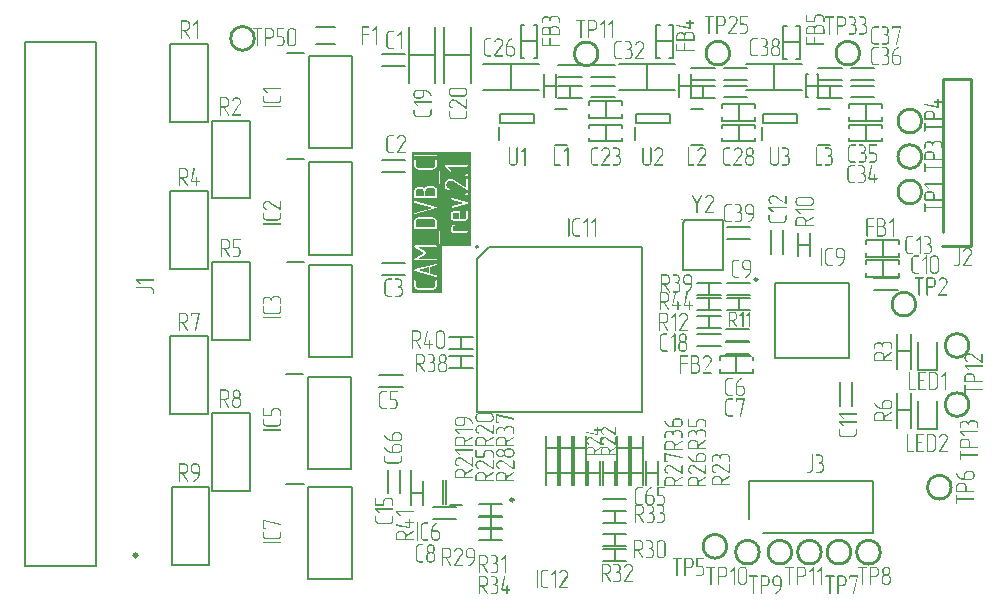
<source format=gto>
G04*
G04 #@! TF.GenerationSoftware,Altium Limited,Altium Designer,24.4.1 (13)*
G04*
G04 Layer_Color=65535*
%FSLAX44Y44*%
%MOMM*%
G71*
G04*
G04 #@! TF.SameCoordinates,6542FF27-95F4-46AC-8F84-F2986E28DBEB*
G04*
G04*
G04 #@! TF.FilePolarity,Positive*
G04*
G01*
G75*
%ADD10C,0.2540*%
%ADD11C,0.1000*%
%ADD12C,0.2500*%
%ADD13C,0.2000*%
%ADD14C,0.3810*%
%ADD15C,0.1500*%
G36*
X513500Y599250D02*
Y519250D01*
X488750D01*
Y479250D01*
X463750D01*
Y599250D01*
X488500D01*
Y599250D01*
X513500D01*
D02*
G37*
G36*
X819506Y517801D02*
X819556Y517791D01*
X819616Y517771D01*
X819686Y517731D01*
X819745Y517691D01*
X819815Y517631D01*
X819825Y517621D01*
X819845Y517602D01*
X819875Y517561D01*
X819905Y517522D01*
X819965Y517392D01*
X819985Y517322D01*
X819995Y517252D01*
Y517242D01*
Y517212D01*
X819985Y517172D01*
X819975Y517122D01*
X819955Y517062D01*
X819935Y517002D01*
X819895Y516933D01*
X819845Y516863D01*
X819835Y516853D01*
X819815Y516833D01*
X819785Y516813D01*
X819745Y516783D01*
X819686Y516743D01*
X819616Y516723D01*
X819536Y516703D01*
X819436Y516693D01*
X816571D01*
X816501Y516683D01*
X816421Y516673D01*
X816332Y516663D01*
X816232Y516643D01*
X816112Y516613D01*
X815862Y516533D01*
X815733Y516483D01*
X815603Y516424D01*
X815463Y516344D01*
X815333Y516254D01*
X815204Y516154D01*
X815074Y516044D01*
X815064Y516034D01*
X815044Y516014D01*
X815014Y515974D01*
X814974Y515934D01*
X814924Y515865D01*
X814864Y515795D01*
X814814Y515705D01*
X814754Y515605D01*
X814685Y515495D01*
X814635Y515375D01*
X814575Y515246D01*
X814525Y515106D01*
X814485Y514956D01*
X814455Y514796D01*
X814435Y514627D01*
X814425Y514457D01*
Y505543D01*
Y505533D01*
Y505503D01*
Y505453D01*
X814435Y505393D01*
X814445Y505313D01*
X814455Y505214D01*
X814475Y505114D01*
X814505Y505004D01*
X814585Y504754D01*
X814635Y504625D01*
X814695Y504495D01*
X814774Y504355D01*
X814864Y504225D01*
X814964Y504095D01*
X815074Y503966D01*
X815084Y503956D01*
X815104Y503936D01*
X815144Y503906D01*
X815194Y503866D01*
X815254Y503816D01*
X815333Y503756D01*
X815423Y503706D01*
X815523Y503646D01*
X815633Y503577D01*
X815753Y503527D01*
X816022Y503417D01*
X816172Y503377D01*
X816322Y503347D01*
X816491Y503327D01*
X816661Y503317D01*
X819466D01*
X819506Y503307D01*
X819556Y503297D01*
X819616Y503277D01*
X819686Y503237D01*
X819745Y503197D01*
X819815Y503137D01*
X819825Y503127D01*
X819845Y503107D01*
X819875Y503067D01*
X819905Y503027D01*
X819965Y502898D01*
X819985Y502828D01*
X819995Y502758D01*
Y502748D01*
Y502718D01*
X819985Y502678D01*
X819975Y502628D01*
X819955Y502568D01*
X819935Y502508D01*
X819895Y502439D01*
X819845Y502369D01*
X819835Y502359D01*
X819815Y502339D01*
X819785Y502319D01*
X819745Y502289D01*
X819686Y502249D01*
X819616Y502229D01*
X819536Y502209D01*
X819436Y502199D01*
X816601D01*
X816531Y502209D01*
X816441Y502219D01*
X816332Y502229D01*
X816192Y502249D01*
X816042Y502279D01*
X815882Y502319D01*
X815703Y502369D01*
X815513Y502439D01*
X815323Y502518D01*
X815124Y502608D01*
X814924Y502718D01*
X814724Y502848D01*
X814525Y502998D01*
X814325Y503167D01*
X814315Y503177D01*
X814285Y503217D01*
X814235Y503267D01*
X814165Y503347D01*
X814086Y503437D01*
X814006Y503546D01*
X813916Y503686D01*
X813816Y503836D01*
X813726Y503996D01*
X813626Y504175D01*
X813547Y504375D01*
X813467Y504585D01*
X813397Y504804D01*
X813347Y505044D01*
X813317Y505283D01*
X813307Y505543D01*
Y514457D01*
Y514477D01*
Y514517D01*
X813317Y514587D01*
X813327Y514687D01*
X813337Y514796D01*
X813357Y514936D01*
X813387Y515086D01*
X813427Y515256D01*
X813477Y515435D01*
X813547Y515615D01*
X813626Y515815D01*
X813716Y516014D01*
X813826Y516214D01*
X813956Y516414D01*
X814106Y516613D01*
X814275Y516803D01*
X814285Y516813D01*
X814315Y516843D01*
X814375Y516893D01*
X814445Y516963D01*
X814545Y517033D01*
X814655Y517122D01*
X814784Y517212D01*
X814934Y517312D01*
X815104Y517402D01*
X815283Y517492D01*
X815483Y517581D01*
X815693Y517651D01*
X815912Y517721D01*
X816152Y517771D01*
X816401Y517801D01*
X816661Y517811D01*
X819466D01*
X819506Y517801D01*
D02*
G37*
G36*
X810592D02*
X810642Y517791D01*
X810702Y517771D01*
X810771Y517751D01*
X810831Y517711D01*
X810901Y517661D01*
X810911Y517651D01*
X810931Y517631D01*
X810961Y517602D01*
X810991Y517561D01*
X811021Y517502D01*
X811051Y517432D01*
X811071Y517352D01*
X811081Y517252D01*
Y502748D01*
Y502738D01*
Y502708D01*
X811071Y502658D01*
X811061Y502598D01*
X811041Y502528D01*
X811011Y502458D01*
X810971Y502389D01*
X810921Y502329D01*
X810911Y502319D01*
X810891Y502309D01*
X810861Y502289D01*
X810811Y502269D01*
X810751Y502239D01*
X810682Y502219D01*
X810612Y502209D01*
X810522Y502199D01*
X810502D01*
X810472Y502209D01*
X810432Y502219D01*
X810372Y502229D01*
X810312Y502259D01*
X810222Y502289D01*
X810123Y502329D01*
X810113Y502339D01*
X810103Y502359D01*
X810073Y502389D01*
X810043Y502429D01*
X810013Y502488D01*
X809993Y502558D01*
X809973Y502648D01*
X809963Y502748D01*
Y517252D01*
Y517262D01*
Y517282D01*
X809973Y517322D01*
X809983Y517362D01*
X810003Y517422D01*
X810033Y517482D01*
X810073Y517551D01*
X810123Y517621D01*
X810133Y517631D01*
X810153Y517651D01*
X810192Y517681D01*
X810232Y517721D01*
X810292Y517751D01*
X810362Y517781D01*
X810442Y517801D01*
X810522Y517811D01*
X810552D01*
X810592Y517801D01*
D02*
G37*
G36*
X826833D02*
X826933Y517791D01*
X827052Y517781D01*
X827192Y517761D01*
X827342Y517731D01*
X827512Y517691D01*
X827691Y517631D01*
X827881Y517571D01*
X828081Y517492D01*
X828280Y517392D01*
X828480Y517282D01*
X828680Y517152D01*
X828879Y516992D01*
X829069Y516823D01*
X829079Y516813D01*
X829089Y516803D01*
X829119Y516773D01*
X829149Y516743D01*
X829239Y516643D01*
X829348Y516513D01*
X829468Y516354D01*
X829588Y516174D01*
X829708Y515974D01*
X829808Y515755D01*
X829977Y515166D01*
X830037Y514806D01*
Y514457D01*
Y509496D01*
Y509486D01*
Y509466D01*
Y509436D01*
Y509396D01*
Y509336D01*
X830027Y509266D01*
Y509196D01*
X830017Y509107D01*
X829997Y508897D01*
X829977Y508657D01*
X829937Y508388D01*
X829887Y508098D01*
X829827Y507779D01*
X829748Y507440D01*
X829648Y507090D01*
X829528Y506721D01*
X829398Y506352D01*
X829239Y505982D01*
X829049Y505613D01*
X828839Y505243D01*
Y505233D01*
X828829Y505224D01*
X828809Y505194D01*
X828779Y505154D01*
X828699Y505044D01*
X828600Y504904D01*
X828470Y504734D01*
X828300Y504535D01*
X828111Y504315D01*
X827901Y504086D01*
X827651Y503836D01*
X827382Y503586D01*
X827082Y503337D01*
X826763Y503087D01*
X826414Y502848D01*
X826034Y502618D01*
X825635Y502419D01*
X825216Y502229D01*
X824976Y502189D01*
X824956D01*
X824926Y502199D01*
X824886Y502209D01*
X824836Y502229D01*
X824766Y502259D01*
X824687Y502299D01*
X824597Y502349D01*
X824587Y502359D01*
X824577Y502379D01*
X824557Y502419D01*
X824527Y502468D01*
X824497Y502528D01*
X824477Y502598D01*
X824467Y502678D01*
X824457Y502768D01*
Y502778D01*
Y502798D01*
Y502828D01*
X824467Y502868D01*
X824487Y502958D01*
X824517Y503057D01*
Y503067D01*
X824527Y503077D01*
X824547Y503107D01*
X824577Y503137D01*
X824617Y503177D01*
X824677Y503207D01*
X824737Y503247D01*
X824816Y503277D01*
X824836Y503287D01*
X824886Y503307D01*
X824966Y503337D01*
X825076Y503377D01*
X825216Y503437D01*
X825366Y503517D01*
X825545Y503606D01*
X825735Y503706D01*
X826154Y503976D01*
X826304Y504076D01*
X826573Y504305D01*
X826583Y504315D01*
X826603Y504335D01*
X826643Y504365D01*
X826693Y504405D01*
X826753Y504465D01*
X826823Y504525D01*
X826903Y504605D01*
X826993Y504695D01*
X827092Y504804D01*
X827202Y504914D01*
X827312Y505044D01*
X827422Y505174D01*
X827542Y505323D01*
X827661Y505483D01*
X827791Y505653D01*
X827911Y505832D01*
Y505842D01*
X827931Y505862D01*
X827951Y505902D01*
X827981Y505952D01*
X828011Y506022D01*
X828051Y506092D01*
X828101Y506182D01*
X828150Y506282D01*
X828260Y506501D01*
X828370Y506761D01*
X828490Y507040D01*
X828610Y507340D01*
Y507350D01*
X828620Y507380D01*
X828640Y507420D01*
X828660Y507480D01*
X828680Y507549D01*
X828709Y507639D01*
X828739Y507729D01*
X828769Y507839D01*
X828819Y508078D01*
X828869Y508338D01*
X828909Y508607D01*
X828919Y508887D01*
X825525D01*
X825445Y508897D01*
X825346Y508907D01*
X825226Y508917D01*
X825086Y508937D01*
X824926Y508967D01*
X824756Y509007D01*
X824577Y509057D01*
X824377Y509127D01*
X824178Y509206D01*
X823978Y509296D01*
X823778Y509406D01*
X823579Y509536D01*
X823389Y509686D01*
X823199Y509855D01*
X823189Y509865D01*
X823159Y509895D01*
X823110Y509955D01*
X823050Y510025D01*
X822980Y510125D01*
X822890Y510235D01*
X822810Y510364D01*
X822720Y510514D01*
X822620Y510684D01*
X822541Y510863D01*
X822461Y511053D01*
X822381Y511263D01*
X822321Y511492D01*
X822271Y511722D01*
X822241Y511972D01*
X822231Y512231D01*
Y514457D01*
Y514477D01*
Y514517D01*
X822241Y514587D01*
X822251Y514687D01*
X822261Y514796D01*
X822281Y514936D01*
X822311Y515086D01*
X822351Y515256D01*
X822401Y515435D01*
X822471Y515615D01*
X822551Y515815D01*
X822640Y516014D01*
X822750Y516214D01*
X822880Y516414D01*
X823030Y516613D01*
X823199Y516803D01*
X823209Y516813D01*
X823239Y516843D01*
X823299Y516893D01*
X823369Y516963D01*
X823469Y517033D01*
X823579Y517122D01*
X823708Y517212D01*
X823858Y517312D01*
X824028Y517402D01*
X824208Y517492D01*
X824407Y517581D01*
X824617Y517651D01*
X824836Y517721D01*
X825076Y517771D01*
X825325Y517801D01*
X825585Y517811D01*
X826763D01*
X826833Y517801D01*
D02*
G37*
G36*
X678696Y495301D02*
X678795D01*
X678915Y495281D01*
X679055Y495261D01*
X679205Y495231D01*
X679374Y495191D01*
X679564Y495141D01*
X679754Y495071D01*
X679943Y494992D01*
X680143Y494902D01*
X680343Y494782D01*
X680542Y494652D01*
X680742Y494502D01*
X680932Y494333D01*
X680942Y494323D01*
X680972Y494293D01*
X681021Y494233D01*
X681091Y494163D01*
X681161Y494063D01*
X681251Y493954D01*
X681341Y493814D01*
X681431Y493674D01*
X681521Y493504D01*
X681610Y493325D01*
X681700Y493125D01*
X681770Y492915D01*
X681840Y492696D01*
X681890Y492456D01*
X681920Y492217D01*
X681930Y491957D01*
Y489731D01*
Y489711D01*
Y489671D01*
X681920Y489601D01*
X681910Y489501D01*
X681900Y489382D01*
X681880Y489242D01*
X681850Y489092D01*
X681810Y488923D01*
X681750Y488743D01*
X681690Y488553D01*
X681610Y488354D01*
X681511Y488154D01*
X681401Y487954D01*
X681271Y487755D01*
X681111Y487565D01*
X680942Y487375D01*
X680932Y487365D01*
X680902Y487335D01*
X680842Y487285D01*
X680772Y487225D01*
X680672Y487146D01*
X680562Y487066D01*
X680423Y486976D01*
X680283Y486886D01*
X680113Y486796D01*
X679933Y486706D01*
X679734Y486627D01*
X679524Y486547D01*
X679305Y486487D01*
X679065Y486437D01*
X678826Y486407D01*
X678566Y486397D01*
X678426D01*
X681850Y480527D01*
Y480518D01*
X681860Y480508D01*
X681890Y480448D01*
X681920Y480358D01*
X681930Y480238D01*
Y480228D01*
Y480208D01*
X681920Y480168D01*
X681910Y480118D01*
X681890Y480058D01*
X681850Y479988D01*
X681810Y479919D01*
X681750Y479849D01*
X681740Y479839D01*
X681720Y479829D01*
X681680Y479799D01*
X681630Y479779D01*
X681571Y479749D01*
X681501Y479719D01*
X681421Y479709D01*
X681341Y479699D01*
X681321D01*
X681261Y479709D01*
X681181Y479719D01*
X681091Y479749D01*
X681071Y479769D01*
X681021Y479809D01*
X680962Y479879D01*
X680892Y479968D01*
X677149Y486397D01*
X675232D01*
Y480306D01*
X678067D01*
X678137Y480296D01*
X678236D01*
X678356Y480276D01*
X678496Y480256D01*
X678646Y480226D01*
X678816Y480186D01*
X679005Y480136D01*
X679195Y480066D01*
X679385Y479987D01*
X679584Y479897D01*
X679784Y479777D01*
X679983Y479647D01*
X680183Y479497D01*
X680373Y479328D01*
X680383Y479318D01*
X680413Y479288D01*
X680462Y479228D01*
X680532Y479158D01*
X680602Y479058D01*
X680692Y478949D01*
X680782Y478809D01*
X680872Y478669D01*
X680962Y478499D01*
X681051Y478320D01*
X681141Y478120D01*
X681211Y477910D01*
X681281Y477691D01*
X681331Y477451D01*
X681361Y477212D01*
X681371Y476952D01*
Y474726D01*
Y474706D01*
Y474666D01*
X681361Y474596D01*
X681351Y474496D01*
X681341Y474377D01*
X681321Y474237D01*
X681291Y474087D01*
X681251Y473918D01*
X681191Y473738D01*
X681131Y473548D01*
X681051Y473349D01*
X680952Y473149D01*
X680842Y472949D01*
X680712Y472749D01*
X680552Y472560D01*
X680383Y472370D01*
X680373Y472360D01*
X680343Y472330D01*
X680283Y472280D01*
X680213Y472220D01*
X680113Y472141D01*
X680003Y472061D01*
X679864Y471971D01*
X679724Y471881D01*
X679554Y471791D01*
X679374Y471701D01*
X679175Y471622D01*
X678965Y471542D01*
X678746Y471482D01*
X678506Y471432D01*
X678267Y471402D01*
X678007Y471392D01*
X677867D01*
X681291Y465522D01*
Y465513D01*
X681301Y465503D01*
X681331Y465443D01*
X681361Y465353D01*
X681371Y465233D01*
Y465223D01*
Y465203D01*
X681361Y465163D01*
X681351Y465113D01*
X681331Y465053D01*
X681291Y464983D01*
X681251Y464913D01*
X681191Y464844D01*
X681181Y464834D01*
X681161Y464824D01*
X681121Y464794D01*
X681071Y464774D01*
X681012Y464744D01*
X680942Y464714D01*
X680862Y464704D01*
X680782Y464694D01*
X680762D01*
X680702Y464704D01*
X680622Y464714D01*
X680532Y464744D01*
X680512Y464764D01*
X680462Y464804D01*
X680403Y464874D01*
X680333Y464963D01*
X676590Y471392D01*
X674673D01*
Y465243D01*
Y465233D01*
Y465203D01*
X674663Y465153D01*
X674653Y465093D01*
X674633Y465023D01*
X674603Y464953D01*
X674563Y464884D01*
X674513Y464824D01*
X674503Y464814D01*
X674483Y464804D01*
X674453Y464784D01*
X674403Y464764D01*
X674343Y464734D01*
X674274Y464714D01*
X674204Y464704D01*
X674114Y464694D01*
X674094D01*
X674064Y464704D01*
X674024Y464714D01*
X673964Y464724D01*
X673904Y464754D01*
X673814Y464784D01*
X673715Y464824D01*
X673705Y464834D01*
X673695Y464854D01*
X673665Y464884D01*
X673635Y464924D01*
X673605Y464983D01*
X673585Y465053D01*
X673565Y465143D01*
X673555Y465243D01*
Y479747D01*
Y479757D01*
Y479767D01*
X673565Y479837D01*
X673585Y479927D01*
X673625Y480027D01*
X673685Y480126D01*
X673784Y480216D01*
X673854Y480256D01*
X673924Y480286D01*
X674004Y480296D01*
X674104Y480306D01*
X674114D01*
Y494752D01*
Y494762D01*
Y494772D01*
X674124Y494842D01*
X674144Y494932D01*
X674184Y495032D01*
X674244Y495131D01*
X674343Y495221D01*
X674413Y495261D01*
X674483Y495291D01*
X674563Y495301D01*
X674663Y495311D01*
X678626D01*
X678696Y495301D01*
D02*
G37*
G36*
X697682D02*
X697782Y495291D01*
X697901Y495281D01*
X698041Y495261D01*
X698191Y495231D01*
X698361Y495191D01*
X698540Y495131D01*
X698730Y495071D01*
X698930Y494992D01*
X699129Y494892D01*
X699329Y494782D01*
X699529Y494652D01*
X699728Y494493D01*
X699918Y494323D01*
X699928Y494313D01*
X699938Y494303D01*
X699968Y494273D01*
X699998Y494243D01*
X700088Y494143D01*
X700197Y494013D01*
X700317Y493854D01*
X700437Y493674D01*
X700557Y493474D01*
X700657Y493255D01*
X700826Y492666D01*
X700886Y492307D01*
Y491957D01*
Y486996D01*
Y486986D01*
Y486966D01*
Y486936D01*
Y486896D01*
Y486836D01*
X700876Y486766D01*
Y486697D01*
X700866Y486607D01*
X700846Y486397D01*
X700826Y486157D01*
X700786Y485888D01*
X700736Y485598D01*
X700676Y485279D01*
X700597Y484940D01*
X700497Y484590D01*
X700377Y484221D01*
X700247Y483852D01*
X700088Y483482D01*
X699898Y483113D01*
X699688Y482743D01*
Y482733D01*
X699678Y482724D01*
X699658Y482694D01*
X699628Y482654D01*
X699548Y482544D01*
X699449Y482404D01*
X699319Y482234D01*
X699149Y482035D01*
X698960Y481815D01*
X698750Y481586D01*
X698500Y481336D01*
X698231Y481087D01*
X697931Y480837D01*
X697612Y480587D01*
X697263Y480348D01*
X696883Y480118D01*
X696845Y480099D01*
X696853Y480087D01*
X696893Y480047D01*
X696923Y479987D01*
X696943Y479917D01*
X696963Y479847D01*
X696973Y479757D01*
X696963Y479627D01*
X694867Y469156D01*
X698091D01*
Y471951D01*
Y471961D01*
Y471981D01*
X698101Y472021D01*
X698111Y472061D01*
X698131Y472121D01*
X698161Y472181D01*
X698201Y472250D01*
X698251Y472320D01*
X698261Y472330D01*
X698281Y472350D01*
X698321Y472380D01*
X698361Y472420D01*
X698420Y472450D01*
X698490Y472480D01*
X698570Y472500D01*
X698650Y472510D01*
X698680D01*
X698720Y472500D01*
X698770Y472490D01*
X698830Y472470D01*
X698900Y472450D01*
X698960Y472410D01*
X699029Y472360D01*
X699039Y472350D01*
X699059Y472330D01*
X699089Y472300D01*
X699119Y472250D01*
X699149Y472191D01*
X699179Y472121D01*
X699199Y472041D01*
X699209Y471951D01*
Y469156D01*
X700926D01*
X700966Y469146D01*
X701016Y469136D01*
X701076Y469116D01*
X701136Y469076D01*
X701206Y469036D01*
X701265Y468976D01*
X701275Y468966D01*
X701295Y468946D01*
X701325Y468906D01*
X701355Y468867D01*
X701415Y468737D01*
X701435Y468667D01*
X701445Y468597D01*
Y468587D01*
Y468557D01*
X701435Y468517D01*
X701425Y468467D01*
X701405Y468407D01*
X701385Y468347D01*
X701345Y468278D01*
X701295Y468208D01*
X701285Y468198D01*
X701265Y468178D01*
X701236Y468158D01*
X701196Y468128D01*
X701136Y468088D01*
X701066Y468068D01*
X700986Y468048D01*
X700886Y468038D01*
X699209D01*
Y465243D01*
Y465233D01*
Y465203D01*
X699199Y465153D01*
X699189Y465093D01*
X699169Y465023D01*
X699139Y464953D01*
X699099Y464884D01*
X699049Y464824D01*
X699039Y464814D01*
X699019Y464804D01*
X698989Y464784D01*
X698940Y464764D01*
X698880Y464734D01*
X698810Y464714D01*
X698740Y464704D01*
X698650Y464694D01*
X698630D01*
X698600Y464704D01*
X698560Y464714D01*
X698500Y464724D01*
X698440Y464754D01*
X698351Y464784D01*
X698251Y464824D01*
X698241Y464834D01*
X698231Y464854D01*
X698201Y464884D01*
X698171Y464924D01*
X698141Y464983D01*
X698121Y465053D01*
X698101Y465143D01*
X698091Y465243D01*
Y468038D01*
X694148D01*
X694108Y468048D01*
X694048Y468058D01*
X693988Y468078D01*
X693919Y468098D01*
X693849Y468138D01*
X693789Y468188D01*
X693779Y468198D01*
X693769Y468218D01*
X693739Y468248D01*
X693709Y468298D01*
X693679Y468347D01*
X693659Y468417D01*
X693639Y468487D01*
X693629Y468567D01*
X693639Y468707D01*
X695842Y479692D01*
X695825Y479689D01*
X695805D01*
X695775Y479699D01*
X695735Y479709D01*
X695685Y479729D01*
X695615Y479759D01*
X695536Y479799D01*
X695446Y479849D01*
X695436Y479859D01*
X695426Y479879D01*
X695406Y479919D01*
X695376Y479968D01*
X695346Y480028D01*
X695326Y480098D01*
X695316Y480178D01*
X695306Y480268D01*
Y480278D01*
Y480298D01*
Y480328D01*
X695316Y480368D01*
X695336Y480458D01*
X695366Y480557D01*
Y480567D01*
X695376Y480577D01*
X695396Y480607D01*
X695426Y480637D01*
X695466Y480677D01*
X695526Y480707D01*
X695586Y480747D01*
X695665Y480777D01*
X695685Y480787D01*
X695735Y480807D01*
X695815Y480837D01*
X695925Y480877D01*
X696065Y480937D01*
X696215Y481017D01*
X696394Y481106D01*
X696584Y481206D01*
X697003Y481476D01*
X697153Y481576D01*
X697422Y481805D01*
X697432Y481815D01*
X697452Y481835D01*
X697492Y481865D01*
X697542Y481905D01*
X697602Y481965D01*
X697672Y482025D01*
X697752Y482105D01*
X697842Y482195D01*
X697941Y482304D01*
X698051Y482414D01*
X698161Y482544D01*
X698271Y482674D01*
X698391Y482823D01*
X698510Y482983D01*
X698640Y483153D01*
X698760Y483332D01*
Y483342D01*
X698780Y483362D01*
X698800Y483402D01*
X698830Y483452D01*
X698860Y483522D01*
X698900Y483592D01*
X698950Y483682D01*
X698999Y483782D01*
X699109Y484001D01*
X699219Y484261D01*
X699339Y484540D01*
X699459Y484840D01*
Y484850D01*
X699469Y484880D01*
X699489Y484920D01*
X699509Y484980D01*
X699529Y485049D01*
X699558Y485139D01*
X699588Y485229D01*
X699618Y485339D01*
X699668Y485578D01*
X699718Y485838D01*
X699758Y486107D01*
X699768Y486387D01*
X696374D01*
X696294Y486397D01*
X696195Y486407D01*
X696075Y486417D01*
X695935Y486437D01*
X695775Y486467D01*
X695605Y486507D01*
X695426Y486557D01*
X695226Y486627D01*
X695027Y486706D01*
X694827Y486796D01*
X694627Y486906D01*
X694428Y487036D01*
X694238Y487186D01*
X694048Y487355D01*
X694038Y487365D01*
X694008Y487395D01*
X693959Y487455D01*
X693899Y487525D01*
X693829Y487625D01*
X693739Y487735D01*
X693659Y487864D01*
X693569Y488014D01*
X693469Y488184D01*
X693390Y488363D01*
X693310Y488553D01*
X693230Y488763D01*
X693170Y488992D01*
X693120Y489222D01*
X693090Y489472D01*
X693080Y489731D01*
Y491957D01*
Y491977D01*
Y492017D01*
X693090Y492087D01*
X693100Y492187D01*
X693110Y492296D01*
X693130Y492436D01*
X693160Y492586D01*
X693200Y492756D01*
X693250Y492935D01*
X693320Y493115D01*
X693400Y493315D01*
X693489Y493514D01*
X693599Y493714D01*
X693729Y493914D01*
X693879Y494113D01*
X694048Y494303D01*
X694058Y494313D01*
X694088Y494343D01*
X694148Y494393D01*
X694218Y494463D01*
X694318Y494533D01*
X694428Y494622D01*
X694557Y494712D01*
X694707Y494812D01*
X694877Y494902D01*
X695057Y494992D01*
X695256Y495081D01*
X695466Y495151D01*
X695685Y495221D01*
X695925Y495271D01*
X696174Y495301D01*
X696434Y495311D01*
X697612D01*
X697682Y495301D01*
D02*
G37*
G36*
X687071D02*
X687171D01*
X687290Y495281D01*
X687430Y495261D01*
X687590Y495231D01*
X687759Y495191D01*
X687939Y495141D01*
X688129Y495071D01*
X688328Y494992D01*
X688528Y494902D01*
X688728Y494782D01*
X688928Y494652D01*
X689117Y494502D01*
X689307Y494333D01*
X689317Y494323D01*
X689347Y494293D01*
X689397Y494233D01*
X689456Y494163D01*
X689536Y494063D01*
X689616Y493954D01*
X689706Y493824D01*
X689796Y493674D01*
X689886Y493504D01*
X689976Y493325D01*
X690055Y493135D01*
X690135Y492925D01*
X690195Y492696D01*
X690245Y492466D01*
X690275Y492217D01*
X690285Y491957D01*
Y490849D01*
Y490480D01*
Y490260D01*
X690215Y490031D01*
Y490020D01*
X690205Y489981D01*
X690195Y489921D01*
X690175Y489841D01*
X690135Y489741D01*
X690095Y489641D01*
X690045Y489521D01*
X689976Y489402D01*
Y489392D01*
X689966Y489372D01*
X689946Y489342D01*
X689916Y489302D01*
X689886Y489242D01*
X689846Y489182D01*
X689746Y489032D01*
X689616Y488853D01*
X689456Y488653D01*
X689267Y488443D01*
X689047Y488234D01*
X689057D01*
X689077Y488214D01*
X689117Y488194D01*
X689177Y488164D01*
X689237Y488124D01*
X689317Y488074D01*
X689496Y487954D01*
X689586Y487874D01*
X689696Y487785D01*
X689796Y487685D01*
X689906Y487575D01*
X690015Y487455D01*
X690125Y487325D01*
X690225Y487186D01*
X690325Y487036D01*
X690335Y487026D01*
X690345Y486996D01*
X690375Y486956D01*
X690405Y486896D01*
X690445Y486816D01*
X690485Y486726D01*
X690535Y486617D01*
X690584Y486507D01*
X690634Y486377D01*
X690684Y486237D01*
X690764Y485938D01*
X690824Y485618D01*
X690834Y485449D01*
X690844Y485269D01*
Y483043D01*
Y483023D01*
Y482983D01*
X690834Y482903D01*
Y482813D01*
X690814Y482694D01*
X690794Y482554D01*
X690764Y482394D01*
X690724Y482224D01*
X690674Y482045D01*
X690604Y481845D01*
X690525Y481656D01*
X690435Y481456D01*
X690315Y481246D01*
X690185Y481046D01*
X690035Y480857D01*
X689866Y480667D01*
X689856Y480657D01*
X689826Y480627D01*
X689766Y480577D01*
X689696Y480518D01*
X689596Y480448D01*
X689486Y480358D01*
X689357Y480278D01*
X689207Y480188D01*
X689037Y480088D01*
X688858Y480008D01*
X688668Y479929D01*
X688458Y479849D01*
X688239Y479789D01*
X687999Y479739D01*
X687759Y479709D01*
X687500Y479699D01*
X686926D01*
X686921Y479627D01*
X684825Y469156D01*
X688049D01*
Y471951D01*
Y471961D01*
Y471981D01*
X688059Y472021D01*
X688069Y472061D01*
X688089Y472121D01*
X688119Y472181D01*
X688159Y472250D01*
X688209Y472320D01*
X688219Y472330D01*
X688239Y472350D01*
X688279Y472380D01*
X688318Y472420D01*
X688378Y472450D01*
X688448Y472480D01*
X688528Y472500D01*
X688608Y472510D01*
X688638D01*
X688678Y472500D01*
X688728Y472490D01*
X688788Y472470D01*
X688858Y472450D01*
X688917Y472410D01*
X688987Y472360D01*
X688997Y472350D01*
X689017Y472330D01*
X689047Y472300D01*
X689077Y472250D01*
X689107Y472191D01*
X689137Y472121D01*
X689157Y472041D01*
X689167Y471951D01*
Y469156D01*
X690884D01*
X690924Y469146D01*
X690974Y469136D01*
X691034Y469116D01*
X691094Y469076D01*
X691163Y469036D01*
X691223Y468976D01*
X691233Y468966D01*
X691253Y468946D01*
X691283Y468906D01*
X691313Y468867D01*
X691373Y468737D01*
X691393Y468667D01*
X691403Y468597D01*
Y468587D01*
Y468557D01*
X691393Y468517D01*
X691383Y468467D01*
X691363Y468407D01*
X691343Y468347D01*
X691303Y468278D01*
X691253Y468208D01*
X691243Y468198D01*
X691223Y468178D01*
X691193Y468158D01*
X691153Y468128D01*
X691094Y468088D01*
X691024Y468068D01*
X690944Y468048D01*
X690844Y468038D01*
X689167D01*
Y465243D01*
Y465233D01*
Y465203D01*
X689157Y465153D01*
X689147Y465093D01*
X689127Y465023D01*
X689097Y464953D01*
X689057Y464884D01*
X689007Y464824D01*
X688997Y464814D01*
X688977Y464804D01*
X688947Y464784D01*
X688897Y464764D01*
X688838Y464734D01*
X688768Y464714D01*
X688698Y464704D01*
X688608Y464694D01*
X688588D01*
X688558Y464704D01*
X688518Y464714D01*
X688458Y464724D01*
X688398Y464754D01*
X688309Y464784D01*
X688209Y464824D01*
X688199Y464834D01*
X688189Y464854D01*
X688159Y464884D01*
X688129Y464924D01*
X688099Y464983D01*
X688079Y465053D01*
X688059Y465143D01*
X688049Y465243D01*
Y468038D01*
X684106D01*
X684066Y468048D01*
X684006Y468058D01*
X683946Y468078D01*
X683876Y468098D01*
X683807Y468138D01*
X683747Y468188D01*
X683737Y468198D01*
X683727Y468218D01*
X683697Y468248D01*
X683667Y468298D01*
X683637Y468347D01*
X683617Y468417D01*
X683597Y468487D01*
X683587Y468567D01*
X683597Y468707D01*
X685801Y479699D01*
X684665D01*
X684615Y479709D01*
X684565Y479719D01*
X684495Y479739D01*
X684426Y479759D01*
X684356Y479799D01*
X684296Y479849D01*
X684286Y479859D01*
X684276Y479879D01*
X684256Y479919D01*
X684226Y479968D01*
X684196Y480028D01*
X684176Y480098D01*
X684166Y480178D01*
X684156Y480258D01*
Y480268D01*
Y480278D01*
X684166Y480308D01*
X684176Y480348D01*
X684186Y480398D01*
X684216Y480448D01*
X684246Y480518D01*
X684286Y480597D01*
X684296Y480607D01*
X684316Y480627D01*
X684346Y480667D01*
X684396Y480707D01*
X684445Y480747D01*
X684525Y480787D01*
X684605Y480807D01*
X684705Y480817D01*
X687580D01*
X687650Y480827D01*
X687730Y480837D01*
X687819Y480847D01*
X687929Y480867D01*
X688039Y480897D01*
X688289Y480977D01*
X688418Y481027D01*
X688558Y481087D01*
X688688Y481156D01*
X688828Y481246D01*
X688957Y481346D01*
X689077Y481456D01*
X689087Y481466D01*
X689107Y481486D01*
X689137Y481526D01*
X689177Y481576D01*
X689227Y481636D01*
X689287Y481715D01*
X689337Y481795D01*
X689407Y481895D01*
X689466Y482005D01*
X689516Y482125D01*
X689626Y482404D01*
X689666Y482544D01*
X689696Y482704D01*
X689716Y482873D01*
X689726Y483043D01*
Y485269D01*
Y485279D01*
Y485309D01*
Y485359D01*
X689716Y485429D01*
X689706Y485509D01*
X689696Y485598D01*
X689676Y485698D01*
X689646Y485818D01*
X689566Y486058D01*
X689516Y486197D01*
X689456Y486327D01*
X689377Y486457D01*
X689287Y486597D01*
X689187Y486726D01*
X689077Y486846D01*
X689067Y486856D01*
X689047Y486876D01*
X689007Y486906D01*
X688967Y486946D01*
X688897Y486996D01*
X688828Y487056D01*
X688738Y487116D01*
X688638Y487176D01*
X688528Y487235D01*
X688408Y487295D01*
X688279Y487355D01*
X688139Y487405D01*
X687989Y487445D01*
X687829Y487475D01*
X687660Y487495D01*
X687490Y487505D01*
X686891D01*
X686841Y487515D01*
X686791Y487525D01*
X686721Y487545D01*
X686652Y487565D01*
X686582Y487605D01*
X686522Y487655D01*
X686512Y487665D01*
X686502Y487685D01*
X686482Y487725D01*
X686452Y487775D01*
X686422Y487834D01*
X686402Y487904D01*
X686392Y487984D01*
X686382Y488064D01*
Y488074D01*
Y488084D01*
X686392Y488114D01*
X686402Y488154D01*
X686412Y488204D01*
X686442Y488254D01*
X686472Y488324D01*
X686512Y488403D01*
X686522Y488413D01*
X686542Y488433D01*
X686572Y488473D01*
X686622Y488513D01*
X686672Y488553D01*
X686751Y488593D01*
X686831Y488613D01*
X686931Y488623D01*
X687021D01*
X687091Y488633D01*
X687171Y488643D01*
X687260Y488653D01*
X687370Y488673D01*
X687480Y488703D01*
X687730Y488783D01*
X687859Y488833D01*
X687999Y488893D01*
X688129Y488962D01*
X688269Y489052D01*
X688398Y489152D01*
X688518Y489262D01*
X688528Y489272D01*
X688548Y489292D01*
X688578Y489332D01*
X688618Y489382D01*
X688668Y489442D01*
X688728Y489521D01*
X688778Y489601D01*
X688848Y489701D01*
X688907Y489811D01*
X688957Y489931D01*
X689067Y490210D01*
X689107Y490350D01*
X689137Y490510D01*
X689157Y490679D01*
X689167Y490849D01*
Y491957D01*
Y491967D01*
Y491997D01*
Y492047D01*
X689157Y492117D01*
X689147Y492197D01*
X689137Y492286D01*
X689117Y492386D01*
X689087Y492506D01*
X689007Y492746D01*
X688957Y492885D01*
X688897Y493015D01*
X688818Y493145D01*
X688728Y493285D01*
X688628Y493414D01*
X688518Y493534D01*
X688508Y493544D01*
X688488Y493564D01*
X688448Y493594D01*
X688408Y493634D01*
X688338Y493684D01*
X688269Y493744D01*
X688179Y493804D01*
X688079Y493864D01*
X687969Y493924D01*
X687849Y493983D01*
X687720Y494043D01*
X687580Y494093D01*
X687430Y494133D01*
X687270Y494163D01*
X687101Y494183D01*
X686931Y494193D01*
X684665D01*
X684615Y494203D01*
X684565Y494213D01*
X684495Y494233D01*
X684426Y494253D01*
X684356Y494293D01*
X684296Y494343D01*
X684286Y494353D01*
X684276Y494373D01*
X684256Y494413D01*
X684226Y494463D01*
X684196Y494523D01*
X684176Y494592D01*
X684166Y494672D01*
X684156Y494752D01*
Y494762D01*
Y494772D01*
X684166Y494802D01*
X684176Y494842D01*
X684186Y494892D01*
X684216Y494942D01*
X684246Y495012D01*
X684286Y495092D01*
X684296Y495102D01*
X684316Y495121D01*
X684346Y495161D01*
X684396Y495201D01*
X684445Y495241D01*
X684525Y495281D01*
X684605Y495301D01*
X684705Y495311D01*
X686991D01*
X687071Y495301D01*
D02*
G37*
G36*
X464847Y294768D02*
X464907Y294758D01*
X464977Y294738D01*
X465047Y294708D01*
X465116Y294668D01*
X465176Y294618D01*
X465186Y294608D01*
X465196Y294588D01*
X465216Y294559D01*
X465236Y294509D01*
X465266Y294449D01*
X465286Y294379D01*
X465296Y294309D01*
X465306Y294219D01*
Y294199D01*
X465296Y294169D01*
X465286Y294129D01*
X465276Y294069D01*
X465246Y294009D01*
X465216Y293920D01*
X465176Y293820D01*
X465166Y293810D01*
X465146Y293800D01*
X465116Y293770D01*
X465076Y293740D01*
X465017Y293710D01*
X464947Y293690D01*
X464857Y293670D01*
X464757Y293660D01*
X451590D01*
X453996Y291264D01*
X454006Y291254D01*
X454016Y291234D01*
X454046Y291204D01*
X454076Y291155D01*
X454106Y291105D01*
X454126Y291035D01*
X454146Y290965D01*
X454156Y290885D01*
Y290845D01*
X454146Y290805D01*
X454136Y290745D01*
X454116Y290685D01*
X454086Y290616D01*
X454046Y290556D01*
X453996Y290486D01*
X453986Y290476D01*
X453966Y290466D01*
X453926Y290436D01*
X453876Y290406D01*
X453816Y290376D01*
X453747Y290356D01*
X453677Y290336D01*
X453587Y290326D01*
X453567D01*
X453547Y290336D01*
X453507Y290346D01*
X453457Y290366D01*
X453387Y290396D01*
X453307Y290436D01*
X453208Y290486D01*
X449854Y293820D01*
X449844Y293830D01*
X449824Y293850D01*
X449804Y293880D01*
X449774Y293930D01*
X449744Y293990D01*
X449714Y294049D01*
X449704Y294129D01*
X449694Y294209D01*
Y294249D01*
X449704Y294289D01*
X449714Y294339D01*
X449734Y294399D01*
X449754Y294469D01*
X449794Y294529D01*
X449844Y294598D01*
X449854Y294608D01*
X449874Y294628D01*
X449903Y294658D01*
X449953Y294688D01*
X450003Y294718D01*
X450073Y294748D01*
X450153Y294768D01*
X450243Y294778D01*
X464757D01*
X464767D01*
X464797D01*
X464847Y294768D01*
D02*
G37*
G36*
X461483Y288060D02*
X461533Y288050D01*
X461593Y288030D01*
X461652Y288010D01*
X461722Y287970D01*
X461792Y287920D01*
X461802Y287910D01*
X461822Y287890D01*
X461842Y287860D01*
X461872Y287820D01*
X461912Y287761D01*
X461932Y287691D01*
X461952Y287611D01*
X461962Y287511D01*
Y285834D01*
X464757D01*
X464767D01*
X464797D01*
X464847Y285824D01*
X464907Y285814D01*
X464977Y285794D01*
X465047Y285764D01*
X465116Y285724D01*
X465176Y285674D01*
X465186Y285664D01*
X465196Y285644D01*
X465216Y285614D01*
X465236Y285564D01*
X465266Y285505D01*
X465286Y285435D01*
X465296Y285365D01*
X465306Y285275D01*
Y285255D01*
X465296Y285225D01*
X465286Y285185D01*
X465276Y285125D01*
X465246Y285065D01*
X465216Y284976D01*
X465176Y284876D01*
X465166Y284866D01*
X465146Y284856D01*
X465116Y284826D01*
X465076Y284796D01*
X465017Y284766D01*
X464947Y284746D01*
X464857Y284726D01*
X464757Y284716D01*
X461962D01*
Y280773D01*
X461952Y280733D01*
X461942Y280673D01*
X461922Y280613D01*
X461902Y280543D01*
X461862Y280474D01*
X461812Y280414D01*
X461802Y280404D01*
X461782Y280394D01*
X461752Y280364D01*
X461702Y280334D01*
X461652Y280304D01*
X461583Y280284D01*
X461513Y280264D01*
X461433Y280254D01*
X461293Y280264D01*
X450143Y282500D01*
X450133D01*
X450103Y282510D01*
X450063Y282520D01*
X450023Y282540D01*
X449913Y282590D01*
X449864Y282640D01*
X449814Y282690D01*
X449694Y283029D01*
Y283069D01*
X449704Y283109D01*
X449714Y283169D01*
X449734Y283229D01*
X449764Y283299D01*
X449804Y283358D01*
X449854Y283428D01*
X449864Y283438D01*
X449883Y283458D01*
X449913Y283478D01*
X449953Y283518D01*
X450013Y283548D01*
X450083Y283568D01*
X450153Y283588D01*
X450243Y283598D01*
X450373Y283588D01*
X460844Y281492D01*
Y284716D01*
X458049D01*
X458039D01*
X458019D01*
X457979Y284726D01*
X457939Y284736D01*
X457879Y284756D01*
X457819Y284786D01*
X457749Y284826D01*
X457680Y284876D01*
X457670Y284886D01*
X457650Y284906D01*
X457620Y284946D01*
X457580Y284986D01*
X457550Y285046D01*
X457520Y285115D01*
X457500Y285195D01*
X457490Y285275D01*
Y285305D01*
X457500Y285345D01*
X457510Y285395D01*
X457530Y285455D01*
X457550Y285525D01*
X457590Y285585D01*
X457640Y285654D01*
X457650Y285664D01*
X457670Y285684D01*
X457700Y285714D01*
X457749Y285744D01*
X457809Y285774D01*
X457879Y285804D01*
X457959Y285824D01*
X458049Y285834D01*
X460844D01*
Y287551D01*
X460854Y287591D01*
X460864Y287641D01*
X460884Y287701D01*
X460924Y287761D01*
X460964Y287831D01*
X461024Y287890D01*
X461034Y287900D01*
X461054Y287920D01*
X461093Y287950D01*
X461133Y287980D01*
X461263Y288040D01*
X461333Y288060D01*
X461403Y288070D01*
X461413D01*
X461443D01*
X461483Y288060D01*
D02*
G37*
G36*
X464837Y278028D02*
X464887Y278018D01*
X464947Y277998D01*
X465017Y277958D01*
X465086Y277918D01*
X465156Y277858D01*
X465166Y277848D01*
X465176Y277828D01*
X465206Y277788D01*
X465226Y277738D01*
X465256Y277679D01*
X465286Y277609D01*
X465296Y277529D01*
X465306Y277449D01*
Y277429D01*
X465296Y277369D01*
X465286Y277289D01*
X465256Y277199D01*
X465236Y277180D01*
X465196Y277130D01*
X465126Y277070D01*
X465037Y277000D01*
X458608Y273256D01*
Y271340D01*
X464757D01*
X464767D01*
X464797D01*
X464847Y271330D01*
X464907Y271320D01*
X464977Y271300D01*
X465047Y271270D01*
X465116Y271230D01*
X465176Y271180D01*
X465186Y271170D01*
X465196Y271150D01*
X465216Y271120D01*
X465236Y271070D01*
X465266Y271010D01*
X465286Y270941D01*
X465296Y270871D01*
X465306Y270781D01*
Y270761D01*
X465296Y270731D01*
X465286Y270691D01*
X465276Y270631D01*
X465246Y270571D01*
X465216Y270481D01*
X465176Y270382D01*
X465166Y270372D01*
X465146Y270362D01*
X465116Y270332D01*
X465076Y270302D01*
X465017Y270272D01*
X464947Y270252D01*
X464857Y270232D01*
X464757Y270222D01*
X450253D01*
X450243D01*
X450233D01*
X450163Y270232D01*
X450073Y270252D01*
X449973Y270292D01*
X449874Y270352D01*
X449784Y270452D01*
X449744Y270521D01*
X449714Y270591D01*
X449704Y270671D01*
X449694Y270771D01*
Y274734D01*
X449704Y274804D01*
Y274904D01*
X449724Y275023D01*
X449744Y275163D01*
X449774Y275313D01*
X449814Y275483D01*
X449864Y275672D01*
X449933Y275862D01*
X450013Y276052D01*
X450103Y276251D01*
X450223Y276451D01*
X450353Y276650D01*
X450502Y276850D01*
X450672Y277040D01*
X450682Y277050D01*
X450712Y277080D01*
X450772Y277130D01*
X450842Y277199D01*
X450942Y277269D01*
X451051Y277359D01*
X451191Y277449D01*
X451331Y277539D01*
X451501Y277629D01*
X451680Y277719D01*
X451880Y277808D01*
X452090Y277878D01*
X452309Y277948D01*
X452549Y277998D01*
X452788Y278028D01*
X453048Y278038D01*
X455274D01*
X455294D01*
X455334D01*
X455404Y278028D01*
X455504Y278018D01*
X455623Y278008D01*
X455763Y277988D01*
X455913Y277958D01*
X456082Y277918D01*
X456262Y277858D01*
X456452Y277798D01*
X456651Y277719D01*
X456851Y277619D01*
X457051Y277509D01*
X457250Y277379D01*
X457440Y277219D01*
X457630Y277050D01*
X457640Y277040D01*
X457670Y277010D01*
X457720Y276950D01*
X457780Y276880D01*
X457859Y276780D01*
X457939Y276670D01*
X458029Y276531D01*
X458119Y276391D01*
X458209Y276221D01*
X458298Y276042D01*
X458378Y275842D01*
X458458Y275632D01*
X458518Y275413D01*
X458568Y275173D01*
X458598Y274933D01*
X458608Y274674D01*
Y274534D01*
X464478Y277958D01*
X464487D01*
X464497Y277968D01*
X464557Y277998D01*
X464647Y278028D01*
X464767Y278038D01*
X464777D01*
X464797D01*
X464837Y278028D01*
D02*
G37*
G36*
X337883Y287522D02*
X352377Y284168D01*
X352397Y284158D01*
X352417Y284148D01*
X352447Y284138D01*
X352487Y284108D01*
X352547Y284078D01*
X352616Y284028D01*
X352696Y283969D01*
X352806Y283629D01*
Y283599D01*
X352796Y283559D01*
X352786Y283509D01*
X352746Y283379D01*
X352716Y283300D01*
X352676Y283230D01*
X352666Y283220D01*
X352646Y283200D01*
X352616Y283170D01*
X352576Y283140D01*
X352517Y283110D01*
X352447Y283080D01*
X352367Y283060D01*
X352277Y283050D01*
X352127Y283080D01*
X338312Y286274D01*
Y280844D01*
X339420D01*
X339430D01*
X339460D01*
X339510Y280834D01*
X339570Y280824D01*
X339640Y280804D01*
X339709Y280774D01*
X339779Y280734D01*
X339839Y280684D01*
X339849Y280674D01*
X339859Y280654D01*
X339879Y280624D01*
X339899Y280574D01*
X339929Y280515D01*
X339949Y280445D01*
X339959Y280375D01*
X339969Y280285D01*
Y280265D01*
X339959Y280235D01*
X339949Y280195D01*
X339939Y280135D01*
X339909Y280075D01*
X339879Y279986D01*
X339839Y279886D01*
X339829Y279876D01*
X339809Y279866D01*
X339779Y279836D01*
X339739Y279806D01*
X339679Y279776D01*
X339610Y279756D01*
X339520Y279736D01*
X339420Y279726D01*
X337753D01*
X337743D01*
X337733D01*
X337663Y279736D01*
X337573Y279756D01*
X337473Y279796D01*
X337374Y279856D01*
X337284Y279956D01*
X337244Y280026D01*
X337214Y280095D01*
X337204Y280175D01*
X337194Y280275D01*
Y287023D01*
X337204Y287073D01*
X337214Y287123D01*
X337254Y287253D01*
X337284Y287323D01*
X337334Y287382D01*
X337344Y287392D01*
X337364Y287412D01*
X337393Y287432D01*
X337433Y287462D01*
X337483Y287492D01*
X337553Y287522D01*
X337623Y287532D01*
X337713Y287542D01*
X337883Y287522D01*
D02*
G37*
G36*
X352327Y277480D02*
X352377Y277470D01*
X352437Y277450D01*
X352497Y277430D01*
X352566Y277390D01*
X352636Y277340D01*
X352646Y277330D01*
X352666Y277310D01*
X352686Y277280D01*
X352716Y277241D01*
X352756Y277181D01*
X352776Y277111D01*
X352796Y277031D01*
X352806Y276931D01*
Y274096D01*
X352796Y274026D01*
X352786Y273936D01*
X352776Y273827D01*
X352756Y273687D01*
X352726Y273537D01*
X352686Y273377D01*
X352636Y273198D01*
X352566Y273008D01*
X352487Y272818D01*
X352397Y272619D01*
X352287Y272419D01*
X352157Y272219D01*
X352007Y272020D01*
X351838Y271820D01*
X351828Y271810D01*
X351788Y271780D01*
X351738Y271730D01*
X351658Y271660D01*
X351568Y271581D01*
X351458Y271501D01*
X351319Y271411D01*
X351169Y271311D01*
X351009Y271221D01*
X350830Y271121D01*
X350630Y271042D01*
X350420Y270962D01*
X350201Y270892D01*
X349961Y270842D01*
X349721Y270812D01*
X349462Y270802D01*
X340548D01*
X340528D01*
X340488D01*
X340418Y270812D01*
X340318Y270822D01*
X340209Y270832D01*
X340069Y270852D01*
X339919Y270882D01*
X339749Y270922D01*
X339570Y270972D01*
X339390Y271042D01*
X339190Y271121D01*
X338991Y271211D01*
X338791Y271321D01*
X338591Y271451D01*
X338392Y271600D01*
X338202Y271770D01*
X338192Y271780D01*
X338162Y271810D01*
X338112Y271870D01*
X338042Y271940D01*
X337972Y272040D01*
X337883Y272150D01*
X337793Y272279D01*
X337693Y272429D01*
X337603Y272599D01*
X337513Y272778D01*
X337424Y272978D01*
X337354Y273188D01*
X337284Y273407D01*
X337234Y273647D01*
X337204Y273896D01*
X337194Y274156D01*
Y276961D01*
X337204Y277001D01*
X337214Y277051D01*
X337234Y277111D01*
X337274Y277181D01*
X337314Y277241D01*
X337374Y277310D01*
X337383Y277320D01*
X337403Y277340D01*
X337443Y277370D01*
X337483Y277400D01*
X337613Y277460D01*
X337683Y277480D01*
X337753Y277490D01*
X337763D01*
X337793D01*
X337833Y277480D01*
X337883Y277470D01*
X337943Y277450D01*
X338002Y277430D01*
X338072Y277390D01*
X338142Y277340D01*
X338152Y277330D01*
X338172Y277310D01*
X338192Y277280D01*
X338222Y277241D01*
X338262Y277181D01*
X338282Y277111D01*
X338302Y277031D01*
X338312Y276931D01*
Y274066D01*
X338322Y273996D01*
X338332Y273916D01*
X338342Y273827D01*
X338362Y273727D01*
X338392Y273607D01*
X338472Y273357D01*
X338521Y273228D01*
X338581Y273098D01*
X338661Y272958D01*
X338751Y272828D01*
X338851Y272699D01*
X338961Y272569D01*
X338971Y272559D01*
X338991Y272539D01*
X339031Y272509D01*
X339071Y272469D01*
X339140Y272419D01*
X339210Y272359D01*
X339300Y272309D01*
X339400Y272249D01*
X339510Y272180D01*
X339630Y272130D01*
X339759Y272070D01*
X339899Y272020D01*
X340049Y271980D01*
X340209Y271950D01*
X340378Y271930D01*
X340548Y271920D01*
X349462D01*
X349472D01*
X349502D01*
X349552D01*
X349612Y271930D01*
X349692Y271940D01*
X349791Y271950D01*
X349891Y271970D01*
X350001Y272000D01*
X350251Y272080D01*
X350380Y272130D01*
X350510Y272190D01*
X350650Y272269D01*
X350780Y272359D01*
X350909Y272459D01*
X351039Y272569D01*
X351049Y272579D01*
X351069Y272599D01*
X351099Y272639D01*
X351139Y272689D01*
X351189Y272749D01*
X351249Y272828D01*
X351299Y272918D01*
X351359Y273018D01*
X351428Y273128D01*
X351478Y273248D01*
X351588Y273517D01*
X351628Y273667D01*
X351658Y273817D01*
X351678Y273986D01*
X351688Y274156D01*
Y276961D01*
X351698Y277001D01*
X351708Y277051D01*
X351728Y277111D01*
X351768Y277181D01*
X351808Y277241D01*
X351868Y277310D01*
X351878Y277320D01*
X351898Y277340D01*
X351938Y277370D01*
X351978Y277400D01*
X352107Y277460D01*
X352177Y277480D01*
X352247Y277490D01*
X352257D01*
X352287D01*
X352327Y277480D01*
D02*
G37*
G36*
X352347Y268566D02*
X352407Y268556D01*
X352477Y268536D01*
X352547Y268506D01*
X352616Y268466D01*
X352676Y268416D01*
X352686Y268406D01*
X352696Y268386D01*
X352716Y268356D01*
X352736Y268306D01*
X352766Y268246D01*
X352786Y268177D01*
X352796Y268107D01*
X352806Y268017D01*
Y267997D01*
X352796Y267967D01*
X352786Y267927D01*
X352776Y267867D01*
X352746Y267807D01*
X352716Y267717D01*
X352676Y267618D01*
X352666Y267608D01*
X352646Y267598D01*
X352616Y267568D01*
X352576Y267538D01*
X352517Y267508D01*
X352447Y267488D01*
X352357Y267468D01*
X352257Y267458D01*
X337753D01*
X337743D01*
X337723D01*
X337683Y267468D01*
X337643Y267478D01*
X337583Y267498D01*
X337523Y267528D01*
X337453Y267568D01*
X337383Y267618D01*
X337374Y267628D01*
X337354Y267648D01*
X337324Y267687D01*
X337284Y267727D01*
X337254Y267787D01*
X337224Y267857D01*
X337204Y267937D01*
X337194Y268017D01*
Y268047D01*
X337204Y268087D01*
X337214Y268137D01*
X337234Y268197D01*
X337254Y268267D01*
X337294Y268326D01*
X337344Y268396D01*
X337354Y268406D01*
X337374Y268426D01*
X337403Y268456D01*
X337443Y268486D01*
X337503Y268516D01*
X337573Y268546D01*
X337653Y268566D01*
X337753Y268576D01*
X352257D01*
X352267D01*
X352297D01*
X352347Y268566D01*
D02*
G37*
G36*
X484862Y285301D02*
X484912Y285291D01*
X484972Y285271D01*
X485032Y285231D01*
X485092Y285191D01*
X485151Y285131D01*
X485161Y285121D01*
X485171Y285102D01*
X485201Y285061D01*
X485231Y285012D01*
X485251Y284952D01*
X485281Y284882D01*
X485291Y284802D01*
X485301Y284722D01*
Y284712D01*
Y284702D01*
X485291Y284632D01*
X485271Y284543D01*
X485231Y284453D01*
Y284443D01*
X485221Y284433D01*
X485201Y284413D01*
X485171Y284383D01*
X485131Y284343D01*
X485081Y284303D01*
X485022Y284263D01*
X484942Y284213D01*
X484732Y284133D01*
X484483Y284023D01*
X484013Y283784D01*
X483993Y283774D01*
X483943Y283734D01*
X483854Y283684D01*
X483744Y283614D01*
X483614Y283524D01*
X483474Y283424D01*
X483335Y283305D01*
X483185Y283185D01*
X483175Y283175D01*
X483155Y283165D01*
X483115Y283125D01*
X483065Y283085D01*
X483005Y283025D01*
X482935Y282965D01*
X482855Y282885D01*
X482766Y282796D01*
X482666Y282686D01*
X482556Y282576D01*
X482446Y282446D01*
X482336Y282316D01*
X482217Y282167D01*
X482097Y282007D01*
X481967Y281837D01*
X481847Y281658D01*
Y281648D01*
X481827Y281628D01*
X481807Y281588D01*
X481777Y281538D01*
X481747Y281478D01*
X481707Y281398D01*
X481658Y281318D01*
X481608Y281218D01*
X481498Y280999D01*
X481388Y280739D01*
X481268Y280460D01*
X481148Y280160D01*
Y280150D01*
X481138Y280120D01*
X481119Y280080D01*
X481099Y280021D01*
X481079Y279951D01*
X481059Y279861D01*
X481029Y279761D01*
X480999Y279661D01*
X480949Y279422D01*
X480899Y279162D01*
X480859Y278883D01*
X480849Y278613D01*
X484233D01*
X484313Y278603D01*
X484413D01*
X484533Y278583D01*
X484672Y278563D01*
X484832Y278533D01*
X485002Y278493D01*
X485191Y278443D01*
X485381Y278374D01*
X485581Y278294D01*
X485780Y278204D01*
X485980Y278084D01*
X486180Y277954D01*
X486369Y277805D01*
X486559Y277635D01*
X486569Y277625D01*
X486599Y277595D01*
X486649Y277535D01*
X486709Y277465D01*
X486788Y277365D01*
X486868Y277255D01*
X486958Y277126D01*
X487048Y276976D01*
X487138Y276806D01*
X487228Y276627D01*
X487308Y276437D01*
X487387Y276227D01*
X487447Y275998D01*
X487497Y275768D01*
X487527Y275518D01*
X487537Y275259D01*
Y273033D01*
Y273013D01*
Y272973D01*
X487527Y272893D01*
Y272803D01*
X487507Y272684D01*
X487487Y272544D01*
X487457Y272384D01*
X487417Y272214D01*
X487367Y272035D01*
X487298Y271835D01*
X487218Y271646D01*
X487128Y271446D01*
X487008Y271236D01*
X486878Y271036D01*
X486729Y270847D01*
X486559Y270657D01*
X486549Y270647D01*
X486519Y270617D01*
X486459Y270567D01*
X486389Y270508D01*
X486289Y270438D01*
X486180Y270348D01*
X486040Y270268D01*
X485900Y270178D01*
X485730Y270078D01*
X485551Y269998D01*
X485351Y269918D01*
X485141Y269839D01*
X484922Y269779D01*
X484682Y269729D01*
X484443Y269699D01*
X484183Y269689D01*
X483015D01*
X482945Y269699D01*
X482855Y269709D01*
X482746Y269719D01*
X482616Y269739D01*
X482466Y269769D01*
X482307Y269809D01*
X482127Y269859D01*
X481947Y269928D01*
X481747Y270008D01*
X481558Y270098D01*
X481358Y270208D01*
X481158Y270338D01*
X480959Y270487D01*
X480759Y270657D01*
X480749Y270667D01*
X480719Y270697D01*
X480669Y270757D01*
X480600Y270827D01*
X480520Y270927D01*
X480430Y271036D01*
X480340Y271166D01*
X480250Y271316D01*
X480150Y271486D01*
X480061Y271665D01*
X479971Y271855D01*
X479891Y272065D01*
X479831Y272294D01*
X479771Y272524D01*
X479741Y272773D01*
X479731Y273033D01*
Y277994D01*
Y278004D01*
Y278024D01*
Y278054D01*
Y278094D01*
Y278154D01*
X479741Y278224D01*
Y278304D01*
X479751Y278383D01*
X479771Y278593D01*
X479791Y278833D01*
X479831Y279102D01*
X479881Y279392D01*
X479941Y279711D01*
X480020Y280051D01*
X480120Y280400D01*
X480230Y280769D01*
X480370Y281138D01*
X480530Y281508D01*
X480709Y281877D01*
X480919Y282247D01*
Y282257D01*
X480939Y282267D01*
X480949Y282297D01*
X480979Y282336D01*
X481059Y282446D01*
X481158Y282586D01*
X481288Y282766D01*
X481458Y282955D01*
X481648Y283175D01*
X481867Y283414D01*
X482107Y283654D01*
X482376Y283904D01*
X482676Y284153D01*
X482995Y284403D01*
X483345Y284642D01*
X483724Y284872D01*
X484123Y285072D01*
X484543Y285261D01*
X484782Y285311D01*
X484822D01*
X484862Y285301D01*
D02*
G37*
G36*
X477006Y285291D02*
X477056Y285281D01*
X477116Y285261D01*
X477186Y285221D01*
X477245Y285181D01*
X477315Y285121D01*
X477325Y285111D01*
X477345Y285091D01*
X477375Y285052D01*
X477405Y285012D01*
X477465Y284882D01*
X477485Y284812D01*
X477495Y284742D01*
Y284732D01*
Y284702D01*
X477485Y284662D01*
X477475Y284612D01*
X477455Y284552D01*
X477435Y284492D01*
X477395Y284423D01*
X477345Y284353D01*
X477335Y284343D01*
X477315Y284323D01*
X477285Y284303D01*
X477245Y284273D01*
X477186Y284233D01*
X477116Y284213D01*
X477036Y284193D01*
X476936Y284183D01*
X474071D01*
X474001Y284173D01*
X473921Y284163D01*
X473832Y284153D01*
X473732Y284133D01*
X473612Y284103D01*
X473362Y284023D01*
X473233Y283974D01*
X473103Y283914D01*
X472963Y283834D01*
X472833Y283744D01*
X472704Y283644D01*
X472574Y283534D01*
X472564Y283524D01*
X472544Y283504D01*
X472514Y283464D01*
X472474Y283424D01*
X472424Y283355D01*
X472364Y283285D01*
X472314Y283195D01*
X472254Y283095D01*
X472184Y282985D01*
X472135Y282865D01*
X472075Y282736D01*
X472025Y282596D01*
X471985Y282446D01*
X471955Y282286D01*
X471935Y282117D01*
X471925Y281947D01*
Y273033D01*
Y273023D01*
Y272993D01*
Y272943D01*
X471935Y272883D01*
X471945Y272803D01*
X471955Y272704D01*
X471975Y272604D01*
X472005Y272494D01*
X472085Y272244D01*
X472135Y272115D01*
X472195Y271985D01*
X472274Y271845D01*
X472364Y271715D01*
X472464Y271586D01*
X472574Y271456D01*
X472584Y271446D01*
X472604Y271426D01*
X472644Y271396D01*
X472694Y271356D01*
X472753Y271306D01*
X472833Y271246D01*
X472923Y271196D01*
X473023Y271136D01*
X473133Y271066D01*
X473253Y271017D01*
X473522Y270907D01*
X473672Y270867D01*
X473822Y270837D01*
X473991Y270817D01*
X474161Y270807D01*
X476966D01*
X477006Y270797D01*
X477056Y270787D01*
X477116Y270767D01*
X477186Y270727D01*
X477245Y270687D01*
X477315Y270627D01*
X477325Y270617D01*
X477345Y270597D01*
X477375Y270557D01*
X477405Y270518D01*
X477465Y270388D01*
X477485Y270318D01*
X477495Y270248D01*
Y270238D01*
Y270208D01*
X477485Y270168D01*
X477475Y270118D01*
X477455Y270058D01*
X477435Y269998D01*
X477395Y269928D01*
X477345Y269859D01*
X477335Y269849D01*
X477315Y269829D01*
X477285Y269809D01*
X477245Y269779D01*
X477186Y269739D01*
X477116Y269719D01*
X477036Y269699D01*
X476936Y269689D01*
X474101D01*
X474031Y269699D01*
X473941Y269709D01*
X473832Y269719D01*
X473692Y269739D01*
X473542Y269769D01*
X473382Y269809D01*
X473203Y269859D01*
X473013Y269928D01*
X472823Y270008D01*
X472624Y270098D01*
X472424Y270208D01*
X472224Y270338D01*
X472025Y270487D01*
X471825Y270657D01*
X471815Y270667D01*
X471785Y270707D01*
X471735Y270757D01*
X471665Y270837D01*
X471586Y270927D01*
X471506Y271036D01*
X471416Y271176D01*
X471316Y271326D01*
X471226Y271486D01*
X471126Y271665D01*
X471046Y271865D01*
X470967Y272075D01*
X470897Y272294D01*
X470847Y272534D01*
X470817Y272773D01*
X470807Y273033D01*
Y281947D01*
Y281967D01*
Y282007D01*
X470817Y282077D01*
X470827Y282177D01*
X470837Y282286D01*
X470857Y282426D01*
X470887Y282576D01*
X470927Y282746D01*
X470977Y282925D01*
X471046Y283105D01*
X471126Y283305D01*
X471216Y283504D01*
X471326Y283704D01*
X471456Y283904D01*
X471605Y284103D01*
X471775Y284293D01*
X471785Y284303D01*
X471815Y284333D01*
X471875Y284383D01*
X471945Y284453D01*
X472045Y284522D01*
X472155Y284612D01*
X472284Y284702D01*
X472434Y284802D01*
X472604Y284892D01*
X472783Y284982D01*
X472983Y285072D01*
X473193Y285141D01*
X473412Y285211D01*
X473652Y285261D01*
X473901Y285291D01*
X474161Y285301D01*
X476966D01*
X477006Y285291D01*
D02*
G37*
G36*
X468092D02*
X468142Y285281D01*
X468202Y285261D01*
X468271Y285241D01*
X468331Y285201D01*
X468401Y285151D01*
X468411Y285141D01*
X468431Y285121D01*
X468461Y285091D01*
X468491Y285052D01*
X468521Y284992D01*
X468551Y284922D01*
X468571Y284842D01*
X468581Y284742D01*
Y270238D01*
Y270228D01*
Y270198D01*
X468571Y270148D01*
X468561Y270088D01*
X468541Y270018D01*
X468511Y269949D01*
X468471Y269879D01*
X468421Y269819D01*
X468411Y269809D01*
X468391Y269799D01*
X468361Y269779D01*
X468311Y269759D01*
X468251Y269729D01*
X468182Y269709D01*
X468112Y269699D01*
X468022Y269689D01*
X468002D01*
X467972Y269699D01*
X467932Y269709D01*
X467872Y269719D01*
X467812Y269749D01*
X467723Y269779D01*
X467623Y269819D01*
X467613Y269829D01*
X467603Y269849D01*
X467573Y269879D01*
X467543Y269918D01*
X467513Y269978D01*
X467493Y270048D01*
X467473Y270138D01*
X467463Y270238D01*
Y284742D01*
Y284752D01*
Y284772D01*
X467473Y284812D01*
X467483Y284852D01*
X467503Y284912D01*
X467533Y284972D01*
X467573Y285042D01*
X467623Y285111D01*
X467633Y285121D01*
X467653Y285141D01*
X467692Y285171D01*
X467732Y285211D01*
X467792Y285241D01*
X467862Y285271D01*
X467942Y285291D01*
X468022Y285301D01*
X468052D01*
X468092Y285291D01*
D02*
G37*
G36*
X452107Y361762D02*
X452197D01*
X452316Y361742D01*
X452456Y361722D01*
X452616Y361692D01*
X452786Y361652D01*
X452965Y361603D01*
X453165Y361533D01*
X453354Y361453D01*
X453554Y361363D01*
X453764Y361243D01*
X453964Y361113D01*
X454153Y360964D01*
X454343Y360794D01*
X454353Y360784D01*
X454383Y360754D01*
X454433Y360694D01*
X454492Y360624D01*
X454562Y360524D01*
X454652Y360415D01*
X454732Y360275D01*
X454822Y360135D01*
X454922Y359966D01*
X455002Y359786D01*
X455081Y359586D01*
X455161Y359376D01*
X455221Y359157D01*
X455271Y358917D01*
X455301Y358678D01*
X455311Y358418D01*
Y357250D01*
X455301Y357180D01*
X455291Y357091D01*
X455281Y356981D01*
X455261Y356851D01*
X455231Y356701D01*
X455191Y356542D01*
X455141Y356362D01*
X455071Y356182D01*
X454992Y355983D01*
X454902Y355793D01*
X454792Y355593D01*
X454662Y355394D01*
X454512Y355194D01*
X454343Y354994D01*
X454333Y354984D01*
X454303Y354954D01*
X454243Y354905D01*
X454173Y354835D01*
X454073Y354755D01*
X453964Y354665D01*
X453834Y354575D01*
X453684Y354485D01*
X453514Y354385D01*
X453335Y354296D01*
X453145Y354206D01*
X452935Y354126D01*
X452706Y354066D01*
X452476Y354006D01*
X452227Y353976D01*
X451967Y353966D01*
X447006D01*
X446996D01*
X446976D01*
X446946D01*
X446906D01*
X446846D01*
X446776Y353976D01*
X446696D01*
X446617Y353986D01*
X446407Y354006D01*
X446167Y354026D01*
X445898Y354066D01*
X445608Y354116D01*
X445289Y354176D01*
X444949Y354256D01*
X444600Y354356D01*
X444231Y354465D01*
X443862Y354605D01*
X443492Y354765D01*
X443123Y354944D01*
X442753Y355154D01*
X442743D01*
X442733Y355174D01*
X442704Y355184D01*
X442664Y355214D01*
X442554Y355294D01*
X442414Y355394D01*
X442234Y355523D01*
X442045Y355693D01*
X441825Y355883D01*
X441586Y356102D01*
X441346Y356342D01*
X441096Y356612D01*
X440847Y356911D01*
X440597Y357230D01*
X440358Y357580D01*
X440128Y357959D01*
X439929Y358358D01*
X439739Y358778D01*
X439689Y359017D01*
Y359057D01*
X439699Y359097D01*
X439709Y359147D01*
X439729Y359207D01*
X439769Y359267D01*
X439809Y359327D01*
X439869Y359386D01*
X439879Y359397D01*
X439898Y359407D01*
X439939Y359436D01*
X439988Y359466D01*
X440048Y359486D01*
X440118Y359516D01*
X440198Y359526D01*
X440278Y359536D01*
X440288D01*
X440298D01*
X440368Y359526D01*
X440457Y359506D01*
X440547Y359466D01*
X440557D01*
X440567Y359456D01*
X440587Y359436D01*
X440617Y359407D01*
X440657Y359366D01*
X440697Y359317D01*
X440737Y359257D01*
X440787Y359177D01*
X440867Y358967D01*
X440977Y358718D01*
X441216Y358248D01*
X441226Y358229D01*
X441266Y358179D01*
X441316Y358089D01*
X441386Y357979D01*
X441476Y357849D01*
X441576Y357710D01*
X441695Y357570D01*
X441815Y357420D01*
X441825Y357410D01*
X441835Y357390D01*
X441875Y357350D01*
X441915Y357300D01*
X441975Y357240D01*
X442035Y357170D01*
X442115Y357091D01*
X442204Y357001D01*
X442314Y356901D01*
X442424Y356791D01*
X442554Y356681D01*
X442684Y356572D01*
X442833Y356452D01*
X442993Y356332D01*
X443163Y356202D01*
X443342Y356082D01*
X443352D01*
X443372Y356062D01*
X443412Y356043D01*
X443462Y356012D01*
X443522Y355983D01*
X443602Y355943D01*
X443682Y355893D01*
X443782Y355843D01*
X444001Y355733D01*
X444261Y355623D01*
X444540Y355503D01*
X444840Y355384D01*
X444850D01*
X444880Y355374D01*
X444920Y355354D01*
X444980Y355334D01*
X445049Y355314D01*
X445139Y355294D01*
X445239Y355264D01*
X445339Y355234D01*
X445578Y355184D01*
X445838Y355134D01*
X446117Y355094D01*
X446387Y355084D01*
Y358468D01*
X446397Y358548D01*
Y358648D01*
X446417Y358768D01*
X446437Y358907D01*
X446467Y359067D01*
X446507Y359237D01*
X446557Y359426D01*
X446627Y359616D01*
X446706Y359816D01*
X446796Y360015D01*
X446916Y360215D01*
X447046Y360415D01*
X447196Y360604D01*
X447365Y360794D01*
X447375Y360804D01*
X447405Y360834D01*
X447465Y360884D01*
X447535Y360944D01*
X447635Y361024D01*
X447744Y361103D01*
X447874Y361193D01*
X448024Y361283D01*
X448194Y361373D01*
X448373Y361463D01*
X448563Y361543D01*
X448773Y361623D01*
X449002Y361682D01*
X449232Y361732D01*
X449481Y361762D01*
X449741Y361772D01*
X451967D01*
X451987D01*
X452027D01*
X452107Y361762D01*
D02*
G37*
G36*
Y351720D02*
X452197D01*
X452316Y351700D01*
X452456Y351680D01*
X452616Y351650D01*
X452786Y351610D01*
X452965Y351561D01*
X453165Y351491D01*
X453354Y351411D01*
X453554Y351321D01*
X453764Y351201D01*
X453964Y351071D01*
X454153Y350922D01*
X454343Y350752D01*
X454353Y350742D01*
X454383Y350712D01*
X454433Y350652D01*
X454492Y350582D01*
X454562Y350482D01*
X454652Y350373D01*
X454732Y350233D01*
X454822Y350093D01*
X454922Y349923D01*
X455002Y349744D01*
X455081Y349544D01*
X455161Y349334D01*
X455221Y349115D01*
X455271Y348875D01*
X455301Y348636D01*
X455311Y348376D01*
Y347208D01*
X455301Y347138D01*
X455291Y347048D01*
X455281Y346939D01*
X455261Y346809D01*
X455231Y346659D01*
X455191Y346499D01*
X455141Y346320D01*
X455071Y346140D01*
X454992Y345941D01*
X454902Y345751D01*
X454792Y345551D01*
X454662Y345351D01*
X454512Y345152D01*
X454343Y344952D01*
X454333Y344942D01*
X454303Y344912D01*
X454243Y344862D01*
X454173Y344793D01*
X454073Y344713D01*
X453964Y344623D01*
X453834Y344533D01*
X453684Y344443D01*
X453514Y344343D01*
X453335Y344254D01*
X453145Y344164D01*
X452935Y344084D01*
X452706Y344024D01*
X452476Y343964D01*
X452227Y343934D01*
X451967Y343924D01*
X447006D01*
X446996D01*
X446976D01*
X446946D01*
X446906D01*
X446846D01*
X446776Y343934D01*
X446696D01*
X446617Y343944D01*
X446407Y343964D01*
X446167Y343984D01*
X445898Y344024D01*
X445608Y344074D01*
X445289Y344134D01*
X444949Y344214D01*
X444600Y344313D01*
X444231Y344423D01*
X443862Y344563D01*
X443492Y344723D01*
X443123Y344902D01*
X442753Y345112D01*
X442743D01*
X442733Y345132D01*
X442704Y345142D01*
X442664Y345172D01*
X442554Y345252D01*
X442414Y345351D01*
X442234Y345481D01*
X442045Y345651D01*
X441825Y345841D01*
X441586Y346060D01*
X441346Y346300D01*
X441096Y346569D01*
X440847Y346869D01*
X440597Y347188D01*
X440358Y347538D01*
X440128Y347917D01*
X439929Y348316D01*
X439739Y348736D01*
X439689Y348975D01*
Y349015D01*
X439699Y349055D01*
X439709Y349105D01*
X439729Y349165D01*
X439769Y349225D01*
X439809Y349285D01*
X439869Y349344D01*
X439879Y349354D01*
X439898Y349364D01*
X439939Y349394D01*
X439988Y349424D01*
X440048Y349444D01*
X440118Y349474D01*
X440198Y349484D01*
X440278Y349494D01*
X440288D01*
X440298D01*
X440368Y349484D01*
X440457Y349464D01*
X440547Y349424D01*
X440557D01*
X440567Y349414D01*
X440587Y349394D01*
X440617Y349364D01*
X440657Y349324D01*
X440697Y349274D01*
X440737Y349215D01*
X440787Y349135D01*
X440867Y348925D01*
X440977Y348676D01*
X441216Y348206D01*
X441226Y348186D01*
X441266Y348137D01*
X441316Y348047D01*
X441386Y347937D01*
X441476Y347807D01*
X441576Y347667D01*
X441695Y347528D01*
X441815Y347378D01*
X441825Y347368D01*
X441835Y347348D01*
X441875Y347308D01*
X441915Y347258D01*
X441975Y347198D01*
X442035Y347128D01*
X442115Y347048D01*
X442204Y346959D01*
X442314Y346859D01*
X442424Y346749D01*
X442554Y346639D01*
X442684Y346529D01*
X442833Y346410D01*
X442993Y346290D01*
X443163Y346160D01*
X443342Y346040D01*
X443352D01*
X443372Y346020D01*
X443412Y346000D01*
X443462Y345970D01*
X443522Y345941D01*
X443602Y345901D01*
X443682Y345851D01*
X443782Y345801D01*
X444001Y345691D01*
X444261Y345581D01*
X444540Y345461D01*
X444840Y345341D01*
X444850D01*
X444880Y345332D01*
X444920Y345312D01*
X444980Y345292D01*
X445049Y345272D01*
X445139Y345252D01*
X445239Y345222D01*
X445339Y345192D01*
X445578Y345142D01*
X445838Y345092D01*
X446117Y345052D01*
X446387Y345042D01*
Y348426D01*
X446397Y348506D01*
Y348606D01*
X446417Y348726D01*
X446437Y348865D01*
X446467Y349025D01*
X446507Y349195D01*
X446557Y349384D01*
X446627Y349574D01*
X446706Y349774D01*
X446796Y349973D01*
X446916Y350173D01*
X447046Y350373D01*
X447196Y350562D01*
X447365Y350752D01*
X447375Y350762D01*
X447405Y350792D01*
X447465Y350842D01*
X447535Y350902D01*
X447635Y350981D01*
X447744Y351061D01*
X447874Y351151D01*
X448024Y351241D01*
X448194Y351331D01*
X448373Y351421D01*
X448563Y351501D01*
X448773Y351580D01*
X449002Y351640D01*
X449232Y351690D01*
X449481Y351720D01*
X449741Y351730D01*
X451967D01*
X451987D01*
X452027D01*
X452107Y351720D01*
D02*
G37*
G36*
X454832Y341678D02*
X454882Y341668D01*
X454942Y341648D01*
X455002Y341628D01*
X455071Y341588D01*
X455141Y341538D01*
X455151Y341528D01*
X455171Y341508D01*
X455191Y341478D01*
X455221Y341438D01*
X455261Y341379D01*
X455281Y341309D01*
X455301Y341229D01*
X455311Y341129D01*
Y338294D01*
X455301Y338224D01*
X455291Y338134D01*
X455281Y338025D01*
X455261Y337885D01*
X455231Y337735D01*
X455191Y337575D01*
X455141Y337396D01*
X455071Y337206D01*
X454992Y337016D01*
X454902Y336817D01*
X454792Y336617D01*
X454662Y336418D01*
X454512Y336218D01*
X454343Y336018D01*
X454333Y336008D01*
X454293Y335978D01*
X454243Y335928D01*
X454163Y335858D01*
X454073Y335779D01*
X453964Y335699D01*
X453824Y335609D01*
X453674Y335509D01*
X453514Y335419D01*
X453335Y335319D01*
X453135Y335240D01*
X452925Y335160D01*
X452706Y335090D01*
X452466Y335040D01*
X452227Y335010D01*
X451967Y335000D01*
X443053D01*
X443033D01*
X442993D01*
X442923Y335010D01*
X442823Y335020D01*
X442714Y335030D01*
X442574Y335050D01*
X442424Y335080D01*
X442254Y335120D01*
X442075Y335170D01*
X441895Y335240D01*
X441695Y335319D01*
X441496Y335409D01*
X441296Y335519D01*
X441096Y335649D01*
X440897Y335799D01*
X440707Y335968D01*
X440697Y335978D01*
X440667Y336008D01*
X440617Y336068D01*
X440547Y336138D01*
X440477Y336238D01*
X440388Y336348D01*
X440298Y336477D01*
X440198Y336627D01*
X440108Y336797D01*
X440018Y336977D01*
X439929Y337176D01*
X439859Y337386D01*
X439789Y337605D01*
X439739Y337845D01*
X439709Y338094D01*
X439699Y338354D01*
Y341159D01*
X439709Y341199D01*
X439719Y341249D01*
X439739Y341309D01*
X439779Y341379D01*
X439819Y341438D01*
X439879Y341508D01*
X439889Y341518D01*
X439908Y341538D01*
X439948Y341568D01*
X439988Y341598D01*
X440118Y341658D01*
X440188Y341678D01*
X440258Y341688D01*
X440268D01*
X440298D01*
X440338Y341678D01*
X440388Y341668D01*
X440448Y341648D01*
X440508Y341628D01*
X440577Y341588D01*
X440647Y341538D01*
X440657Y341528D01*
X440677Y341508D01*
X440697Y341478D01*
X440727Y341438D01*
X440767Y341379D01*
X440787Y341309D01*
X440807Y341229D01*
X440817Y341129D01*
Y338264D01*
X440827Y338194D01*
X440837Y338114D01*
X440847Y338025D01*
X440867Y337925D01*
X440897Y337805D01*
X440977Y337555D01*
X441026Y337426D01*
X441086Y337296D01*
X441166Y337156D01*
X441256Y337026D01*
X441356Y336897D01*
X441466Y336767D01*
X441476Y336757D01*
X441496Y336737D01*
X441536Y336707D01*
X441576Y336667D01*
X441645Y336617D01*
X441715Y336557D01*
X441805Y336507D01*
X441905Y336447D01*
X442015Y336377D01*
X442135Y336328D01*
X442264Y336268D01*
X442404Y336218D01*
X442554Y336178D01*
X442714Y336148D01*
X442883Y336128D01*
X443053Y336118D01*
X451967D01*
X451977D01*
X452007D01*
X452057D01*
X452117Y336128D01*
X452197Y336138D01*
X452296Y336148D01*
X452396Y336168D01*
X452506Y336198D01*
X452756Y336278D01*
X452885Y336328D01*
X453015Y336387D01*
X453155Y336467D01*
X453285Y336557D01*
X453414Y336657D01*
X453544Y336767D01*
X453554Y336777D01*
X453574Y336797D01*
X453604Y336837D01*
X453644Y336887D01*
X453694Y336946D01*
X453754Y337026D01*
X453804Y337116D01*
X453864Y337216D01*
X453933Y337326D01*
X453983Y337446D01*
X454093Y337715D01*
X454133Y337865D01*
X454163Y338015D01*
X454183Y338184D01*
X454193Y338354D01*
Y341159D01*
X454203Y341199D01*
X454213Y341249D01*
X454233Y341309D01*
X454273Y341379D01*
X454313Y341438D01*
X454373Y341508D01*
X454383Y341518D01*
X454403Y341538D01*
X454443Y341568D01*
X454482Y341598D01*
X454612Y341658D01*
X454682Y341678D01*
X454752Y341688D01*
X454762D01*
X454792D01*
X454832Y341678D01*
D02*
G37*
G36*
X444592Y306140D02*
X444692Y306130D01*
X444811Y306120D01*
X444951Y306100D01*
X445101Y306070D01*
X445271Y306030D01*
X445450Y305970D01*
X445640Y305910D01*
X445840Y305831D01*
X446039Y305731D01*
X446239Y305621D01*
X446438Y305491D01*
X446638Y305331D01*
X446828Y305162D01*
X446838Y305152D01*
X446868Y305122D01*
X446918Y305062D01*
X446978Y304992D01*
X447057Y304892D01*
X447137Y304783D01*
X447227Y304653D01*
X447317Y304503D01*
X447407Y304343D01*
X447497Y304164D01*
X447576Y303964D01*
X447656Y303764D01*
X447716Y303545D01*
X447766Y303305D01*
X447796Y303066D01*
X447806Y302816D01*
Y299971D01*
X447796Y299921D01*
X447786Y299871D01*
X447766Y299801D01*
X447746Y299732D01*
X447706Y299662D01*
X447656Y299602D01*
X447646Y299592D01*
X447626Y299582D01*
X447587Y299562D01*
X447537Y299532D01*
X447477Y299502D01*
X447407Y299482D01*
X447327Y299472D01*
X447247Y299462D01*
X447237D01*
X447227D01*
X447197Y299472D01*
X447157Y299482D01*
X447107Y299492D01*
X447057Y299522D01*
X446987Y299552D01*
X446908Y299592D01*
X446898Y299602D01*
X446878Y299622D01*
X446838Y299652D01*
X446798Y299702D01*
X446758Y299751D01*
X446718Y299831D01*
X446698Y299911D01*
X446688Y300011D01*
Y302896D01*
X446678Y302966D01*
X446668Y303046D01*
X446658Y303136D01*
X446638Y303235D01*
X446608Y303355D01*
X446528Y303595D01*
X446478Y303734D01*
X446418Y303864D01*
X446349Y303994D01*
X446259Y304134D01*
X446159Y304263D01*
X446049Y304383D01*
X446039Y304393D01*
X446019Y304413D01*
X445979Y304443D01*
X445929Y304483D01*
X445869Y304533D01*
X445790Y304593D01*
X445710Y304643D01*
X445610Y304713D01*
X445500Y304772D01*
X445380Y304823D01*
X445101Y304932D01*
X444961Y304972D01*
X444801Y305002D01*
X444632Y305022D01*
X444462Y305032D01*
X442236D01*
X442226D01*
X442196D01*
X442146D01*
X442076Y305022D01*
X441996Y305012D01*
X441907Y305002D01*
X441807Y304982D01*
X441687Y304952D01*
X441447Y304872D01*
X441308Y304823D01*
X441178Y304763D01*
X441048Y304683D01*
X440908Y304593D01*
X440779Y304493D01*
X440659Y304383D01*
X440649Y304373D01*
X440629Y304353D01*
X440599Y304313D01*
X440559Y304263D01*
X440509Y304204D01*
X440449Y304134D01*
X440399Y304044D01*
X440329Y303944D01*
X440270Y303834D01*
X440220Y303714D01*
X440110Y303445D01*
X440070Y303295D01*
X440040Y303145D01*
X440020Y302976D01*
X440010Y302806D01*
Y299991D01*
X440000Y299921D01*
X439980Y299841D01*
X439940Y299741D01*
X439880Y299632D01*
X439780Y299552D01*
X439711Y299512D01*
X439641Y299482D01*
X439561Y299472D01*
X439461Y299462D01*
X432753D01*
X432743D01*
X432733D01*
X432663Y299472D01*
X432573Y299492D01*
X432473Y299532D01*
X432374Y299592D01*
X432284Y299692D01*
X432244Y299762D01*
X432214Y299831D01*
X432204Y299911D01*
X432194Y300011D01*
Y305621D01*
X432204Y305661D01*
X432214Y305711D01*
X432234Y305771D01*
X432274Y305841D01*
X432314Y305900D01*
X432374Y305970D01*
X432384Y305980D01*
X432403Y306000D01*
X432444Y306030D01*
X432483Y306060D01*
X432613Y306120D01*
X432683Y306140D01*
X432753Y306150D01*
X432763D01*
X432793D01*
X432833Y306140D01*
X432883Y306130D01*
X432943Y306110D01*
X433003Y306090D01*
X433072Y306050D01*
X433142Y306000D01*
X433152Y305990D01*
X433172Y305970D01*
X433192Y305940D01*
X433222Y305891D01*
X433262Y305831D01*
X433282Y305761D01*
X433302Y305681D01*
X433312Y305591D01*
Y300580D01*
X438892D01*
Y302876D01*
X438902Y302946D01*
X438912Y303046D01*
X438922Y303165D01*
X438942Y303305D01*
X438972Y303455D01*
X439012Y303625D01*
X439072Y303804D01*
X439132Y303994D01*
X439211Y304184D01*
X439311Y304383D01*
X439421Y304583D01*
X439551Y304783D01*
X439711Y304972D01*
X439880Y305162D01*
X439890Y305172D01*
X439920Y305202D01*
X439980Y305252D01*
X440050Y305322D01*
X440150Y305391D01*
X440260Y305471D01*
X440389Y305561D01*
X440539Y305661D01*
X440709Y305751D01*
X440888Y305841D01*
X441078Y305921D01*
X441288Y306000D01*
X441507Y306060D01*
X441737Y306110D01*
X441986Y306140D01*
X442236Y306150D01*
X444462D01*
X444482D01*
X444522D01*
X444592Y306140D01*
D02*
G37*
G36*
X447347Y297236D02*
X447407Y297226D01*
X447477Y297206D01*
X447547Y297176D01*
X447616Y297136D01*
X447676Y297086D01*
X447686Y297076D01*
X447696Y297056D01*
X447716Y297026D01*
X447736Y296976D01*
X447766Y296917D01*
X447786Y296847D01*
X447796Y296777D01*
X447806Y296687D01*
Y296667D01*
X447796Y296637D01*
X447786Y296597D01*
X447776Y296537D01*
X447746Y296477D01*
X447716Y296388D01*
X447676Y296288D01*
X447666Y296278D01*
X447646Y296268D01*
X447616Y296238D01*
X447576Y296208D01*
X447517Y296178D01*
X447447Y296158D01*
X447357Y296138D01*
X447257Y296128D01*
X434090D01*
X436496Y293732D01*
X436506Y293722D01*
X436516Y293702D01*
X436546Y293672D01*
X436576Y293622D01*
X436606Y293573D01*
X436626Y293503D01*
X436646Y293433D01*
X436656Y293353D01*
Y293313D01*
X436646Y293273D01*
X436636Y293213D01*
X436616Y293153D01*
X436586Y293083D01*
X436546Y293023D01*
X436496Y292954D01*
X436486Y292944D01*
X436466Y292934D01*
X436426Y292904D01*
X436376Y292874D01*
X436317Y292844D01*
X436247Y292824D01*
X436177Y292804D01*
X436087Y292794D01*
X436067D01*
X436047Y292804D01*
X436007Y292814D01*
X435957Y292834D01*
X435887Y292864D01*
X435807Y292904D01*
X435708Y292954D01*
X432354Y296288D01*
X432344Y296298D01*
X432324Y296318D01*
X432304Y296348D01*
X432274Y296397D01*
X432244Y296457D01*
X432214Y296517D01*
X432204Y296597D01*
X432194Y296677D01*
Y296717D01*
X432204Y296757D01*
X432214Y296807D01*
X432234Y296867D01*
X432254Y296936D01*
X432294Y296996D01*
X432344Y297066D01*
X432354Y297076D01*
X432374Y297096D01*
X432403Y297126D01*
X432453Y297156D01*
X432503Y297186D01*
X432573Y297216D01*
X432653Y297236D01*
X432743Y297246D01*
X447257D01*
X447267D01*
X447297D01*
X447347Y297236D01*
D02*
G37*
G36*
X447327Y290528D02*
X447377Y290518D01*
X447437Y290498D01*
X447497Y290478D01*
X447566Y290438D01*
X447636Y290388D01*
X447646Y290378D01*
X447666Y290358D01*
X447686Y290328D01*
X447716Y290288D01*
X447756Y290229D01*
X447776Y290159D01*
X447796Y290079D01*
X447806Y289979D01*
Y287144D01*
X447796Y287074D01*
X447786Y286984D01*
X447776Y286875D01*
X447756Y286735D01*
X447726Y286585D01*
X447686Y286425D01*
X447636Y286246D01*
X447566Y286056D01*
X447487Y285866D01*
X447397Y285667D01*
X447287Y285467D01*
X447157Y285267D01*
X447007Y285068D01*
X446838Y284868D01*
X446828Y284858D01*
X446788Y284828D01*
X446738Y284778D01*
X446658Y284708D01*
X446568Y284629D01*
X446459Y284549D01*
X446319Y284459D01*
X446169Y284359D01*
X446009Y284269D01*
X445830Y284169D01*
X445630Y284089D01*
X445420Y284010D01*
X445201Y283940D01*
X444961Y283890D01*
X444722Y283860D01*
X444462Y283850D01*
X435548D01*
X435528D01*
X435488D01*
X435418Y283860D01*
X435318Y283870D01*
X435209Y283880D01*
X435069Y283900D01*
X434919Y283930D01*
X434749Y283970D01*
X434570Y284020D01*
X434390Y284089D01*
X434190Y284169D01*
X433991Y284259D01*
X433791Y284369D01*
X433591Y284499D01*
X433392Y284648D01*
X433202Y284818D01*
X433192Y284828D01*
X433162Y284858D01*
X433112Y284918D01*
X433042Y284988D01*
X432972Y285088D01*
X432883Y285197D01*
X432793Y285327D01*
X432693Y285477D01*
X432603Y285647D01*
X432513Y285826D01*
X432424Y286026D01*
X432354Y286236D01*
X432284Y286455D01*
X432234Y286695D01*
X432204Y286944D01*
X432194Y287204D01*
Y290009D01*
X432204Y290049D01*
X432214Y290099D01*
X432234Y290159D01*
X432274Y290229D01*
X432314Y290288D01*
X432374Y290358D01*
X432384Y290368D01*
X432403Y290388D01*
X432444Y290418D01*
X432483Y290448D01*
X432613Y290508D01*
X432683Y290528D01*
X432753Y290538D01*
X432763D01*
X432793D01*
X432833Y290528D01*
X432883Y290518D01*
X432943Y290498D01*
X433003Y290478D01*
X433072Y290438D01*
X433142Y290388D01*
X433152Y290378D01*
X433172Y290358D01*
X433192Y290328D01*
X433222Y290288D01*
X433262Y290229D01*
X433282Y290159D01*
X433302Y290079D01*
X433312Y289979D01*
Y287114D01*
X433322Y287044D01*
X433332Y286964D01*
X433342Y286875D01*
X433362Y286775D01*
X433392Y286655D01*
X433472Y286405D01*
X433521Y286276D01*
X433581Y286146D01*
X433661Y286006D01*
X433751Y285876D01*
X433851Y285746D01*
X433961Y285617D01*
X433971Y285607D01*
X433991Y285587D01*
X434031Y285557D01*
X434071Y285517D01*
X434140Y285467D01*
X434210Y285407D01*
X434300Y285357D01*
X434400Y285297D01*
X434510Y285227D01*
X434630Y285177D01*
X434759Y285118D01*
X434899Y285068D01*
X435049Y285028D01*
X435209Y284998D01*
X435378Y284978D01*
X435548Y284968D01*
X444462D01*
X444472D01*
X444502D01*
X444552D01*
X444612Y284978D01*
X444692Y284988D01*
X444791Y284998D01*
X444891Y285018D01*
X445001Y285048D01*
X445251Y285128D01*
X445380Y285177D01*
X445510Y285237D01*
X445650Y285317D01*
X445780Y285407D01*
X445909Y285507D01*
X446039Y285617D01*
X446049Y285627D01*
X446069Y285647D01*
X446099Y285687D01*
X446139Y285737D01*
X446189Y285796D01*
X446249Y285876D01*
X446299Y285966D01*
X446359Y286066D01*
X446428Y286176D01*
X446478Y286296D01*
X446588Y286565D01*
X446628Y286715D01*
X446658Y286864D01*
X446678Y287034D01*
X446688Y287204D01*
Y290009D01*
X446698Y290049D01*
X446708Y290099D01*
X446728Y290159D01*
X446768Y290229D01*
X446808Y290288D01*
X446868Y290358D01*
X446878Y290368D01*
X446898Y290388D01*
X446938Y290418D01*
X446978Y290448D01*
X447107Y290508D01*
X447177Y290528D01*
X447247Y290538D01*
X447257D01*
X447287D01*
X447327Y290528D01*
D02*
G37*
G36*
X479582Y266796D02*
X479672D01*
X479791Y266776D01*
X479931Y266756D01*
X480091Y266726D01*
X480261Y266686D01*
X480440Y266636D01*
X480640Y266567D01*
X480840Y266487D01*
X481039Y266397D01*
X481239Y266277D01*
X481449Y266147D01*
X481648Y265998D01*
X481838Y265828D01*
X481848Y265818D01*
X481858Y265808D01*
X481888Y265778D01*
X481918Y265748D01*
X482007Y265648D01*
X482117Y265518D01*
X482237Y265359D01*
X482357Y265179D01*
X482477Y264979D01*
X482576Y264760D01*
X482746Y264171D01*
X482806Y263811D01*
Y263462D01*
Y262334D01*
Y262324D01*
Y262294D01*
Y262254D01*
Y262194D01*
X482796Y262124D01*
X482786Y262045D01*
X482776Y261945D01*
X482766Y261845D01*
X482726Y261625D01*
X482676Y261376D01*
X482596Y261126D01*
X482497Y260887D01*
Y260877D01*
X482487Y260857D01*
X482467Y260827D01*
X482437Y260777D01*
X482407Y260727D01*
X482367Y260657D01*
X482267Y260507D01*
X482137Y260328D01*
X481978Y260138D01*
X481788Y259928D01*
X481568Y259729D01*
X481578D01*
X481598Y259709D01*
X481638Y259689D01*
X481698Y259659D01*
X481758Y259619D01*
X481838Y259569D01*
X482018Y259439D01*
X482217Y259270D01*
X482317Y259180D01*
X482427Y259070D01*
X482537Y258950D01*
X482646Y258820D01*
X482746Y258681D01*
X482846Y258531D01*
X482856Y258521D01*
X482866Y258491D01*
X482896Y258451D01*
X482926Y258391D01*
X482966Y258311D01*
X483006Y258221D01*
X483056Y258112D01*
X483106Y258002D01*
X483155Y257872D01*
X483205Y257732D01*
X483285Y257433D01*
X483345Y257113D01*
X483355Y256944D01*
X483365Y256764D01*
Y254538D01*
Y254518D01*
Y254478D01*
X483355Y254398D01*
Y254308D01*
X483335Y254189D01*
X483315Y254049D01*
X483285Y253889D01*
X483245Y253719D01*
X483195Y253540D01*
X483125Y253340D01*
X483046Y253150D01*
X482956Y252951D01*
X482836Y252741D01*
X482706Y252542D01*
X482556Y252352D01*
X482387Y252162D01*
X482377Y252152D01*
X482347Y252122D01*
X482287Y252072D01*
X482217Y252012D01*
X482117Y251943D01*
X482007Y251853D01*
X481868Y251773D01*
X481728Y251683D01*
X481558Y251583D01*
X481379Y251503D01*
X481179Y251423D01*
X480969Y251344D01*
X480750Y251284D01*
X480510Y251234D01*
X480271Y251204D01*
X480011Y251194D01*
X478843D01*
X478773Y251204D01*
X478683Y251214D01*
X478574Y251224D01*
X478444Y251244D01*
X478294Y251274D01*
X478134Y251314D01*
X477955Y251364D01*
X477775Y251434D01*
X477575Y251513D01*
X477386Y251603D01*
X477186Y251713D01*
X476986Y251843D01*
X476787Y251992D01*
X476587Y252162D01*
X476577Y252172D01*
X476547Y252202D01*
X476497Y252262D01*
X476427Y252332D01*
X476348Y252432D01*
X476258Y252542D01*
X476168Y252671D01*
X476078Y252821D01*
X475978Y252991D01*
X475888Y253170D01*
X475799Y253360D01*
X475719Y253570D01*
X475659Y253799D01*
X475599Y254029D01*
X475569Y254278D01*
X475559Y254538D01*
Y256764D01*
Y256774D01*
Y256804D01*
Y256844D01*
X475569Y256914D01*
Y256984D01*
X475579Y257073D01*
X475599Y257183D01*
X475619Y257293D01*
X475669Y257543D01*
X475749Y257822D01*
X475868Y258112D01*
X475938Y258251D01*
X476018Y258401D01*
X476028Y258411D01*
X476038Y258441D01*
X476068Y258481D01*
X476108Y258531D01*
X476158Y258601D01*
X476208Y258681D01*
X476278Y258770D01*
X476358Y258860D01*
X476447Y258970D01*
X476547Y259070D01*
X476777Y259289D01*
X477046Y259519D01*
X477356Y259729D01*
X477346Y259739D01*
X477336Y259749D01*
X477306Y259779D01*
X477266Y259809D01*
X477156Y259908D01*
X477026Y260048D01*
X476887Y260218D01*
X476737Y260408D01*
X476587Y260627D01*
X476447Y260867D01*
Y260877D01*
X476437Y260897D01*
X476418Y260937D01*
X476398Y260986D01*
X476368Y261046D01*
X476348Y261126D01*
X476318Y261206D01*
X476288Y261306D01*
X476218Y261525D01*
X476168Y261775D01*
X476128Y262045D01*
X476118Y262334D01*
Y263482D01*
Y263502D01*
Y263542D01*
X476128Y263612D01*
X476138Y263702D01*
X476148Y263811D01*
X476168Y263941D01*
X476198Y264091D01*
X476238Y264261D01*
X476288Y264440D01*
X476358Y264620D01*
X476437Y264820D01*
X476527Y265019D01*
X476637Y265229D01*
X476767Y265429D01*
X476917Y265638D01*
X477086Y265838D01*
X477096Y265848D01*
X477106Y265858D01*
X477136Y265888D01*
X477176Y265918D01*
X477276Y266007D01*
X477406Y266117D01*
X477565Y266237D01*
X477745Y266357D01*
X477945Y266477D01*
X478154Y266576D01*
X478743Y266746D01*
X479103Y266806D01*
X479502D01*
X479582Y266796D01*
D02*
G37*
G36*
X472834D02*
X472884Y266786D01*
X472944Y266766D01*
X473013Y266726D01*
X473073Y266686D01*
X473143Y266626D01*
X473153Y266616D01*
X473173Y266596D01*
X473203Y266556D01*
X473233Y266517D01*
X473293Y266387D01*
X473313Y266317D01*
X473323Y266247D01*
Y266237D01*
Y266207D01*
X473313Y266167D01*
X473303Y266117D01*
X473283Y266057D01*
X473263Y265998D01*
X473223Y265928D01*
X473173Y265858D01*
X473163Y265848D01*
X473143Y265828D01*
X473113Y265808D01*
X473073Y265778D01*
X473013Y265738D01*
X472944Y265718D01*
X472864Y265698D01*
X472764Y265688D01*
X469899D01*
X469829Y265678D01*
X469749Y265668D01*
X469660Y265658D01*
X469560Y265638D01*
X469440Y265608D01*
X469190Y265528D01*
X469061Y265478D01*
X468931Y265418D01*
X468791Y265339D01*
X468661Y265249D01*
X468531Y265149D01*
X468402Y265039D01*
X468392Y265029D01*
X468372Y265009D01*
X468342Y264969D01*
X468302Y264929D01*
X468252Y264860D01*
X468192Y264790D01*
X468142Y264700D01*
X468082Y264600D01*
X468012Y264490D01*
X467962Y264370D01*
X467903Y264241D01*
X467853Y264101D01*
X467813Y263951D01*
X467783Y263791D01*
X467763Y263622D01*
X467753Y263452D01*
Y254538D01*
Y254528D01*
Y254498D01*
Y254448D01*
X467763Y254388D01*
X467773Y254308D01*
X467783Y254209D01*
X467803Y254109D01*
X467833Y253999D01*
X467913Y253749D01*
X467962Y253620D01*
X468022Y253490D01*
X468102Y253350D01*
X468192Y253220D01*
X468292Y253090D01*
X468402Y252961D01*
X468412Y252951D01*
X468432Y252931D01*
X468472Y252901D01*
X468521Y252861D01*
X468581Y252811D01*
X468661Y252751D01*
X468751Y252701D01*
X468851Y252641D01*
X468961Y252572D01*
X469081Y252521D01*
X469350Y252412D01*
X469500Y252372D01*
X469650Y252342D01*
X469819Y252322D01*
X469989Y252312D01*
X472794D01*
X472834Y252302D01*
X472884Y252292D01*
X472944Y252272D01*
X473013Y252232D01*
X473073Y252192D01*
X473143Y252132D01*
X473153Y252122D01*
X473173Y252102D01*
X473203Y252062D01*
X473233Y252022D01*
X473293Y251893D01*
X473313Y251823D01*
X473323Y251753D01*
Y251743D01*
Y251713D01*
X473313Y251673D01*
X473303Y251623D01*
X473283Y251563D01*
X473263Y251503D01*
X473223Y251434D01*
X473173Y251364D01*
X473163Y251354D01*
X473143Y251334D01*
X473113Y251314D01*
X473073Y251284D01*
X473013Y251244D01*
X472944Y251224D01*
X472864Y251204D01*
X472764Y251194D01*
X469929D01*
X469859Y251204D01*
X469769Y251214D01*
X469660Y251224D01*
X469520Y251244D01*
X469370Y251274D01*
X469210Y251314D01*
X469031Y251364D01*
X468841Y251434D01*
X468651Y251513D01*
X468452Y251603D01*
X468252Y251713D01*
X468052Y251843D01*
X467853Y251992D01*
X467653Y252162D01*
X467643Y252172D01*
X467613Y252212D01*
X467563Y252262D01*
X467493Y252342D01*
X467413Y252432D01*
X467334Y252542D01*
X467244Y252681D01*
X467144Y252831D01*
X467054Y252991D01*
X466954Y253170D01*
X466875Y253370D01*
X466795Y253580D01*
X466725Y253799D01*
X466675Y254039D01*
X466645Y254278D01*
X466635Y254538D01*
Y263452D01*
Y263472D01*
Y263512D01*
X466645Y263582D01*
X466655Y263682D01*
X466665Y263791D01*
X466685Y263931D01*
X466715Y264081D01*
X466755Y264251D01*
X466805Y264430D01*
X466875Y264610D01*
X466954Y264810D01*
X467044Y265009D01*
X467154Y265209D01*
X467284Y265409D01*
X467434Y265608D01*
X467603Y265798D01*
X467613Y265808D01*
X467643Y265838D01*
X467703Y265888D01*
X467773Y265958D01*
X467873Y266028D01*
X467982Y266117D01*
X468112Y266207D01*
X468262Y266307D01*
X468432Y266397D01*
X468611Y266487D01*
X468811Y266576D01*
X469021Y266646D01*
X469240Y266716D01*
X469480Y266766D01*
X469729Y266796D01*
X469989Y266806D01*
X472794D01*
X472834Y266796D01*
D02*
G37*
G36*
X845075Y713796D02*
X845175D01*
X845294Y713776D01*
X845434Y713756D01*
X845594Y713726D01*
X845764Y713686D01*
X845943Y713636D01*
X846133Y713567D01*
X846333Y713487D01*
X846532Y713397D01*
X846732Y713277D01*
X846932Y713147D01*
X847121Y712998D01*
X847311Y712828D01*
X847321Y712818D01*
X847351Y712788D01*
X847401Y712728D01*
X847461Y712658D01*
X847541Y712558D01*
X847620Y712449D01*
X847710Y712319D01*
X847800Y712169D01*
X847890Y711999D01*
X847980Y711820D01*
X848060Y711630D01*
X848139Y711420D01*
X848199Y711191D01*
X848249Y710961D01*
X848279Y710712D01*
X848289Y710452D01*
Y709344D01*
Y708975D01*
Y708755D01*
X848219Y708525D01*
Y708515D01*
X848209Y708476D01*
X848199Y708416D01*
X848179Y708336D01*
X848139Y708236D01*
X848100Y708136D01*
X848050Y708016D01*
X847980Y707897D01*
Y707887D01*
X847970Y707867D01*
X847950Y707837D01*
X847920Y707797D01*
X847890Y707737D01*
X847850Y707677D01*
X847750Y707527D01*
X847620Y707348D01*
X847461Y707148D01*
X847271Y706938D01*
X847051Y706729D01*
X847061D01*
X847081Y706709D01*
X847121Y706689D01*
X847181Y706659D01*
X847241Y706619D01*
X847321Y706569D01*
X847501Y706449D01*
X847590Y706369D01*
X847700Y706280D01*
X847800Y706180D01*
X847910Y706070D01*
X848020Y705950D01*
X848129Y705820D01*
X848229Y705681D01*
X848329Y705531D01*
X848339Y705521D01*
X848349Y705491D01*
X848379Y705451D01*
X848409Y705391D01*
X848449Y705311D01*
X848489Y705221D01*
X848539Y705112D01*
X848589Y705002D01*
X848639Y704872D01*
X848688Y704732D01*
X848768Y704433D01*
X848828Y704113D01*
X848838Y703944D01*
X848848Y703764D01*
Y701538D01*
Y701518D01*
Y701478D01*
X848838Y701398D01*
Y701308D01*
X848818Y701189D01*
X848798Y701049D01*
X848768Y700889D01*
X848728Y700719D01*
X848679Y700540D01*
X848609Y700340D01*
X848529Y700150D01*
X848439Y699951D01*
X848319Y699741D01*
X848189Y699541D01*
X848040Y699352D01*
X847870Y699162D01*
X847860Y699152D01*
X847830Y699122D01*
X847770Y699072D01*
X847700Y699013D01*
X847600Y698943D01*
X847491Y698853D01*
X847361Y698773D01*
X847211Y698683D01*
X847041Y698583D01*
X846862Y698503D01*
X846672Y698423D01*
X846462Y698344D01*
X846243Y698284D01*
X846003Y698234D01*
X845764Y698204D01*
X845504Y698194D01*
X842669D01*
X842619Y698204D01*
X842569Y698214D01*
X842499Y698234D01*
X842430Y698254D01*
X842360Y698294D01*
X842300Y698344D01*
X842290Y698354D01*
X842280Y698374D01*
X842260Y698413D01*
X842230Y698463D01*
X842200Y698523D01*
X842180Y698593D01*
X842170Y698673D01*
X842160Y698753D01*
Y698763D01*
Y698773D01*
X842170Y698803D01*
X842180Y698843D01*
X842190Y698893D01*
X842220Y698943D01*
X842250Y699013D01*
X842290Y699092D01*
X842300Y699102D01*
X842320Y699122D01*
X842350Y699162D01*
X842400Y699202D01*
X842450Y699242D01*
X842529Y699282D01*
X842609Y699302D01*
X842709Y699312D01*
X845584D01*
X845654Y699322D01*
X845734Y699332D01*
X845824Y699342D01*
X845933Y699362D01*
X846043Y699392D01*
X846293Y699472D01*
X846423Y699522D01*
X846562Y699582D01*
X846692Y699651D01*
X846832Y699741D01*
X846962Y699841D01*
X847081Y699951D01*
X847091Y699961D01*
X847111Y699981D01*
X847141Y700021D01*
X847181Y700071D01*
X847231Y700130D01*
X847291Y700210D01*
X847341Y700290D01*
X847411Y700390D01*
X847471Y700500D01*
X847521Y700620D01*
X847630Y700899D01*
X847670Y701039D01*
X847700Y701199D01*
X847720Y701368D01*
X847730Y701538D01*
Y703764D01*
Y703774D01*
Y703804D01*
Y703854D01*
X847720Y703924D01*
X847710Y704004D01*
X847700Y704093D01*
X847680Y704193D01*
X847650Y704313D01*
X847570Y704553D01*
X847521Y704692D01*
X847461Y704822D01*
X847381Y704952D01*
X847291Y705092D01*
X847191Y705221D01*
X847081Y705341D01*
X847071Y705351D01*
X847051Y705371D01*
X847011Y705401D01*
X846972Y705441D01*
X846902Y705491D01*
X846832Y705551D01*
X846742Y705611D01*
X846642Y705671D01*
X846532Y705731D01*
X846413Y705790D01*
X846283Y705850D01*
X846143Y705900D01*
X845993Y705940D01*
X845834Y705970D01*
X845664Y705990D01*
X845494Y706000D01*
X844895D01*
X844845Y706010D01*
X844795Y706020D01*
X844725Y706040D01*
X844656Y706060D01*
X844586Y706100D01*
X844526Y706150D01*
X844516Y706160D01*
X844506Y706180D01*
X844486Y706220D01*
X844456Y706270D01*
X844426Y706329D01*
X844406Y706399D01*
X844396Y706479D01*
X844386Y706559D01*
Y706569D01*
Y706579D01*
X844396Y706609D01*
X844406Y706649D01*
X844416Y706699D01*
X844446Y706749D01*
X844476Y706819D01*
X844516Y706898D01*
X844526Y706908D01*
X844546Y706928D01*
X844576Y706968D01*
X844626Y707008D01*
X844676Y707048D01*
X844755Y707088D01*
X844835Y707108D01*
X844935Y707118D01*
X845025D01*
X845095Y707128D01*
X845175Y707138D01*
X845265Y707148D01*
X845374Y707168D01*
X845484Y707198D01*
X845734Y707278D01*
X845863Y707328D01*
X846003Y707387D01*
X846133Y707457D01*
X846273Y707547D01*
X846403Y707647D01*
X846522Y707757D01*
X846532Y707767D01*
X846552Y707787D01*
X846582Y707827D01*
X846622Y707877D01*
X846672Y707937D01*
X846732Y708016D01*
X846782Y708096D01*
X846852Y708196D01*
X846912Y708306D01*
X846962Y708426D01*
X847071Y708705D01*
X847111Y708845D01*
X847141Y709005D01*
X847161Y709174D01*
X847171Y709344D01*
Y710452D01*
Y710462D01*
Y710492D01*
Y710542D01*
X847161Y710612D01*
X847151Y710692D01*
X847141Y710781D01*
X847121Y710881D01*
X847091Y711001D01*
X847011Y711241D01*
X846962Y711380D01*
X846902Y711510D01*
X846822Y711640D01*
X846732Y711780D01*
X846632Y711909D01*
X846522Y712029D01*
X846512Y712039D01*
X846492Y712059D01*
X846452Y712089D01*
X846413Y712129D01*
X846343Y712179D01*
X846273Y712239D01*
X846183Y712299D01*
X846083Y712359D01*
X845973Y712419D01*
X845854Y712478D01*
X845724Y712538D01*
X845584Y712588D01*
X845434Y712628D01*
X845275Y712658D01*
X845105Y712678D01*
X844935Y712688D01*
X842669D01*
X842619Y712698D01*
X842569Y712708D01*
X842499Y712728D01*
X842430Y712748D01*
X842360Y712788D01*
X842300Y712838D01*
X842290Y712848D01*
X842280Y712868D01*
X842260Y712908D01*
X842230Y712958D01*
X842200Y713018D01*
X842180Y713087D01*
X842170Y713167D01*
X842160Y713247D01*
Y713257D01*
Y713267D01*
X842170Y713297D01*
X842180Y713337D01*
X842190Y713387D01*
X842220Y713437D01*
X842250Y713507D01*
X842290Y713587D01*
X842300Y713596D01*
X842320Y713616D01*
X842350Y713656D01*
X842400Y713696D01*
X842450Y713736D01*
X842529Y713776D01*
X842609Y713796D01*
X842709Y713806D01*
X844995D01*
X845075Y713796D01*
D02*
G37*
G36*
X836151D02*
X836251D01*
X836370Y713776D01*
X836510Y713756D01*
X836670Y713726D01*
X836840Y713686D01*
X837019Y713636D01*
X837209Y713567D01*
X837409Y713487D01*
X837608Y713397D01*
X837808Y713277D01*
X838008Y713147D01*
X838197Y712998D01*
X838387Y712828D01*
X838397Y712818D01*
X838427Y712788D01*
X838477Y712728D01*
X838537Y712658D01*
X838616Y712558D01*
X838696Y712449D01*
X838786Y712319D01*
X838876Y712169D01*
X838966Y711999D01*
X839056Y711820D01*
X839136Y711630D01*
X839215Y711420D01*
X839275Y711191D01*
X839325Y710961D01*
X839355Y710712D01*
X839365Y710452D01*
Y709344D01*
Y708975D01*
Y708755D01*
X839295Y708525D01*
Y708515D01*
X839285Y708476D01*
X839275Y708416D01*
X839255Y708336D01*
X839215Y708236D01*
X839175Y708136D01*
X839126Y708016D01*
X839056Y707897D01*
Y707887D01*
X839046Y707867D01*
X839026Y707837D01*
X838996Y707797D01*
X838966Y707737D01*
X838926Y707677D01*
X838826Y707527D01*
X838696Y707348D01*
X838537Y707148D01*
X838347Y706938D01*
X838127Y706729D01*
X838137D01*
X838157Y706709D01*
X838197Y706689D01*
X838257Y706659D01*
X838317Y706619D01*
X838397Y706569D01*
X838577Y706449D01*
X838666Y706369D01*
X838776Y706280D01*
X838876Y706180D01*
X838986Y706070D01*
X839096Y705950D01*
X839205Y705820D01*
X839305Y705681D01*
X839405Y705531D01*
X839415Y705521D01*
X839425Y705491D01*
X839455Y705451D01*
X839485Y705391D01*
X839525Y705311D01*
X839565Y705221D01*
X839615Y705112D01*
X839665Y705002D01*
X839714Y704872D01*
X839764Y704732D01*
X839844Y704433D01*
X839904Y704113D01*
X839914Y703944D01*
X839924Y703764D01*
Y701538D01*
Y701518D01*
Y701478D01*
X839914Y701398D01*
Y701308D01*
X839894Y701189D01*
X839874Y701049D01*
X839844Y700889D01*
X839804Y700719D01*
X839754Y700540D01*
X839685Y700340D01*
X839605Y700150D01*
X839515Y699951D01*
X839395Y699741D01*
X839265Y699541D01*
X839116Y699352D01*
X838946Y699162D01*
X838936Y699152D01*
X838906Y699122D01*
X838846Y699072D01*
X838776Y699013D01*
X838676Y698943D01*
X838567Y698853D01*
X838437Y698773D01*
X838287Y698683D01*
X838117Y698583D01*
X837938Y698503D01*
X837748Y698423D01*
X837538Y698344D01*
X837319Y698284D01*
X837079Y698234D01*
X836840Y698204D01*
X836580Y698194D01*
X833745D01*
X833695Y698204D01*
X833645Y698214D01*
X833575Y698234D01*
X833505Y698254D01*
X833436Y698294D01*
X833376Y698344D01*
X833366Y698354D01*
X833356Y698374D01*
X833336Y698413D01*
X833306Y698463D01*
X833276Y698523D01*
X833256Y698593D01*
X833246Y698673D01*
X833236Y698753D01*
Y698763D01*
Y698773D01*
X833246Y698803D01*
X833256Y698843D01*
X833266Y698893D01*
X833296Y698943D01*
X833326Y699013D01*
X833366Y699092D01*
X833376Y699102D01*
X833396Y699122D01*
X833426Y699162D01*
X833476Y699202D01*
X833525Y699242D01*
X833605Y699282D01*
X833685Y699302D01*
X833785Y699312D01*
X836660D01*
X836730Y699322D01*
X836810Y699332D01*
X836899Y699342D01*
X837009Y699362D01*
X837119Y699392D01*
X837369Y699472D01*
X837498Y699522D01*
X837638Y699582D01*
X837768Y699651D01*
X837908Y699741D01*
X838037Y699841D01*
X838157Y699951D01*
X838167Y699961D01*
X838187Y699981D01*
X838217Y700021D01*
X838257Y700071D01*
X838307Y700130D01*
X838367Y700210D01*
X838417Y700290D01*
X838487Y700390D01*
X838547Y700500D01*
X838596Y700620D01*
X838706Y700899D01*
X838746Y701039D01*
X838776Y701199D01*
X838796Y701368D01*
X838806Y701538D01*
Y703764D01*
Y703774D01*
Y703804D01*
Y703854D01*
X838796Y703924D01*
X838786Y704004D01*
X838776Y704093D01*
X838756Y704193D01*
X838726Y704313D01*
X838646Y704553D01*
X838596Y704692D01*
X838537Y704822D01*
X838457Y704952D01*
X838367Y705092D01*
X838267Y705221D01*
X838157Y705341D01*
X838147Y705351D01*
X838127Y705371D01*
X838087Y705401D01*
X838047Y705441D01*
X837978Y705491D01*
X837908Y705551D01*
X837818Y705611D01*
X837718Y705671D01*
X837608Y705731D01*
X837488Y705790D01*
X837359Y705850D01*
X837219Y705900D01*
X837069Y705940D01*
X836909Y705970D01*
X836740Y705990D01*
X836570Y706000D01*
X835971D01*
X835921Y706010D01*
X835871Y706020D01*
X835801Y706040D01*
X835732Y706060D01*
X835662Y706100D01*
X835602Y706150D01*
X835592Y706160D01*
X835582Y706180D01*
X835562Y706220D01*
X835532Y706270D01*
X835502Y706329D01*
X835482Y706399D01*
X835472Y706479D01*
X835462Y706559D01*
Y706569D01*
Y706579D01*
X835472Y706609D01*
X835482Y706649D01*
X835492Y706699D01*
X835522Y706749D01*
X835552Y706819D01*
X835592Y706898D01*
X835602Y706908D01*
X835622Y706928D01*
X835652Y706968D01*
X835702Y707008D01*
X835751Y707048D01*
X835831Y707088D01*
X835911Y707108D01*
X836011Y707118D01*
X836101D01*
X836171Y707128D01*
X836251Y707138D01*
X836340Y707148D01*
X836450Y707168D01*
X836560Y707198D01*
X836810Y707278D01*
X836939Y707328D01*
X837079Y707387D01*
X837209Y707457D01*
X837349Y707547D01*
X837478Y707647D01*
X837598Y707757D01*
X837608Y707767D01*
X837628Y707787D01*
X837658Y707827D01*
X837698Y707877D01*
X837748Y707937D01*
X837808Y708016D01*
X837858Y708096D01*
X837928Y708196D01*
X837988Y708306D01*
X838037Y708426D01*
X838147Y708705D01*
X838187Y708845D01*
X838217Y709005D01*
X838237Y709174D01*
X838247Y709344D01*
Y710452D01*
Y710462D01*
Y710492D01*
Y710542D01*
X838237Y710612D01*
X838227Y710692D01*
X838217Y710781D01*
X838197Y710881D01*
X838167Y711001D01*
X838087Y711241D01*
X838037Y711380D01*
X837978Y711510D01*
X837898Y711640D01*
X837808Y711780D01*
X837708Y711909D01*
X837598Y712029D01*
X837588Y712039D01*
X837568Y712059D01*
X837528Y712089D01*
X837488Y712129D01*
X837419Y712179D01*
X837349Y712239D01*
X837259Y712299D01*
X837159Y712359D01*
X837049Y712419D01*
X836929Y712478D01*
X836800Y712538D01*
X836660Y712588D01*
X836510Y712628D01*
X836350Y712658D01*
X836181Y712678D01*
X836011Y712688D01*
X833745D01*
X833695Y712698D01*
X833645Y712708D01*
X833575Y712728D01*
X833505Y712748D01*
X833436Y712788D01*
X833376Y712838D01*
X833366Y712848D01*
X833356Y712868D01*
X833336Y712908D01*
X833306Y712958D01*
X833276Y713018D01*
X833256Y713087D01*
X833246Y713167D01*
X833236Y713247D01*
Y713257D01*
Y713267D01*
X833246Y713297D01*
X833256Y713337D01*
X833266Y713387D01*
X833296Y713437D01*
X833326Y713507D01*
X833366Y713587D01*
X833376Y713596D01*
X833396Y713616D01*
X833426Y713656D01*
X833476Y713696D01*
X833525Y713736D01*
X833605Y713776D01*
X833685Y713796D01*
X833785Y713806D01*
X836071D01*
X836151Y713796D01*
D02*
G37*
G36*
X827796D02*
X827896D01*
X828015Y713776D01*
X828155Y713756D01*
X828305Y713726D01*
X828475Y713686D01*
X828654Y713636D01*
X828844Y713567D01*
X829044Y713487D01*
X829243Y713397D01*
X829453Y713277D01*
X829652Y713147D01*
X829852Y712998D01*
X830042Y712828D01*
X830052Y712818D01*
X830062Y712808D01*
X830092Y712778D01*
X830122Y712748D01*
X830211Y712648D01*
X830321Y712518D01*
X830441Y712359D01*
X830561Y712179D01*
X830681Y711979D01*
X830780Y711760D01*
X830950Y711161D01*
X831010Y710811D01*
Y710462D01*
Y708216D01*
Y708196D01*
Y708156D01*
X831000Y708086D01*
Y707987D01*
X830980Y707867D01*
X830960Y707727D01*
X830930Y707577D01*
X830890Y707408D01*
X830840Y707228D01*
X830770Y707038D01*
X830691Y706839D01*
X830601Y706639D01*
X830481Y706439D01*
X830351Y706240D01*
X830201Y706050D01*
X830032Y705860D01*
X830022Y705850D01*
X829992Y705820D01*
X829932Y705770D01*
X829862Y705711D01*
X829762Y705641D01*
X829652Y705551D01*
X829513Y705471D01*
X829363Y705381D01*
X829203Y705281D01*
X829024Y705201D01*
X828824Y705122D01*
X828614Y705042D01*
X828385Y704982D01*
X828155Y704932D01*
X827906Y704902D01*
X827646Y704892D01*
X824312D01*
Y698753D01*
Y698743D01*
Y698713D01*
X824302Y698663D01*
X824292Y698603D01*
X824272Y698533D01*
X824242Y698463D01*
X824202Y698394D01*
X824152Y698334D01*
X824142Y698324D01*
X824122Y698314D01*
X824092Y698294D01*
X824042Y698264D01*
X823982Y698234D01*
X823913Y698214D01*
X823843Y698204D01*
X823753Y698194D01*
X823733D01*
X823703Y698204D01*
X823663Y698214D01*
X823603Y698224D01*
X823543Y698254D01*
X823453Y698284D01*
X823354Y698334D01*
X823344Y698344D01*
X823334Y698364D01*
X823304Y698394D01*
X823274Y698434D01*
X823244Y698493D01*
X823224Y698563D01*
X823204Y698653D01*
X823194Y698753D01*
Y713247D01*
Y713257D01*
Y713267D01*
X823204Y713337D01*
X823224Y713427D01*
X823264Y713527D01*
X823334Y713626D01*
X823434Y713716D01*
X823493Y713756D01*
X823573Y713786D01*
X823653Y713796D01*
X823753Y713806D01*
X827726D01*
X827796Y713796D01*
D02*
G37*
G36*
X820479D02*
X820529Y713786D01*
X820589Y713766D01*
X820658Y713726D01*
X820718Y713686D01*
X820788Y713626D01*
X820798Y713616D01*
X820818Y713596D01*
X820848Y713557D01*
X820878Y713517D01*
X820938Y713387D01*
X820958Y713317D01*
X820968Y713247D01*
Y713237D01*
Y713207D01*
X820958Y713167D01*
X820948Y713117D01*
X820928Y713057D01*
X820908Y712998D01*
X820868Y712928D01*
X820818Y712858D01*
X820808Y712848D01*
X820788Y712828D01*
X820758Y712808D01*
X820708Y712778D01*
X820648Y712738D01*
X820579Y712718D01*
X820499Y712698D01*
X820409Y712688D01*
X817614D01*
Y698743D01*
Y698733D01*
Y698703D01*
X817604Y698653D01*
X817594Y698593D01*
X817574Y698523D01*
X817544Y698454D01*
X817504Y698384D01*
X817454Y698324D01*
X817444Y698314D01*
X817424Y698304D01*
X817394Y698284D01*
X817344Y698264D01*
X817284Y698234D01*
X817215Y698214D01*
X817145Y698204D01*
X817055Y698194D01*
X817035D01*
X817005Y698204D01*
X816965Y698214D01*
X816905Y698224D01*
X816845Y698254D01*
X816755Y698284D01*
X816656Y698324D01*
X816646Y698334D01*
X816636Y698354D01*
X816606Y698384D01*
X816576Y698423D01*
X816546Y698483D01*
X816526Y698553D01*
X816506Y698643D01*
X816496Y698743D01*
Y712688D01*
X813661D01*
X813611Y712698D01*
X813561Y712708D01*
X813491Y712728D01*
X813421Y712748D01*
X813352Y712788D01*
X813292Y712838D01*
X813282Y712848D01*
X813272Y712868D01*
X813252Y712908D01*
X813222Y712958D01*
X813192Y713018D01*
X813172Y713087D01*
X813162Y713167D01*
X813152Y713247D01*
Y713257D01*
Y713267D01*
X813162Y713297D01*
X813172Y713337D01*
X813182Y713387D01*
X813212Y713437D01*
X813242Y713507D01*
X813282Y713587D01*
X813292Y713596D01*
X813311Y713616D01*
X813342Y713656D01*
X813391Y713696D01*
X813441Y713736D01*
X813521Y713776D01*
X813601Y713796D01*
X813701Y713806D01*
X820439D01*
X820479Y713796D01*
D02*
G37*
G36*
X747525Y714356D02*
X747575Y714346D01*
X747635Y714326D01*
X747705Y714286D01*
X747765Y714246D01*
X747835Y714186D01*
X747845Y714176D01*
X747865Y714156D01*
X747895Y714117D01*
X747924Y714077D01*
X747984Y713947D01*
X748004Y713877D01*
X748014Y713807D01*
Y713797D01*
Y713767D01*
X748004Y713727D01*
X747994Y713677D01*
X747974Y713617D01*
X747954Y713558D01*
X747915Y713488D01*
X747865Y713418D01*
X747855Y713408D01*
X747835Y713388D01*
X747805Y713368D01*
X747755Y713338D01*
X747695Y713298D01*
X747625Y713278D01*
X747545Y713258D01*
X747455Y713248D01*
X742444D01*
Y707668D01*
X744740D01*
X744810Y707658D01*
X744910Y707648D01*
X745030Y707638D01*
X745169Y707618D01*
X745319Y707588D01*
X745489Y707548D01*
X745668Y707488D01*
X745858Y707429D01*
X746048Y707349D01*
X746247Y707249D01*
X746447Y707139D01*
X746647Y707009D01*
X746836Y706850D01*
X747026Y706680D01*
X747036Y706670D01*
X747066Y706640D01*
X747116Y706580D01*
X747186Y706510D01*
X747256Y706410D01*
X747336Y706301D01*
X747425Y706171D01*
X747525Y706021D01*
X747615Y705851D01*
X747705Y705672D01*
X747785Y705482D01*
X747865Y705272D01*
X747924Y705053D01*
X747974Y704823D01*
X748004Y704574D01*
X748014Y704324D01*
Y702098D01*
Y702078D01*
Y702038D01*
X748004Y701968D01*
X747994Y701868D01*
X747984Y701749D01*
X747964Y701609D01*
X747934Y701459D01*
X747895Y701290D01*
X747835Y701110D01*
X747775Y700920D01*
X747695Y700721D01*
X747595Y700521D01*
X747485Y700321D01*
X747355Y700122D01*
X747196Y699922D01*
X747026Y699732D01*
X747016Y699722D01*
X746986Y699692D01*
X746926Y699642D01*
X746856Y699583D01*
X746757Y699503D01*
X746647Y699423D01*
X746517Y699333D01*
X746367Y699243D01*
X746208Y699153D01*
X746028Y699063D01*
X745828Y698984D01*
X745629Y698904D01*
X745409Y698844D01*
X745169Y698794D01*
X744930Y698764D01*
X744680Y698754D01*
X741835D01*
X741786Y698764D01*
X741736Y698774D01*
X741666Y698794D01*
X741596Y698814D01*
X741526Y698854D01*
X741466Y698904D01*
X741456Y698914D01*
X741446Y698934D01*
X741426Y698974D01*
X741396Y699024D01*
X741366Y699083D01*
X741346Y699153D01*
X741336Y699233D01*
X741326Y699313D01*
Y699323D01*
Y699333D01*
X741336Y699363D01*
X741346Y699403D01*
X741356Y699453D01*
X741386Y699503D01*
X741416Y699573D01*
X741456Y699652D01*
X741466Y699662D01*
X741486Y699682D01*
X741516Y699722D01*
X741566Y699762D01*
X741616Y699802D01*
X741696Y699842D01*
X741776Y699862D01*
X741875Y699872D01*
X744760D01*
X744830Y699882D01*
X744910Y699892D01*
X745000Y699902D01*
X745100Y699922D01*
X745219Y699952D01*
X745459Y700032D01*
X745599Y700082D01*
X745728Y700142D01*
X745858Y700211D01*
X745998Y700301D01*
X746128Y700401D01*
X746247Y700511D01*
X746257Y700521D01*
X746277Y700541D01*
X746307Y700581D01*
X746347Y700631D01*
X746397Y700691D01*
X746457Y700770D01*
X746507Y700850D01*
X746577Y700950D01*
X746637Y701060D01*
X746687Y701180D01*
X746796Y701459D01*
X746836Y701599D01*
X746866Y701759D01*
X746886Y701928D01*
X746896Y702098D01*
Y704324D01*
Y704334D01*
Y704364D01*
Y704414D01*
X746886Y704484D01*
X746876Y704564D01*
X746866Y704653D01*
X746846Y704753D01*
X746816Y704873D01*
X746737Y705113D01*
X746687Y705252D01*
X746627Y705382D01*
X746547Y705512D01*
X746457Y705652D01*
X746357Y705781D01*
X746247Y705901D01*
X746237Y705911D01*
X746218Y705931D01*
X746178Y705961D01*
X746128Y706001D01*
X746068Y706051D01*
X745998Y706111D01*
X745908Y706161D01*
X745808Y706231D01*
X745698Y706291D01*
X745579Y706340D01*
X745309Y706450D01*
X745159Y706490D01*
X745010Y706520D01*
X744840Y706540D01*
X744670Y706550D01*
X741855D01*
X741786Y706560D01*
X741706Y706580D01*
X741606Y706620D01*
X741496Y706680D01*
X741416Y706780D01*
X741376Y706850D01*
X741346Y706919D01*
X741336Y706999D01*
X741326Y707099D01*
Y713807D01*
Y713817D01*
Y713827D01*
X741336Y713897D01*
X741356Y713987D01*
X741396Y714087D01*
X741456Y714186D01*
X741556Y714276D01*
X741626Y714316D01*
X741696Y714346D01*
X741776Y714356D01*
X741875Y714366D01*
X747485D01*
X747525Y714356D01*
D02*
G37*
G36*
X735177Y714366D02*
X735287Y714356D01*
X735427Y714346D01*
X735586Y714316D01*
X735766Y714286D01*
X735966Y714236D01*
X736185Y714176D01*
X736415Y714107D01*
X736645Y714017D01*
X736894Y713917D01*
X737134Y713787D01*
X737383Y713637D01*
X737633Y713468D01*
X737872Y713278D01*
X737892Y713268D01*
X737932Y713228D01*
X737992Y713158D01*
X738082Y713079D01*
X738182Y712959D01*
X738292Y712829D01*
X738411Y712679D01*
X738531Y712510D01*
X738651Y712310D01*
X738771Y712100D01*
X738881Y711881D01*
X738980Y711641D01*
X739070Y711382D01*
X739130Y711112D01*
X739180Y710823D01*
X739190Y710533D01*
Y710523D01*
Y710513D01*
Y710483D01*
Y710443D01*
X739180Y710333D01*
X739170Y710194D01*
X739150Y710034D01*
X739120Y709854D01*
X739080Y709665D01*
X739020Y709465D01*
Y709455D01*
X739010Y709445D01*
X739000Y709415D01*
X738990Y709375D01*
X738970Y709325D01*
X738941Y709265D01*
X738881Y709116D01*
X738801Y708946D01*
X738701Y708736D01*
X738581Y708507D01*
X738441Y708257D01*
X732891Y699872D01*
X738541D01*
X738581Y699862D01*
X738631Y699852D01*
X738691Y699832D01*
X738761Y699792D01*
X738821Y699752D01*
X738891Y699692D01*
X738901Y699682D01*
X738921Y699662D01*
X738951Y699622D01*
X738980Y699583D01*
X739040Y699453D01*
X739060Y699383D01*
X739070Y699313D01*
Y699303D01*
Y699273D01*
X739060Y699233D01*
X739050Y699183D01*
X739030Y699123D01*
X739010Y699063D01*
X738970Y698994D01*
X738921Y698924D01*
X738911Y698914D01*
X738891Y698894D01*
X738861Y698874D01*
X738821Y698844D01*
X738761Y698804D01*
X738691Y698784D01*
X738611Y698764D01*
X738511Y698754D01*
X731813D01*
X731773Y698764D01*
X731723Y698774D01*
X731664Y698794D01*
X731594Y698824D01*
X731524Y698864D01*
X731454Y698924D01*
X731444Y698934D01*
X731434Y698954D01*
X731404Y698994D01*
X731374Y699053D01*
X731344Y699113D01*
X731324Y699183D01*
X731304Y699263D01*
X731294Y699353D01*
Y699363D01*
Y699383D01*
X731304Y699443D01*
X731324Y699533D01*
X731374Y699622D01*
X737503Y708886D01*
X737733Y709315D01*
X737902Y709715D01*
X737912Y709734D01*
X737922Y709784D01*
X737942Y709864D01*
X737972Y709964D01*
X738002Y710094D01*
X738022Y710234D01*
X738032Y710373D01*
X738042Y710533D01*
Y710543D01*
Y710583D01*
X738032Y710643D01*
Y710723D01*
X738012Y710823D01*
X737992Y710932D01*
X737962Y711062D01*
X737932Y711192D01*
X737882Y711342D01*
X737822Y711491D01*
X737743Y711651D01*
X737653Y711811D01*
X737553Y711970D01*
X737423Y712130D01*
X737283Y712290D01*
X737124Y712440D01*
X737104Y712460D01*
X737054Y712499D01*
X736964Y712569D01*
X736854Y712649D01*
X736714Y712739D01*
X736555Y712839D01*
X736375Y712929D01*
X736176Y713019D01*
X736165D01*
X736155Y713028D01*
X736126Y713038D01*
X736086Y713048D01*
X735976Y713088D01*
X735836Y713128D01*
X735666Y713168D01*
X735477Y713208D01*
X735277Y713228D01*
X735067Y713238D01*
X734988D01*
X734938Y713228D01*
X734868D01*
X734788Y713218D01*
X734698Y713198D01*
X734598Y713188D01*
X734379Y713138D01*
X734139Y713058D01*
X733880Y712949D01*
X733760Y712889D01*
X733630Y712809D01*
X733620D01*
X733600Y712789D01*
X733570Y712759D01*
X733520Y712729D01*
X733460Y712679D01*
X733400Y712619D01*
X733331Y712549D01*
X733251Y712469D01*
X733171Y712370D01*
X733081Y712260D01*
X732991Y712140D01*
X732901Y712010D01*
X732812Y711861D01*
X732722Y711701D01*
X732642Y711531D01*
X732562Y711342D01*
Y711332D01*
X732552Y711312D01*
X732532Y711282D01*
X732512Y711242D01*
X732452Y711152D01*
X732372Y711072D01*
X732362D01*
X732352Y711062D01*
X732322Y711052D01*
X732282Y711032D01*
X732183Y711002D01*
X732053Y710972D01*
X732013D01*
X731973Y710982D01*
X731913Y710992D01*
X731853Y711012D01*
X731783Y711032D01*
X731713Y711072D01*
X731644Y711122D01*
X731634Y711132D01*
X731614Y711152D01*
X731594Y711182D01*
X731564Y711232D01*
X731524Y711282D01*
X731504Y711351D01*
X731484Y711431D01*
X731474Y711521D01*
X731514Y711721D01*
X731524Y711741D01*
X731534Y711781D01*
X731564Y711851D01*
X731604Y711941D01*
X731654Y712060D01*
X731713Y712190D01*
X731783Y712330D01*
X731873Y712489D01*
X731973Y712649D01*
X732073Y712819D01*
X732193Y712989D01*
X732322Y713148D01*
X732472Y713318D01*
X732622Y713478D01*
X732792Y713627D01*
X732971Y713757D01*
X732981Y713767D01*
X733011Y713787D01*
X733061Y713817D01*
X733131Y713857D01*
X733211Y713897D01*
X733311Y713957D01*
X733430Y714007D01*
X733560Y714067D01*
X733700Y714127D01*
X733860Y714176D01*
X734029Y714236D01*
X734209Y714276D01*
X734399Y714316D01*
X734598Y714346D01*
X734798Y714366D01*
X735017Y714376D01*
X735087D01*
X735177Y714366D01*
D02*
G37*
G36*
X725844Y714356D02*
X725944D01*
X726064Y714336D01*
X726203Y714316D01*
X726353Y714286D01*
X726523Y714246D01*
X726702Y714196D01*
X726892Y714127D01*
X727092Y714047D01*
X727291Y713957D01*
X727501Y713837D01*
X727701Y713707D01*
X727900Y713558D01*
X728090Y713388D01*
X728100Y713378D01*
X728110Y713368D01*
X728140Y713338D01*
X728170Y713308D01*
X728260Y713208D01*
X728369Y713079D01*
X728489Y712919D01*
X728609Y712739D01*
X728729Y712539D01*
X728829Y712320D01*
X728998Y711721D01*
X729058Y711372D01*
Y711022D01*
Y708776D01*
Y708756D01*
Y708716D01*
X729048Y708646D01*
Y708547D01*
X729028Y708427D01*
X729008Y708287D01*
X728978Y708137D01*
X728938Y707968D01*
X728888Y707788D01*
X728819Y707598D01*
X728739Y707399D01*
X728649Y707199D01*
X728529Y706999D01*
X728399Y706800D01*
X728250Y706610D01*
X728080Y706420D01*
X728070Y706410D01*
X728040Y706380D01*
X727980Y706330D01*
X727910Y706271D01*
X727810Y706201D01*
X727701Y706111D01*
X727561Y706031D01*
X727411Y705941D01*
X727251Y705841D01*
X727072Y705761D01*
X726872Y705682D01*
X726662Y705602D01*
X726433Y705542D01*
X726203Y705492D01*
X725954Y705462D01*
X725694Y705452D01*
X722360D01*
Y699313D01*
Y699303D01*
Y699273D01*
X722350Y699223D01*
X722340Y699163D01*
X722320Y699093D01*
X722290Y699024D01*
X722250Y698954D01*
X722200Y698894D01*
X722190Y698884D01*
X722170Y698874D01*
X722141Y698854D01*
X722091Y698824D01*
X722031Y698794D01*
X721961Y698774D01*
X721891Y698764D01*
X721801Y698754D01*
X721781D01*
X721751Y698764D01*
X721711Y698774D01*
X721651Y698784D01*
X721591Y698814D01*
X721502Y698844D01*
X721402Y698894D01*
X721392Y698904D01*
X721382Y698924D01*
X721352Y698954D01*
X721322Y698994D01*
X721292Y699053D01*
X721272Y699123D01*
X721252Y699213D01*
X721242Y699313D01*
Y713807D01*
Y713817D01*
Y713827D01*
X721252Y713897D01*
X721272Y713987D01*
X721312Y714087D01*
X721382Y714186D01*
X721482Y714276D01*
X721542Y714316D01*
X721621Y714346D01*
X721701Y714356D01*
X721801Y714366D01*
X725774D01*
X725844Y714356D01*
D02*
G37*
G36*
X718527D02*
X718577Y714346D01*
X718637Y714326D01*
X718707Y714286D01*
X718766Y714246D01*
X718836Y714186D01*
X718846Y714176D01*
X718866Y714156D01*
X718896Y714117D01*
X718926Y714077D01*
X718986Y713947D01*
X719006Y713877D01*
X719016Y713807D01*
Y713797D01*
Y713767D01*
X719006Y713727D01*
X718996Y713677D01*
X718976Y713617D01*
X718956Y713558D01*
X718916Y713488D01*
X718866Y713418D01*
X718856Y713408D01*
X718836Y713388D01*
X718806Y713368D01*
X718756Y713338D01*
X718697Y713298D01*
X718627Y713278D01*
X718547Y713258D01*
X718457Y713248D01*
X715662D01*
Y699303D01*
Y699293D01*
Y699263D01*
X715652Y699213D01*
X715642Y699153D01*
X715622Y699083D01*
X715592Y699014D01*
X715552Y698944D01*
X715502Y698884D01*
X715492Y698874D01*
X715472Y698864D01*
X715442Y698844D01*
X715393Y698824D01*
X715333Y698794D01*
X715263Y698774D01*
X715193Y698764D01*
X715103Y698754D01*
X715083D01*
X715053Y698764D01*
X715013Y698774D01*
X714953Y698784D01*
X714893Y698814D01*
X714804Y698844D01*
X714704Y698884D01*
X714694Y698894D01*
X714684Y698914D01*
X714654Y698944D01*
X714624Y698984D01*
X714594Y699044D01*
X714574Y699113D01*
X714554Y699203D01*
X714544Y699303D01*
Y713248D01*
X711709D01*
X711659Y713258D01*
X711609Y713268D01*
X711539Y713288D01*
X711469Y713308D01*
X711400Y713348D01*
X711340Y713398D01*
X711330Y713408D01*
X711320Y713428D01*
X711300Y713468D01*
X711270Y713518D01*
X711240Y713578D01*
X711220Y713647D01*
X711210Y713727D01*
X711200Y713807D01*
Y713817D01*
Y713827D01*
X711210Y713857D01*
X711220Y713897D01*
X711230Y713947D01*
X711260Y713997D01*
X711290Y714067D01*
X711330Y714147D01*
X711340Y714156D01*
X711360Y714176D01*
X711390Y714216D01*
X711440Y714256D01*
X711489Y714296D01*
X711569Y714336D01*
X711649Y714356D01*
X711749Y714366D01*
X718487D01*
X718527Y714356D01*
D02*
G37*
G36*
X633383Y710546D02*
X633433Y710536D01*
X633493Y710516D01*
X633563Y710496D01*
X633623Y710456D01*
X633693Y710406D01*
X633702Y710396D01*
X633722Y710376D01*
X633752Y710347D01*
X633782Y710296D01*
X633812Y710247D01*
X633842Y710177D01*
X633862Y710097D01*
X633872Y710007D01*
Y695493D01*
Y695483D01*
Y695453D01*
X633862Y695403D01*
X633852Y695343D01*
X633832Y695273D01*
X633802Y695203D01*
X633762Y695134D01*
X633712Y695074D01*
X633702Y695064D01*
X633683Y695054D01*
X633652Y695034D01*
X633603Y695014D01*
X633543Y694984D01*
X633473Y694964D01*
X633403Y694954D01*
X633313Y694944D01*
X633293D01*
X633263Y694954D01*
X633223Y694964D01*
X633163Y694974D01*
X633103Y695004D01*
X633014Y695034D01*
X632914Y695074D01*
X632904Y695084D01*
X632894Y695104D01*
X632864Y695134D01*
X632834Y695173D01*
X632804Y695233D01*
X632784Y695303D01*
X632764Y695393D01*
X632754Y695493D01*
Y708660D01*
X630358Y706254D01*
X630348Y706244D01*
X630328Y706234D01*
X630299Y706204D01*
X630249Y706174D01*
X630199Y706144D01*
X630129Y706124D01*
X630059Y706104D01*
X629979Y706094D01*
X629939D01*
X629899Y706104D01*
X629839Y706114D01*
X629779Y706134D01*
X629710Y706164D01*
X629650Y706204D01*
X629580Y706254D01*
X629570Y706264D01*
X629560Y706284D01*
X629530Y706324D01*
X629500Y706374D01*
X629470Y706433D01*
X629450Y706503D01*
X629430Y706573D01*
X629420Y706663D01*
Y706683D01*
X629430Y706703D01*
X629440Y706743D01*
X629460Y706793D01*
X629490Y706863D01*
X629530Y706943D01*
X629580Y707042D01*
X632914Y710396D01*
X632924Y710406D01*
X632944Y710426D01*
X632974Y710446D01*
X633024Y710476D01*
X633083Y710506D01*
X633143Y710536D01*
X633223Y710546D01*
X633303Y710556D01*
X633343D01*
X633383Y710546D01*
D02*
G37*
G36*
X626695D02*
X626745Y710536D01*
X626805Y710516D01*
X626875Y710496D01*
X626935Y710456D01*
X627004Y710406D01*
X627014Y710396D01*
X627034Y710376D01*
X627064Y710347D01*
X627094Y710296D01*
X627124Y710247D01*
X627154Y710177D01*
X627174Y710097D01*
X627184Y710007D01*
Y695493D01*
Y695483D01*
Y695453D01*
X627174Y695403D01*
X627164Y695343D01*
X627144Y695273D01*
X627114Y695203D01*
X627074Y695134D01*
X627024Y695074D01*
X627014Y695064D01*
X626994Y695054D01*
X626964Y695034D01*
X626914Y695014D01*
X626855Y694984D01*
X626785Y694964D01*
X626715Y694954D01*
X626625Y694944D01*
X626605D01*
X626575Y694954D01*
X626535Y694964D01*
X626475Y694974D01*
X626415Y695004D01*
X626326Y695034D01*
X626226Y695074D01*
X626216Y695084D01*
X626206Y695104D01*
X626176Y695134D01*
X626146Y695173D01*
X626116Y695233D01*
X626096Y695303D01*
X626076Y695393D01*
X626066Y695493D01*
Y708660D01*
X623670Y706254D01*
X623660Y706244D01*
X623640Y706234D01*
X623610Y706204D01*
X623560Y706174D01*
X623511Y706144D01*
X623441Y706124D01*
X623371Y706104D01*
X623291Y706094D01*
X623251D01*
X623211Y706104D01*
X623151Y706114D01*
X623091Y706134D01*
X623022Y706164D01*
X622962Y706204D01*
X622892Y706254D01*
X622882Y706264D01*
X622872Y706284D01*
X622842Y706324D01*
X622812Y706374D01*
X622782Y706433D01*
X622762Y706503D01*
X622742Y706573D01*
X622732Y706663D01*
Y706683D01*
X622742Y706703D01*
X622752Y706743D01*
X622772Y706793D01*
X622802Y706863D01*
X622842Y706943D01*
X622892Y707042D01*
X626226Y710396D01*
X626236Y710406D01*
X626256Y710426D01*
X626286Y710446D01*
X626336Y710476D01*
X626395Y710506D01*
X626455Y710536D01*
X626535Y710546D01*
X626615Y710556D01*
X626655D01*
X626695Y710546D01*
D02*
G37*
G36*
X617272D02*
X617372D01*
X617491Y710526D01*
X617631Y710506D01*
X617781Y710476D01*
X617951Y710436D01*
X618130Y710386D01*
X618320Y710316D01*
X618520Y710237D01*
X618719Y710147D01*
X618929Y710027D01*
X619128Y709897D01*
X619328Y709747D01*
X619518Y709578D01*
X619528Y709568D01*
X619538Y709558D01*
X619568Y709528D01*
X619598Y709498D01*
X619687Y709398D01*
X619797Y709268D01*
X619917Y709109D01*
X620037Y708929D01*
X620157Y708729D01*
X620256Y708510D01*
X620426Y707911D01*
X620486Y707561D01*
Y707212D01*
Y704966D01*
Y704946D01*
Y704906D01*
X620476Y704836D01*
Y704736D01*
X620456Y704617D01*
X620436Y704477D01*
X620406Y704327D01*
X620366Y704157D01*
X620316Y703978D01*
X620246Y703788D01*
X620167Y703588D01*
X620077Y703389D01*
X619957Y703189D01*
X619827Y702990D01*
X619677Y702800D01*
X619508Y702610D01*
X619498Y702600D01*
X619468Y702570D01*
X619408Y702520D01*
X619338Y702460D01*
X619238Y702391D01*
X619128Y702301D01*
X618989Y702221D01*
X618839Y702131D01*
X618679Y702031D01*
X618500Y701951D01*
X618300Y701872D01*
X618090Y701792D01*
X617861Y701732D01*
X617631Y701682D01*
X617382Y701652D01*
X617122Y701642D01*
X613788D01*
Y695503D01*
Y695493D01*
Y695463D01*
X613778Y695413D01*
X613768Y695353D01*
X613748Y695283D01*
X613718Y695213D01*
X613678Y695144D01*
X613628Y695084D01*
X613618Y695074D01*
X613598Y695064D01*
X613568Y695044D01*
X613518Y695014D01*
X613459Y694984D01*
X613389Y694964D01*
X613319Y694954D01*
X613229Y694944D01*
X613209D01*
X613179Y694954D01*
X613139Y694964D01*
X613079Y694974D01*
X613019Y695004D01*
X612929Y695034D01*
X612830Y695084D01*
X612820Y695094D01*
X612810Y695114D01*
X612780Y695144D01*
X612750Y695183D01*
X612720Y695243D01*
X612700Y695313D01*
X612680Y695403D01*
X612670Y695503D01*
Y709997D01*
Y710007D01*
Y710017D01*
X612680Y710087D01*
X612700Y710177D01*
X612740Y710277D01*
X612810Y710376D01*
X612910Y710466D01*
X612969Y710506D01*
X613049Y710536D01*
X613129Y710546D01*
X613229Y710556D01*
X617202D01*
X617272Y710546D01*
D02*
G37*
G36*
X609955D02*
X610005Y710536D01*
X610065Y710516D01*
X610135Y710476D01*
X610194Y710436D01*
X610264Y710376D01*
X610274Y710366D01*
X610294Y710347D01*
X610324Y710306D01*
X610354Y710267D01*
X610414Y710137D01*
X610434Y710067D01*
X610444Y709997D01*
Y709987D01*
Y709957D01*
X610434Y709917D01*
X610424Y709867D01*
X610404Y709807D01*
X610384Y709747D01*
X610344Y709678D01*
X610294Y709608D01*
X610284Y709598D01*
X610264Y709578D01*
X610234Y709558D01*
X610184Y709528D01*
X610125Y709488D01*
X610055Y709468D01*
X609975Y709448D01*
X609885Y709438D01*
X607090D01*
Y695493D01*
Y695483D01*
Y695453D01*
X607080Y695403D01*
X607070Y695343D01*
X607050Y695273D01*
X607020Y695203D01*
X606980Y695134D01*
X606930Y695074D01*
X606920Y695064D01*
X606900Y695054D01*
X606870Y695034D01*
X606820Y695014D01*
X606760Y694984D01*
X606691Y694964D01*
X606621Y694954D01*
X606531Y694944D01*
X606511D01*
X606481Y694954D01*
X606441Y694964D01*
X606381Y694974D01*
X606321Y695004D01*
X606231Y695034D01*
X606132Y695074D01*
X606122Y695084D01*
X606112Y695104D01*
X606082Y695134D01*
X606052Y695173D01*
X606022Y695233D01*
X606002Y695303D01*
X605982Y695393D01*
X605972Y695493D01*
Y709438D01*
X603137D01*
X603087Y709448D01*
X603037Y709458D01*
X602967Y709478D01*
X602897Y709498D01*
X602827Y709538D01*
X602768Y709588D01*
X602758Y709598D01*
X602748Y709618D01*
X602728Y709658D01*
X602698Y709708D01*
X602668Y709768D01*
X602648Y709837D01*
X602638Y709917D01*
X602628Y709997D01*
Y710007D01*
Y710017D01*
X602638Y710047D01*
X602648Y710087D01*
X602658Y710137D01*
X602688Y710187D01*
X602718Y710257D01*
X602758Y710337D01*
X602768Y710347D01*
X602788Y710366D01*
X602817Y710406D01*
X602867Y710446D01*
X602917Y710486D01*
X602997Y710526D01*
X603077Y710546D01*
X603177Y710556D01*
X609915D01*
X609955Y710546D01*
D02*
G37*
G36*
X362428Y703796D02*
X362528D01*
X362648Y703776D01*
X362787Y703756D01*
X362937Y703726D01*
X363107Y703686D01*
X363296Y703636D01*
X363486Y703567D01*
X363676Y703487D01*
X363875Y703397D01*
X364075Y703277D01*
X364275Y703147D01*
X364474Y702998D01*
X364664Y702828D01*
X364674Y702818D01*
X364704Y702788D01*
X364754Y702728D01*
X364824Y702658D01*
X364894Y702558D01*
X364983Y702449D01*
X365073Y702309D01*
X365163Y702169D01*
X365253Y701999D01*
X365343Y701820D01*
X365433Y701620D01*
X365503Y701410D01*
X365572Y701191D01*
X365622Y700951D01*
X365652Y700712D01*
X365662Y700452D01*
Y691538D01*
Y691518D01*
Y691478D01*
X365652Y691408D01*
X365642Y691308D01*
X365632Y691189D01*
X365612Y691049D01*
X365582Y690899D01*
X365542Y690729D01*
X365482Y690550D01*
X365423Y690360D01*
X365343Y690160D01*
X365243Y689961D01*
X365133Y689761D01*
X365003Y689561D01*
X364844Y689362D01*
X364674Y689172D01*
X364664Y689162D01*
X364634Y689132D01*
X364574Y689082D01*
X364504Y689022D01*
X364404Y688943D01*
X364295Y688863D01*
X364155Y688773D01*
X364015Y688683D01*
X363845Y688593D01*
X363666Y688503D01*
X363466Y688423D01*
X363256Y688344D01*
X363037Y688284D01*
X362797Y688234D01*
X362558Y688204D01*
X362298Y688194D01*
X361130D01*
X361060Y688204D01*
X360971Y688214D01*
X360861Y688224D01*
X360731Y688244D01*
X360581Y688274D01*
X360421Y688314D01*
X360242Y688364D01*
X360062Y688434D01*
X359863Y688513D01*
X359673Y688603D01*
X359473Y688713D01*
X359274Y688843D01*
X359074Y688992D01*
X358874Y689162D01*
X358864Y689172D01*
X358834Y689202D01*
X358784Y689262D01*
X358715Y689332D01*
X358635Y689432D01*
X358545Y689541D01*
X358455Y689671D01*
X358365Y689821D01*
X358265Y689991D01*
X358176Y690170D01*
X358086Y690360D01*
X358006Y690570D01*
X357946Y690799D01*
X357886Y691029D01*
X357856Y691278D01*
X357846Y691538D01*
Y700452D01*
Y700472D01*
Y700512D01*
X357856Y700582D01*
X357866Y700682D01*
X357876Y700791D01*
X357896Y700931D01*
X357926Y701081D01*
X357966Y701251D01*
X358016Y701430D01*
X358086Y701610D01*
X358166Y701810D01*
X358255Y702009D01*
X358365Y702209D01*
X358495Y702409D01*
X358645Y702608D01*
X358814Y702798D01*
X358824Y702808D01*
X358854Y702838D01*
X358914Y702888D01*
X358984Y702958D01*
X359084Y703027D01*
X359194Y703117D01*
X359324Y703207D01*
X359473Y703307D01*
X359643Y703397D01*
X359823Y703487D01*
X360012Y703577D01*
X360222Y703646D01*
X360452Y703716D01*
X360681Y703766D01*
X360931Y703796D01*
X361190Y703806D01*
X362358D01*
X362428Y703796D01*
D02*
G37*
G36*
X355121D02*
X355171Y703786D01*
X355231Y703766D01*
X355301Y703726D01*
X355361Y703686D01*
X355430Y703626D01*
X355440Y703616D01*
X355460Y703596D01*
X355490Y703557D01*
X355520Y703517D01*
X355580Y703387D01*
X355600Y703317D01*
X355610Y703247D01*
Y703237D01*
Y703207D01*
X355600Y703167D01*
X355590Y703117D01*
X355570Y703057D01*
X355550Y702998D01*
X355510Y702928D01*
X355460Y702858D01*
X355450Y702848D01*
X355430Y702828D01*
X355401Y702808D01*
X355351Y702778D01*
X355291Y702738D01*
X355221Y702718D01*
X355141Y702698D01*
X355051Y702688D01*
X350040D01*
Y697108D01*
X352336D01*
X352406Y697098D01*
X352506Y697088D01*
X352625Y697078D01*
X352765Y697058D01*
X352915Y697028D01*
X353085Y696988D01*
X353264Y696928D01*
X353454Y696869D01*
X353644Y696789D01*
X353843Y696689D01*
X354043Y696579D01*
X354243Y696449D01*
X354432Y696290D01*
X354622Y696120D01*
X354632Y696110D01*
X354662Y696080D01*
X354712Y696020D01*
X354782Y695950D01*
X354851Y695850D01*
X354931Y695741D01*
X355021Y695611D01*
X355121Y695461D01*
X355211Y695291D01*
X355301Y695112D01*
X355381Y694922D01*
X355460Y694712D01*
X355520Y694493D01*
X355570Y694263D01*
X355600Y694014D01*
X355610Y693764D01*
Y691538D01*
Y691518D01*
Y691478D01*
X355600Y691408D01*
X355590Y691308D01*
X355580Y691189D01*
X355560Y691049D01*
X355530Y690899D01*
X355490Y690729D01*
X355430Y690550D01*
X355370Y690360D01*
X355291Y690160D01*
X355191Y689961D01*
X355081Y689761D01*
X354951Y689561D01*
X354792Y689362D01*
X354622Y689172D01*
X354612Y689162D01*
X354582Y689132D01*
X354522Y689082D01*
X354452Y689022D01*
X354352Y688943D01*
X354243Y688863D01*
X354113Y688773D01*
X353963Y688683D01*
X353803Y688593D01*
X353624Y688503D01*
X353424Y688423D01*
X353224Y688344D01*
X353005Y688284D01*
X352765Y688234D01*
X352526Y688204D01*
X352276Y688194D01*
X349431D01*
X349381Y688204D01*
X349331Y688214D01*
X349261Y688234D01*
X349192Y688254D01*
X349122Y688294D01*
X349062Y688344D01*
X349052Y688354D01*
X349042Y688374D01*
X349022Y688413D01*
X348992Y688463D01*
X348962Y688523D01*
X348942Y688593D01*
X348932Y688673D01*
X348922Y688753D01*
Y688763D01*
Y688773D01*
X348932Y688803D01*
X348942Y688843D01*
X348952Y688893D01*
X348982Y688943D01*
X349012Y689013D01*
X349052Y689092D01*
X349062Y689102D01*
X349082Y689122D01*
X349112Y689162D01*
X349162Y689202D01*
X349212Y689242D01*
X349291Y689282D01*
X349371Y689302D01*
X349471Y689312D01*
X352356D01*
X352426Y689322D01*
X352506Y689332D01*
X352595Y689342D01*
X352695Y689362D01*
X352815Y689392D01*
X353055Y689472D01*
X353194Y689522D01*
X353324Y689582D01*
X353454Y689651D01*
X353594Y689741D01*
X353723Y689841D01*
X353843Y689951D01*
X353853Y689961D01*
X353873Y689981D01*
X353903Y690021D01*
X353943Y690071D01*
X353993Y690130D01*
X354053Y690210D01*
X354103Y690290D01*
X354173Y690390D01*
X354233Y690500D01*
X354282Y690620D01*
X354392Y690899D01*
X354432Y691039D01*
X354462Y691199D01*
X354482Y691368D01*
X354492Y691538D01*
Y693764D01*
Y693774D01*
Y693804D01*
Y693854D01*
X354482Y693924D01*
X354472Y694004D01*
X354462Y694093D01*
X354442Y694193D01*
X354412Y694313D01*
X354332Y694553D01*
X354282Y694692D01*
X354223Y694822D01*
X354143Y694952D01*
X354053Y695092D01*
X353953Y695221D01*
X353843Y695341D01*
X353833Y695351D01*
X353813Y695371D01*
X353773Y695401D01*
X353723Y695441D01*
X353664Y695491D01*
X353594Y695551D01*
X353504Y695601D01*
X353404Y695671D01*
X353294Y695731D01*
X353175Y695780D01*
X352905Y695890D01*
X352755Y695930D01*
X352606Y695960D01*
X352436Y695980D01*
X352266Y695990D01*
X349451D01*
X349381Y696000D01*
X349301Y696020D01*
X349202Y696060D01*
X349092Y696120D01*
X349012Y696220D01*
X348972Y696290D01*
X348942Y696359D01*
X348932Y696439D01*
X348922Y696539D01*
Y703247D01*
Y703257D01*
Y703267D01*
X348932Y703337D01*
X348952Y703427D01*
X348992Y703527D01*
X349052Y703626D01*
X349152Y703716D01*
X349221Y703756D01*
X349291Y703786D01*
X349371Y703796D01*
X349471Y703806D01*
X355081D01*
X355121Y703796D01*
D02*
G37*
G36*
X343482D02*
X343582D01*
X343701Y703776D01*
X343841Y703756D01*
X343991Y703726D01*
X344160Y703686D01*
X344340Y703636D01*
X344530Y703567D01*
X344729Y703487D01*
X344929Y703397D01*
X345139Y703277D01*
X345338Y703147D01*
X345538Y702998D01*
X345728Y702828D01*
X345738Y702818D01*
X345748Y702808D01*
X345778Y702778D01*
X345808Y702748D01*
X345897Y702648D01*
X346007Y702518D01*
X346127Y702359D01*
X346247Y702179D01*
X346367Y701979D01*
X346466Y701760D01*
X346636Y701161D01*
X346696Y700811D01*
Y700462D01*
Y698216D01*
Y698196D01*
Y698156D01*
X346686Y698086D01*
Y697987D01*
X346666Y697867D01*
X346646Y697727D01*
X346616Y697577D01*
X346576Y697408D01*
X346526Y697228D01*
X346456Y697038D01*
X346377Y696839D01*
X346287Y696639D01*
X346167Y696439D01*
X346037Y696240D01*
X345887Y696050D01*
X345718Y695860D01*
X345708Y695850D01*
X345678Y695820D01*
X345618Y695770D01*
X345548Y695711D01*
X345448Y695641D01*
X345338Y695551D01*
X345199Y695471D01*
X345049Y695381D01*
X344889Y695281D01*
X344710Y695201D01*
X344510Y695122D01*
X344300Y695042D01*
X344071Y694982D01*
X343841Y694932D01*
X343591Y694902D01*
X343332Y694892D01*
X339998D01*
Y688753D01*
Y688743D01*
Y688713D01*
X339988Y688663D01*
X339978Y688603D01*
X339958Y688533D01*
X339928Y688463D01*
X339888Y688394D01*
X339838Y688334D01*
X339828Y688324D01*
X339808Y688314D01*
X339778Y688294D01*
X339728Y688264D01*
X339669Y688234D01*
X339599Y688214D01*
X339529Y688204D01*
X339439Y688194D01*
X339419D01*
X339389Y688204D01*
X339349Y688214D01*
X339289Y688224D01*
X339229Y688254D01*
X339140Y688284D01*
X339040Y688334D01*
X339030Y688344D01*
X339020Y688364D01*
X338990Y688394D01*
X338960Y688434D01*
X338930Y688493D01*
X338910Y688563D01*
X338890Y688653D01*
X338880Y688753D01*
Y703247D01*
Y703257D01*
Y703267D01*
X338890Y703337D01*
X338910Y703427D01*
X338950Y703527D01*
X339020Y703626D01*
X339119Y703716D01*
X339179Y703756D01*
X339259Y703786D01*
X339339Y703796D01*
X339439Y703806D01*
X343412D01*
X343482Y703796D01*
D02*
G37*
G36*
X336165D02*
X336215Y703786D01*
X336275Y703766D01*
X336344Y703726D01*
X336404Y703686D01*
X336474Y703626D01*
X336484Y703616D01*
X336504Y703596D01*
X336534Y703557D01*
X336564Y703517D01*
X336624Y703387D01*
X336644Y703317D01*
X336654Y703247D01*
Y703237D01*
Y703207D01*
X336644Y703167D01*
X336634Y703117D01*
X336614Y703057D01*
X336594Y702998D01*
X336554Y702928D01*
X336504Y702858D01*
X336494Y702848D01*
X336474Y702828D01*
X336444Y702808D01*
X336394Y702778D01*
X336334Y702738D01*
X336265Y702718D01*
X336185Y702698D01*
X336095Y702688D01*
X333300D01*
Y688743D01*
Y688733D01*
Y688703D01*
X333290Y688653D01*
X333280Y688593D01*
X333260Y688523D01*
X333230Y688454D01*
X333190Y688384D01*
X333140Y688324D01*
X333130Y688314D01*
X333110Y688304D01*
X333080Y688284D01*
X333030Y688264D01*
X332971Y688234D01*
X332901Y688214D01*
X332831Y688204D01*
X332741Y688194D01*
X332721D01*
X332691Y688204D01*
X332651Y688214D01*
X332591Y688224D01*
X332531Y688254D01*
X332441Y688284D01*
X332342Y688324D01*
X332332Y688334D01*
X332322Y688354D01*
X332292Y688384D01*
X332262Y688423D01*
X332232Y688483D01*
X332212Y688553D01*
X332192Y688643D01*
X332182Y688743D01*
Y702688D01*
X329347D01*
X329297Y702698D01*
X329247Y702708D01*
X329177Y702728D01*
X329107Y702748D01*
X329038Y702788D01*
X328978Y702838D01*
X328968Y702848D01*
X328958Y702868D01*
X328938Y702908D01*
X328908Y702958D01*
X328878Y703018D01*
X328858Y703087D01*
X328848Y703167D01*
X328838Y703247D01*
Y703257D01*
Y703267D01*
X328848Y703297D01*
X328858Y703337D01*
X328868Y703387D01*
X328898Y703437D01*
X328928Y703507D01*
X328968Y703587D01*
X328978Y703596D01*
X328998Y703616D01*
X329027Y703656D01*
X329077Y703696D01*
X329127Y703736D01*
X329207Y703776D01*
X329287Y703796D01*
X329387Y703806D01*
X336125D01*
X336165Y703796D01*
D02*
G37*
G36*
X939602Y371720D02*
X939692D01*
X939811Y371700D01*
X939951Y371680D01*
X940111Y371650D01*
X940281Y371610D01*
X940460Y371561D01*
X940660Y371491D01*
X940850Y371411D01*
X941049Y371321D01*
X941259Y371201D01*
X941459Y371071D01*
X941648Y370922D01*
X941838Y370752D01*
X941848Y370742D01*
X941878Y370712D01*
X941928Y370652D01*
X941988Y370582D01*
X942057Y370482D01*
X942147Y370373D01*
X942227Y370243D01*
X942317Y370093D01*
X942417Y369923D01*
X942497Y369744D01*
X942577Y369554D01*
X942656Y369344D01*
X942716Y369125D01*
X942766Y368885D01*
X942796Y368646D01*
X942806Y368386D01*
Y365551D01*
X942796Y365501D01*
X942786Y365451D01*
X942766Y365382D01*
X942746Y365312D01*
X942706Y365242D01*
X942656Y365182D01*
X942646Y365172D01*
X942626Y365162D01*
X942587Y365142D01*
X942537Y365112D01*
X942477Y365082D01*
X942407Y365062D01*
X942327Y365052D01*
X942247Y365042D01*
X942237D01*
X942227D01*
X942197Y365052D01*
X942157Y365062D01*
X942107Y365072D01*
X942057Y365102D01*
X941988Y365132D01*
X941908Y365172D01*
X941898Y365182D01*
X941878Y365202D01*
X941838Y365232D01*
X941798Y365282D01*
X941758Y365332D01*
X941718Y365411D01*
X941698Y365491D01*
X941688Y365591D01*
Y368466D01*
X941678Y368536D01*
X941668Y368616D01*
X941658Y368706D01*
X941638Y368815D01*
X941608Y368925D01*
X941528Y369175D01*
X941479Y369305D01*
X941419Y369444D01*
X941349Y369574D01*
X941259Y369714D01*
X941159Y369843D01*
X941049Y369963D01*
X941039Y369973D01*
X941019Y369993D01*
X940979Y370023D01*
X940929Y370063D01*
X940870Y370113D01*
X940790Y370173D01*
X940710Y370223D01*
X940610Y370293D01*
X940500Y370353D01*
X940380Y370402D01*
X940101Y370512D01*
X939961Y370552D01*
X939801Y370582D01*
X939632Y370602D01*
X939462Y370612D01*
X937236D01*
X937226D01*
X937196D01*
X937146D01*
X937076Y370602D01*
X936996Y370592D01*
X936907Y370582D01*
X936807Y370562D01*
X936687Y370532D01*
X936447Y370452D01*
X936308Y370402D01*
X936178Y370343D01*
X936048Y370263D01*
X935908Y370173D01*
X935779Y370073D01*
X935659Y369963D01*
X935649Y369953D01*
X935629Y369933D01*
X935599Y369893D01*
X935559Y369854D01*
X935509Y369784D01*
X935449Y369714D01*
X935389Y369624D01*
X935329Y369524D01*
X935269Y369414D01*
X935210Y369295D01*
X935150Y369165D01*
X935100Y369025D01*
X935060Y368875D01*
X935030Y368716D01*
X935010Y368546D01*
X935000Y368376D01*
Y367777D01*
X934990Y367727D01*
X934980Y367677D01*
X934960Y367607D01*
X934940Y367538D01*
X934900Y367468D01*
X934850Y367408D01*
X934840Y367398D01*
X934820Y367388D01*
X934780Y367368D01*
X934731Y367338D01*
X934671Y367308D01*
X934601Y367288D01*
X934521Y367278D01*
X934441Y367268D01*
X934431D01*
X934421D01*
X934391Y367278D01*
X934351Y367288D01*
X934301Y367298D01*
X934251Y367328D01*
X934182Y367358D01*
X934102Y367398D01*
X934092Y367408D01*
X934072Y367428D01*
X934032Y367458D01*
X933992Y367508D01*
X933952Y367558D01*
X933912Y367637D01*
X933892Y367717D01*
X933882Y367817D01*
Y367907D01*
X933872Y367977D01*
X933862Y368057D01*
X933852Y368147D01*
X933832Y368256D01*
X933802Y368366D01*
X933722Y368616D01*
X933672Y368745D01*
X933613Y368885D01*
X933543Y369015D01*
X933453Y369155D01*
X933353Y369285D01*
X933243Y369404D01*
X933233Y369414D01*
X933213Y369434D01*
X933173Y369464D01*
X933123Y369504D01*
X933064Y369554D01*
X932984Y369614D01*
X932904Y369664D01*
X932804Y369734D01*
X932694Y369794D01*
X932574Y369843D01*
X932295Y369953D01*
X932155Y369993D01*
X931995Y370023D01*
X931826Y370043D01*
X931656Y370053D01*
X930548D01*
X930538D01*
X930508D01*
X930458D01*
X930388Y370043D01*
X930308Y370033D01*
X930219Y370023D01*
X930119Y370003D01*
X929999Y369973D01*
X929759Y369893D01*
X929620Y369843D01*
X929490Y369784D01*
X929360Y369704D01*
X929220Y369614D01*
X929090Y369514D01*
X928971Y369404D01*
X928961Y369394D01*
X928941Y369374D01*
X928911Y369334D01*
X928871Y369295D01*
X928821Y369225D01*
X928761Y369155D01*
X928701Y369065D01*
X928641Y368965D01*
X928581Y368855D01*
X928522Y368736D01*
X928462Y368606D01*
X928412Y368466D01*
X928372Y368316D01*
X928342Y368157D01*
X928322Y367987D01*
X928312Y367817D01*
Y365551D01*
X928302Y365501D01*
X928292Y365451D01*
X928272Y365382D01*
X928252Y365312D01*
X928212Y365242D01*
X928162Y365182D01*
X928152Y365172D01*
X928132Y365162D01*
X928092Y365142D01*
X928042Y365112D01*
X927982Y365082D01*
X927913Y365062D01*
X927833Y365052D01*
X927753Y365042D01*
X927743D01*
X927733D01*
X927703Y365052D01*
X927663Y365062D01*
X927613Y365072D01*
X927563Y365102D01*
X927493Y365132D01*
X927413Y365172D01*
X927404Y365182D01*
X927384Y365202D01*
X927344Y365232D01*
X927304Y365282D01*
X927264Y365332D01*
X927224Y365411D01*
X927204Y365491D01*
X927194Y365591D01*
Y367877D01*
X927204Y367957D01*
Y368057D01*
X927224Y368176D01*
X927244Y368316D01*
X927274Y368476D01*
X927314Y368646D01*
X927364Y368825D01*
X927433Y369015D01*
X927513Y369215D01*
X927603Y369414D01*
X927723Y369614D01*
X927853Y369814D01*
X928002Y370003D01*
X928172Y370193D01*
X928182Y370203D01*
X928212Y370233D01*
X928272Y370283D01*
X928342Y370343D01*
X928442Y370423D01*
X928551Y370502D01*
X928681Y370592D01*
X928831Y370682D01*
X929001Y370772D01*
X929180Y370862D01*
X929370Y370942D01*
X929580Y371021D01*
X929809Y371081D01*
X930039Y371131D01*
X930288Y371161D01*
X930548Y371171D01*
X931656D01*
X932025D01*
X932245D01*
X932475Y371101D01*
X932485D01*
X932524Y371091D01*
X932584Y371081D01*
X932664Y371061D01*
X932764Y371021D01*
X932864Y370981D01*
X932984Y370932D01*
X933103Y370862D01*
X933113D01*
X933133Y370852D01*
X933163Y370832D01*
X933203Y370802D01*
X933263Y370772D01*
X933323Y370732D01*
X933473Y370632D01*
X933652Y370502D01*
X933852Y370343D01*
X934062Y370153D01*
X934271Y369933D01*
Y369943D01*
X934291Y369963D01*
X934311Y370003D01*
X934341Y370063D01*
X934381Y370123D01*
X934431Y370203D01*
X934551Y370383D01*
X934631Y370472D01*
X934721Y370582D01*
X934820Y370682D01*
X934930Y370792D01*
X935050Y370902D01*
X935180Y371012D01*
X935319Y371111D01*
X935469Y371211D01*
X935479Y371221D01*
X935509Y371231D01*
X935549Y371261D01*
X935609Y371291D01*
X935689Y371331D01*
X935779Y371371D01*
X935888Y371421D01*
X935998Y371471D01*
X936128Y371521D01*
X936268Y371571D01*
X936567Y371650D01*
X936887Y371710D01*
X937056Y371720D01*
X937236Y371730D01*
X939462D01*
X939482D01*
X939522D01*
X939602Y371720D01*
D02*
G37*
G36*
X942347Y362816D02*
X942407Y362806D01*
X942477Y362786D01*
X942547Y362756D01*
X942616Y362716D01*
X942676Y362666D01*
X942686Y362656D01*
X942696Y362636D01*
X942716Y362606D01*
X942736Y362556D01*
X942766Y362497D01*
X942786Y362427D01*
X942796Y362357D01*
X942806Y362267D01*
Y362247D01*
X942796Y362217D01*
X942786Y362177D01*
X942776Y362117D01*
X942746Y362057D01*
X942716Y361968D01*
X942676Y361868D01*
X942666Y361858D01*
X942646Y361848D01*
X942616Y361818D01*
X942577Y361788D01*
X942517Y361758D01*
X942447Y361738D01*
X942357Y361718D01*
X942257Y361708D01*
X929090D01*
X931496Y359312D01*
X931506Y359302D01*
X931516Y359282D01*
X931546Y359252D01*
X931576Y359202D01*
X931606Y359153D01*
X931626Y359083D01*
X931646Y359013D01*
X931656Y358933D01*
Y358893D01*
X931646Y358853D01*
X931636Y358793D01*
X931616Y358733D01*
X931586Y358663D01*
X931546Y358604D01*
X931496Y358534D01*
X931486Y358524D01*
X931466Y358514D01*
X931426Y358484D01*
X931376Y358454D01*
X931317Y358424D01*
X931247Y358404D01*
X931177Y358384D01*
X931087Y358374D01*
X931067D01*
X931047Y358384D01*
X931007Y358394D01*
X930957Y358414D01*
X930887Y358444D01*
X930807Y358484D01*
X930708Y358534D01*
X927354Y361868D01*
X927344Y361878D01*
X927324Y361898D01*
X927304Y361928D01*
X927274Y361978D01*
X927244Y362038D01*
X927214Y362097D01*
X927204Y362177D01*
X927194Y362257D01*
Y362297D01*
X927204Y362337D01*
X927214Y362387D01*
X927234Y362447D01*
X927254Y362517D01*
X927294Y362576D01*
X927344Y362646D01*
X927354Y362656D01*
X927374Y362676D01*
X927404Y362706D01*
X927454Y362736D01*
X927503Y362766D01*
X927573Y362796D01*
X927653Y362816D01*
X927743Y362826D01*
X942257D01*
X942267D01*
X942297D01*
X942347Y362816D01*
D02*
G37*
G36*
X932914Y356118D02*
X933014D01*
X933133Y356098D01*
X933273Y356078D01*
X933423Y356048D01*
X933593Y356008D01*
X933772Y355958D01*
X933962Y355888D01*
X934162Y355809D01*
X934361Y355719D01*
X934561Y355599D01*
X934760Y355469D01*
X934950Y355319D01*
X935140Y355150D01*
X935150Y355140D01*
X935180Y355110D01*
X935230Y355050D01*
X935290Y354980D01*
X935359Y354880D01*
X935449Y354770D01*
X935529Y354631D01*
X935619Y354481D01*
X935719Y354321D01*
X935799Y354142D01*
X935878Y353942D01*
X935958Y353732D01*
X936018Y353503D01*
X936068Y353273D01*
X936098Y353023D01*
X936108Y352764D01*
Y349430D01*
X942247D01*
X942257D01*
X942287D01*
X942337Y349420D01*
X942397Y349410D01*
X942467Y349390D01*
X942537Y349360D01*
X942606Y349320D01*
X942666Y349270D01*
X942676Y349260D01*
X942686Y349240D01*
X942706Y349210D01*
X942736Y349160D01*
X942766Y349100D01*
X942786Y349031D01*
X942796Y348961D01*
X942806Y348871D01*
Y348851D01*
X942796Y348821D01*
X942786Y348781D01*
X942776Y348721D01*
X942746Y348661D01*
X942716Y348572D01*
X942666Y348472D01*
X942656Y348462D01*
X942636Y348452D01*
X942606Y348422D01*
X942567Y348392D01*
X942507Y348362D01*
X942437Y348342D01*
X942347Y348322D01*
X942247Y348312D01*
X927753D01*
X927743D01*
X927733D01*
X927663Y348322D01*
X927573Y348342D01*
X927473Y348382D01*
X927374Y348452D01*
X927284Y348551D01*
X927244Y348611D01*
X927214Y348691D01*
X927204Y348771D01*
X927194Y348871D01*
Y352844D01*
X927204Y352914D01*
Y353013D01*
X927224Y353133D01*
X927244Y353273D01*
X927274Y353423D01*
X927314Y353592D01*
X927364Y353772D01*
X927433Y353962D01*
X927513Y354161D01*
X927603Y354361D01*
X927723Y354571D01*
X927853Y354770D01*
X928002Y354970D01*
X928172Y355160D01*
X928182Y355170D01*
X928192Y355180D01*
X928222Y355210D01*
X928252Y355240D01*
X928352Y355329D01*
X928482Y355439D01*
X928641Y355559D01*
X928821Y355679D01*
X929021Y355799D01*
X929240Y355898D01*
X929839Y356068D01*
X930189Y356128D01*
X930538D01*
X932784D01*
X932804D01*
X932844D01*
X932914Y356118D01*
D02*
G37*
G36*
X927833Y346076D02*
X927883Y346066D01*
X927943Y346046D01*
X928002Y346026D01*
X928072Y345986D01*
X928142Y345936D01*
X928152Y345926D01*
X928172Y345906D01*
X928192Y345876D01*
X928222Y345826D01*
X928262Y345766D01*
X928282Y345697D01*
X928302Y345617D01*
X928312Y345527D01*
Y342732D01*
X942257D01*
X942267D01*
X942297D01*
X942347Y342722D01*
X942407Y342712D01*
X942477Y342692D01*
X942547Y342662D01*
X942616Y342622D01*
X942676Y342572D01*
X942686Y342562D01*
X942696Y342542D01*
X942716Y342512D01*
X942736Y342462D01*
X942766Y342402D01*
X942786Y342333D01*
X942796Y342263D01*
X942806Y342173D01*
Y342153D01*
X942796Y342123D01*
X942786Y342083D01*
X942776Y342023D01*
X942746Y341963D01*
X942716Y341873D01*
X942676Y341774D01*
X942666Y341764D01*
X942646Y341754D01*
X942616Y341724D01*
X942577Y341694D01*
X942517Y341664D01*
X942447Y341644D01*
X942357Y341624D01*
X942257Y341614D01*
X928312D01*
Y338779D01*
X928302Y338729D01*
X928292Y338679D01*
X928272Y338609D01*
X928252Y338539D01*
X928212Y338470D01*
X928162Y338410D01*
X928152Y338400D01*
X928132Y338390D01*
X928092Y338370D01*
X928042Y338340D01*
X927982Y338310D01*
X927913Y338290D01*
X927833Y338280D01*
X927753Y338270D01*
X927743D01*
X927733D01*
X927703Y338280D01*
X927663Y338290D01*
X927613Y338300D01*
X927563Y338330D01*
X927493Y338360D01*
X927413Y338400D01*
X927404Y338410D01*
X927384Y338429D01*
X927344Y338460D01*
X927304Y338509D01*
X927264Y338559D01*
X927224Y338639D01*
X927204Y338719D01*
X927194Y338819D01*
Y345557D01*
X927204Y345597D01*
X927214Y345647D01*
X927234Y345707D01*
X927274Y345776D01*
X927314Y345836D01*
X927374Y345906D01*
X927384Y345916D01*
X927404Y345936D01*
X927443Y345966D01*
X927483Y345996D01*
X927613Y346056D01*
X927683Y346076D01*
X927753Y346086D01*
X927763D01*
X927793D01*
X927833Y346076D01*
D02*
G37*
G36*
X935232Y428329D02*
X935371Y428319D01*
X935531Y428299D01*
X935711Y428269D01*
X935900Y428229D01*
X936100Y428169D01*
X936110D01*
X936120Y428159D01*
X936150Y428149D01*
X936190Y428139D01*
X936240Y428120D01*
X936300Y428089D01*
X936450Y428030D01*
X936619Y427950D01*
X936829Y427850D01*
X937058Y427730D01*
X937308Y427590D01*
X945693Y422040D01*
Y427690D01*
X945703Y427730D01*
X945713Y427780D01*
X945733Y427840D01*
X945773Y427910D01*
X945813Y427970D01*
X945873Y428040D01*
X945883Y428050D01*
X945903Y428070D01*
X945943Y428100D01*
X945983Y428129D01*
X946112Y428189D01*
X946182Y428209D01*
X946252Y428219D01*
X946262D01*
X946292D01*
X946332Y428209D01*
X946382Y428199D01*
X946442Y428179D01*
X946502Y428159D01*
X946572Y428120D01*
X946641Y428070D01*
X946651Y428060D01*
X946671Y428040D01*
X946691Y428010D01*
X946721Y427970D01*
X946761Y427910D01*
X946781Y427840D01*
X946801Y427760D01*
X946811Y427660D01*
Y420962D01*
X946801Y420922D01*
X946791Y420872D01*
X946771Y420812D01*
X946741Y420743D01*
X946701Y420673D01*
X946641Y420603D01*
X946631Y420593D01*
X946611Y420583D01*
X946572Y420553D01*
X946512Y420523D01*
X946452Y420493D01*
X946382Y420473D01*
X946302Y420453D01*
X946212Y420443D01*
X946202D01*
X946182D01*
X946122Y420453D01*
X946032Y420473D01*
X945943Y420523D01*
X936679Y426652D01*
X936250Y426882D01*
X935851Y427051D01*
X935831Y427061D01*
X935781Y427071D01*
X935701Y427091D01*
X935601Y427121D01*
X935471Y427151D01*
X935331Y427171D01*
X935192Y427181D01*
X935032Y427191D01*
X935022D01*
X934982D01*
X934922Y427181D01*
X934842D01*
X934743Y427161D01*
X934633Y427141D01*
X934503Y427111D01*
X934373Y427081D01*
X934223Y427031D01*
X934074Y426972D01*
X933914Y426892D01*
X933754Y426802D01*
X933595Y426702D01*
X933435Y426572D01*
X933275Y426432D01*
X933126Y426273D01*
X933105Y426253D01*
X933066Y426203D01*
X932996Y426113D01*
X932916Y426003D01*
X932826Y425863D01*
X932726Y425704D01*
X932636Y425524D01*
X932546Y425324D01*
Y425314D01*
X932536Y425304D01*
X932526Y425275D01*
X932516Y425235D01*
X932477Y425125D01*
X932437Y424985D01*
X932397Y424815D01*
X932357Y424626D01*
X932337Y424426D01*
X932327Y424216D01*
Y424137D01*
X932337Y424087D01*
Y424017D01*
X932347Y423937D01*
X932367Y423847D01*
X932377Y423747D01*
X932427Y423528D01*
X932507Y423288D01*
X932616Y423028D01*
X932676Y422909D01*
X932756Y422779D01*
Y422769D01*
X932776Y422749D01*
X932806Y422719D01*
X932836Y422669D01*
X932886Y422609D01*
X932946Y422549D01*
X933016Y422480D01*
X933095Y422400D01*
X933195Y422320D01*
X933305Y422230D01*
X933425Y422140D01*
X933555Y422050D01*
X933704Y421960D01*
X933864Y421871D01*
X934034Y421791D01*
X934223Y421711D01*
X934233D01*
X934253Y421701D01*
X934283Y421681D01*
X934323Y421661D01*
X934413Y421601D01*
X934493Y421521D01*
Y421511D01*
X934503Y421501D01*
X934513Y421471D01*
X934533Y421431D01*
X934563Y421332D01*
X934593Y421202D01*
Y421162D01*
X934583Y421122D01*
X934573Y421062D01*
X934553Y421002D01*
X934533Y420932D01*
X934493Y420862D01*
X934443Y420793D01*
X934433Y420783D01*
X934413Y420763D01*
X934383Y420743D01*
X934333Y420713D01*
X934283Y420673D01*
X934213Y420653D01*
X934134Y420633D01*
X934044Y420623D01*
X933844Y420663D01*
X933824Y420673D01*
X933784Y420683D01*
X933714Y420713D01*
X933625Y420753D01*
X933505Y420802D01*
X933375Y420862D01*
X933235Y420932D01*
X933076Y421022D01*
X932916Y421122D01*
X932746Y421222D01*
X932576Y421342D01*
X932417Y421471D01*
X932247Y421621D01*
X932087Y421771D01*
X931938Y421940D01*
X931808Y422120D01*
X931798Y422130D01*
X931778Y422160D01*
X931748Y422210D01*
X931708Y422280D01*
X931668Y422360D01*
X931608Y422460D01*
X931558Y422579D01*
X931498Y422709D01*
X931439Y422849D01*
X931389Y423009D01*
X931329Y423178D01*
X931289Y423358D01*
X931249Y423548D01*
X931219Y423747D01*
X931199Y423947D01*
X931189Y424166D01*
Y424236D01*
X931199Y424326D01*
X931209Y424436D01*
X931219Y424576D01*
X931249Y424735D01*
X931279Y424915D01*
X931329Y425115D01*
X931389Y425334D01*
X931458Y425564D01*
X931548Y425794D01*
X931648Y426043D01*
X931778Y426283D01*
X931928Y426532D01*
X932097Y426782D01*
X932287Y427021D01*
X932297Y427041D01*
X932337Y427081D01*
X932407Y427141D01*
X932487Y427231D01*
X932606Y427331D01*
X932736Y427441D01*
X932886Y427561D01*
X933056Y427680D01*
X933255Y427800D01*
X933465Y427920D01*
X933684Y428030D01*
X933924Y428129D01*
X934184Y428219D01*
X934453Y428279D01*
X934743Y428329D01*
X935032Y428339D01*
X935042D01*
X935052D01*
X935082D01*
X935122D01*
X935232Y428329D01*
D02*
G37*
G36*
X946352Y418207D02*
X946412Y418197D01*
X946482Y418177D01*
X946552Y418147D01*
X946621Y418107D01*
X946681Y418057D01*
X946691Y418047D01*
X946701Y418027D01*
X946721Y417998D01*
X946741Y417948D01*
X946771Y417888D01*
X946791Y417818D01*
X946801Y417748D01*
X946811Y417658D01*
Y417638D01*
X946801Y417608D01*
X946791Y417568D01*
X946781Y417508D01*
X946751Y417449D01*
X946721Y417359D01*
X946681Y417259D01*
X946671Y417249D01*
X946651Y417239D01*
X946621Y417209D01*
X946581Y417179D01*
X946522Y417149D01*
X946452Y417129D01*
X946362Y417109D01*
X946262Y417099D01*
X933095D01*
X935501Y414703D01*
X935511Y414693D01*
X935521Y414673D01*
X935551Y414644D01*
X935581Y414594D01*
X935611Y414544D01*
X935631Y414474D01*
X935651Y414404D01*
X935661Y414324D01*
Y414284D01*
X935651Y414244D01*
X935641Y414184D01*
X935621Y414124D01*
X935591Y414054D01*
X935551Y413995D01*
X935501Y413925D01*
X935491Y413915D01*
X935471Y413905D01*
X935431Y413875D01*
X935381Y413845D01*
X935322Y413815D01*
X935252Y413795D01*
X935182Y413775D01*
X935092Y413765D01*
X935072D01*
X935052Y413775D01*
X935012Y413785D01*
X934962Y413805D01*
X934892Y413835D01*
X934812Y413875D01*
X934713Y413925D01*
X931359Y417259D01*
X931349Y417269D01*
X931329Y417289D01*
X931309Y417319D01*
X931279Y417369D01*
X931249Y417429D01*
X931219Y417488D01*
X931209Y417568D01*
X931199Y417648D01*
Y417688D01*
X931209Y417728D01*
X931219Y417778D01*
X931239Y417838D01*
X931259Y417908D01*
X931299Y417968D01*
X931349Y418037D01*
X931359Y418047D01*
X931379Y418067D01*
X931408Y418097D01*
X931458Y418127D01*
X931508Y418157D01*
X931578Y418187D01*
X931658Y418207D01*
X931748Y418217D01*
X946262D01*
X946272D01*
X946302D01*
X946352Y418207D01*
D02*
G37*
G36*
X936919Y411509D02*
X937019D01*
X937138Y411489D01*
X937278Y411469D01*
X937428Y411439D01*
X937598Y411399D01*
X937777Y411349D01*
X937967Y411279D01*
X938167Y411200D01*
X938366Y411110D01*
X938566Y410990D01*
X938765Y410860D01*
X938955Y410710D01*
X939145Y410541D01*
X939155Y410531D01*
X939185Y410501D01*
X939235Y410441D01*
X939295Y410371D01*
X939364Y410271D01*
X939454Y410162D01*
X939534Y410022D01*
X939624Y409872D01*
X939724Y409712D01*
X939804Y409533D01*
X939883Y409333D01*
X939963Y409123D01*
X940023Y408894D01*
X940073Y408664D01*
X940103Y408415D01*
X940113Y408155D01*
Y404821D01*
X946252D01*
X946262D01*
X946292D01*
X946342Y404811D01*
X946402Y404801D01*
X946472Y404781D01*
X946542Y404751D01*
X946611Y404711D01*
X946671Y404661D01*
X946681Y404651D01*
X946691Y404631D01*
X946711Y404601D01*
X946741Y404552D01*
X946771Y404492D01*
X946791Y404422D01*
X946801Y404352D01*
X946811Y404262D01*
Y404242D01*
X946801Y404212D01*
X946791Y404172D01*
X946781Y404112D01*
X946751Y404052D01*
X946721Y403963D01*
X946671Y403863D01*
X946661Y403853D01*
X946641Y403843D01*
X946611Y403813D01*
X946572Y403783D01*
X946512Y403753D01*
X946442Y403733D01*
X946352Y403713D01*
X946252Y403703D01*
X931758D01*
X931748D01*
X931738D01*
X931668Y403713D01*
X931578Y403733D01*
X931478Y403773D01*
X931379Y403843D01*
X931289Y403943D01*
X931249Y404002D01*
X931219Y404082D01*
X931209Y404162D01*
X931199Y404262D01*
Y408235D01*
X931209Y408305D01*
Y408405D01*
X931229Y408524D01*
X931249Y408664D01*
X931279Y408814D01*
X931319Y408984D01*
X931369Y409163D01*
X931439Y409353D01*
X931518Y409553D01*
X931608Y409752D01*
X931728Y409962D01*
X931858Y410162D01*
X932008Y410361D01*
X932177Y410551D01*
X932187Y410561D01*
X932197Y410571D01*
X932227Y410601D01*
X932257Y410631D01*
X932357Y410720D01*
X932487Y410830D01*
X932646Y410950D01*
X932826Y411070D01*
X933026Y411190D01*
X933245Y411289D01*
X933844Y411459D01*
X934194Y411519D01*
X934543D01*
X936789D01*
X936809D01*
X936849D01*
X936919Y411509D01*
D02*
G37*
G36*
X931838Y401467D02*
X931888Y401457D01*
X931948Y401437D01*
X932008Y401417D01*
X932077Y401377D01*
X932147Y401327D01*
X932157Y401317D01*
X932177Y401297D01*
X932197Y401267D01*
X932227Y401217D01*
X932267Y401157D01*
X932287Y401088D01*
X932307Y401008D01*
X932317Y400918D01*
Y398123D01*
X946262D01*
X946272D01*
X946302D01*
X946352Y398113D01*
X946412Y398103D01*
X946482Y398083D01*
X946552Y398053D01*
X946621Y398013D01*
X946681Y397963D01*
X946691Y397953D01*
X946701Y397933D01*
X946721Y397903D01*
X946741Y397853D01*
X946771Y397794D01*
X946791Y397724D01*
X946801Y397654D01*
X946811Y397564D01*
Y397544D01*
X946801Y397514D01*
X946791Y397474D01*
X946781Y397414D01*
X946751Y397354D01*
X946721Y397265D01*
X946681Y397165D01*
X946671Y397155D01*
X946651Y397145D01*
X946621Y397115D01*
X946581Y397085D01*
X946522Y397055D01*
X946452Y397035D01*
X946362Y397015D01*
X946262Y397005D01*
X932317D01*
Y394170D01*
X932307Y394120D01*
X932297Y394070D01*
X932277Y394000D01*
X932257Y393930D01*
X932217Y393861D01*
X932167Y393801D01*
X932157Y393791D01*
X932137Y393781D01*
X932097Y393761D01*
X932047Y393731D01*
X931988Y393701D01*
X931918Y393681D01*
X931838Y393671D01*
X931758Y393661D01*
X931748D01*
X931738D01*
X931708Y393671D01*
X931668Y393681D01*
X931618Y393691D01*
X931568Y393721D01*
X931498Y393751D01*
X931419Y393791D01*
X931408Y393801D01*
X931389Y393821D01*
X931349Y393851D01*
X931309Y393900D01*
X931269Y393950D01*
X931229Y394030D01*
X931209Y394110D01*
X931199Y394210D01*
Y400948D01*
X931209Y400988D01*
X931219Y401038D01*
X931239Y401098D01*
X931279Y401167D01*
X931319Y401227D01*
X931379Y401297D01*
X931389Y401307D01*
X931408Y401327D01*
X931449Y401357D01*
X931488Y401387D01*
X931618Y401447D01*
X931688Y401467D01*
X931758Y401477D01*
X931768D01*
X931798D01*
X931838Y401467D01*
D02*
G37*
G36*
X936607Y328935D02*
X936697D01*
X936816Y328915D01*
X936956Y328895D01*
X937116Y328865D01*
X937286Y328825D01*
X937465Y328775D01*
X937665Y328706D01*
X937855Y328626D01*
X938054Y328536D01*
X938264Y328416D01*
X938464Y328286D01*
X938653Y328137D01*
X938843Y327967D01*
X938853Y327957D01*
X938883Y327927D01*
X938933Y327867D01*
X938992Y327797D01*
X939062Y327697D01*
X939152Y327588D01*
X939232Y327448D01*
X939322Y327308D01*
X939422Y327138D01*
X939502Y326959D01*
X939582Y326759D01*
X939661Y326549D01*
X939721Y326330D01*
X939771Y326090D01*
X939801Y325851D01*
X939811Y325591D01*
Y324423D01*
X939801Y324353D01*
X939791Y324263D01*
X939781Y324154D01*
X939761Y324024D01*
X939731Y323874D01*
X939691Y323714D01*
X939641Y323535D01*
X939572Y323355D01*
X939492Y323156D01*
X939402Y322966D01*
X939292Y322766D01*
X939162Y322566D01*
X939013Y322367D01*
X938843Y322167D01*
X938833Y322157D01*
X938803Y322127D01*
X938743Y322077D01*
X938673Y322007D01*
X938573Y321928D01*
X938464Y321838D01*
X938334Y321748D01*
X938184Y321658D01*
X938014Y321558D01*
X937835Y321469D01*
X937645Y321379D01*
X937435Y321299D01*
X937206Y321239D01*
X936976Y321179D01*
X936727Y321149D01*
X936467Y321139D01*
X931506D01*
X931496D01*
X931476D01*
X931446D01*
X931406D01*
X931346D01*
X931276Y321149D01*
X931196D01*
X931117Y321159D01*
X930907Y321179D01*
X930667Y321199D01*
X930398Y321239D01*
X930108Y321289D01*
X929789Y321349D01*
X929449Y321428D01*
X929100Y321528D01*
X928731Y321638D01*
X928362Y321778D01*
X927992Y321938D01*
X927623Y322117D01*
X927253Y322327D01*
X927243D01*
X927234Y322347D01*
X927204Y322357D01*
X927164Y322387D01*
X927054Y322467D01*
X926914Y322566D01*
X926734Y322696D01*
X926545Y322866D01*
X926325Y323056D01*
X926086Y323275D01*
X925846Y323515D01*
X925596Y323784D01*
X925347Y324084D01*
X925097Y324403D01*
X924858Y324753D01*
X924628Y325132D01*
X924428Y325531D01*
X924239Y325951D01*
X924189Y326190D01*
Y326230D01*
X924199Y326270D01*
X924209Y326320D01*
X924229Y326380D01*
X924269Y326440D01*
X924309Y326499D01*
X924369Y326559D01*
X924379Y326569D01*
X924398Y326579D01*
X924438Y326609D01*
X924488Y326639D01*
X924548Y326659D01*
X924618Y326689D01*
X924698Y326699D01*
X924778Y326709D01*
X924788D01*
X924798D01*
X924868Y326699D01*
X924958Y326679D01*
X925047Y326639D01*
X925057D01*
X925067Y326629D01*
X925087Y326609D01*
X925117Y326579D01*
X925157Y326539D01*
X925197Y326489D01*
X925237Y326430D01*
X925287Y326350D01*
X925367Y326140D01*
X925477Y325891D01*
X925716Y325421D01*
X925726Y325401D01*
X925766Y325351D01*
X925816Y325262D01*
X925886Y325152D01*
X925976Y325022D01*
X926076Y324882D01*
X926195Y324743D01*
X926315Y324593D01*
X926325Y324583D01*
X926335Y324563D01*
X926375Y324523D01*
X926415Y324473D01*
X926475Y324413D01*
X926535Y324343D01*
X926615Y324263D01*
X926704Y324174D01*
X926814Y324074D01*
X926924Y323964D01*
X927054Y323854D01*
X927184Y323744D01*
X927333Y323625D01*
X927493Y323505D01*
X927663Y323375D01*
X927842Y323255D01*
X927852D01*
X927872Y323235D01*
X927912Y323215D01*
X927962Y323185D01*
X928022Y323156D01*
X928102Y323116D01*
X928182Y323066D01*
X928282Y323016D01*
X928501Y322906D01*
X928761Y322796D01*
X929040Y322676D01*
X929340Y322556D01*
X929350D01*
X929380Y322547D01*
X929420Y322527D01*
X929480Y322507D01*
X929549Y322487D01*
X929639Y322467D01*
X929739Y322437D01*
X929839Y322407D01*
X930078Y322357D01*
X930338Y322307D01*
X930617Y322267D01*
X930887Y322257D01*
Y325641D01*
X930897Y325721D01*
Y325821D01*
X930917Y325941D01*
X930937Y326080D01*
X930967Y326240D01*
X931007Y326410D01*
X931057Y326599D01*
X931126Y326789D01*
X931206Y326989D01*
X931296Y327188D01*
X931416Y327388D01*
X931546Y327588D01*
X931695Y327777D01*
X931865Y327967D01*
X931875Y327977D01*
X931905Y328007D01*
X931965Y328057D01*
X932035Y328117D01*
X932135Y328196D01*
X932244Y328276D01*
X932374Y328366D01*
X932524Y328456D01*
X932694Y328546D01*
X932873Y328636D01*
X933063Y328716D01*
X933273Y328795D01*
X933502Y328855D01*
X933732Y328905D01*
X933981Y328935D01*
X934241Y328945D01*
X936467D01*
X936487D01*
X936527D01*
X936607Y328935D01*
D02*
G37*
G36*
X929919Y318903D02*
X930018D01*
X930138Y318883D01*
X930278Y318863D01*
X930428Y318833D01*
X930598Y318793D01*
X930777Y318743D01*
X930967Y318673D01*
X931167Y318594D01*
X931366Y318504D01*
X931566Y318384D01*
X931765Y318254D01*
X931955Y318104D01*
X932145Y317935D01*
X932155Y317925D01*
X932185Y317895D01*
X932235Y317835D01*
X932294Y317765D01*
X932364Y317665D01*
X932454Y317555D01*
X932534Y317416D01*
X932624Y317266D01*
X932724Y317106D01*
X932803Y316927D01*
X932883Y316727D01*
X932963Y316517D01*
X933023Y316288D01*
X933073Y316058D01*
X933103Y315809D01*
X933113Y315549D01*
Y312215D01*
X939252D01*
X939262D01*
X939292D01*
X939342Y312205D01*
X939402Y312195D01*
X939472Y312175D01*
X939541Y312145D01*
X939611Y312105D01*
X939671Y312055D01*
X939681Y312045D01*
X939691Y312025D01*
X939711Y311995D01*
X939741Y311945D01*
X939771Y311886D01*
X939791Y311816D01*
X939801Y311746D01*
X939811Y311656D01*
Y311636D01*
X939801Y311606D01*
X939791Y311566D01*
X939781Y311506D01*
X939751Y311446D01*
X939721Y311357D01*
X939671Y311257D01*
X939661Y311247D01*
X939641Y311237D01*
X939611Y311207D01*
X939572Y311177D01*
X939512Y311147D01*
X939442Y311127D01*
X939352Y311107D01*
X939252Y311097D01*
X924758D01*
X924748D01*
X924738D01*
X924668Y311107D01*
X924578Y311127D01*
X924478Y311167D01*
X924379Y311237D01*
X924289Y311336D01*
X924249Y311396D01*
X924219Y311476D01*
X924209Y311556D01*
X924199Y311656D01*
Y315629D01*
X924209Y315699D01*
Y315799D01*
X924229Y315918D01*
X924249Y316058D01*
X924279Y316208D01*
X924319Y316378D01*
X924369Y316557D01*
X924438Y316747D01*
X924518Y316947D01*
X924608Y317146D01*
X924728Y317356D01*
X924858Y317555D01*
X925007Y317755D01*
X925177Y317945D01*
X925187Y317955D01*
X925197Y317965D01*
X925227Y317995D01*
X925257Y318025D01*
X925357Y318114D01*
X925487Y318224D01*
X925646Y318344D01*
X925826Y318464D01*
X926026Y318584D01*
X926245Y318683D01*
X926844Y318853D01*
X927194Y318913D01*
X927543D01*
X929789D01*
X929809D01*
X929849D01*
X929919Y318903D01*
D02*
G37*
G36*
X924838Y308861D02*
X924888Y308851D01*
X924948Y308831D01*
X925007Y308811D01*
X925077Y308771D01*
X925147Y308721D01*
X925157Y308711D01*
X925177Y308691D01*
X925197Y308661D01*
X925227Y308611D01*
X925267Y308552D01*
X925287Y308482D01*
X925307Y308402D01*
X925317Y308312D01*
Y305517D01*
X939262D01*
X939272D01*
X939302D01*
X939352Y305507D01*
X939412Y305497D01*
X939482Y305477D01*
X939551Y305447D01*
X939621Y305407D01*
X939681Y305357D01*
X939691Y305347D01*
X939701Y305327D01*
X939721Y305297D01*
X939741Y305247D01*
X939771Y305187D01*
X939791Y305118D01*
X939801Y305048D01*
X939811Y304958D01*
Y304938D01*
X939801Y304908D01*
X939791Y304868D01*
X939781Y304808D01*
X939751Y304748D01*
X939721Y304658D01*
X939681Y304559D01*
X939671Y304549D01*
X939651Y304539D01*
X939621Y304509D01*
X939582Y304479D01*
X939522Y304449D01*
X939452Y304429D01*
X939362Y304409D01*
X939262Y304399D01*
X925317D01*
Y301564D01*
X925307Y301514D01*
X925297Y301464D01*
X925277Y301394D01*
X925257Y301324D01*
X925217Y301255D01*
X925167Y301195D01*
X925157Y301185D01*
X925137Y301175D01*
X925097Y301155D01*
X925047Y301125D01*
X924987Y301095D01*
X924918Y301075D01*
X924838Y301065D01*
X924758Y301055D01*
X924748D01*
X924738D01*
X924708Y301065D01*
X924668Y301075D01*
X924618Y301085D01*
X924568Y301115D01*
X924498Y301145D01*
X924418Y301185D01*
X924408Y301195D01*
X924389Y301215D01*
X924349Y301245D01*
X924309Y301294D01*
X924269Y301344D01*
X924229Y301424D01*
X924209Y301504D01*
X924199Y301604D01*
Y308342D01*
X924209Y308382D01*
X924219Y308432D01*
X924239Y308492D01*
X924279Y308561D01*
X924319Y308621D01*
X924379Y308691D01*
X924389Y308701D01*
X924408Y308721D01*
X924448Y308751D01*
X924488Y308781D01*
X924618Y308841D01*
X924688Y308861D01*
X924758Y308871D01*
X924768D01*
X924798D01*
X924838Y308861D01*
D02*
G37*
G36*
X710397Y255296D02*
X710447Y255286D01*
X710507Y255266D01*
X710577Y255226D01*
X710637Y255186D01*
X710706Y255126D01*
X710716Y255116D01*
X710736Y255096D01*
X710766Y255056D01*
X710796Y255017D01*
X710856Y254887D01*
X710876Y254817D01*
X710886Y254747D01*
Y254737D01*
Y254707D01*
X710876Y254667D01*
X710866Y254617D01*
X710846Y254557D01*
X710826Y254498D01*
X710786Y254428D01*
X710736Y254358D01*
X710726Y254348D01*
X710706Y254328D01*
X710676Y254308D01*
X710627Y254278D01*
X710567Y254238D01*
X710497Y254218D01*
X710417Y254198D01*
X710327Y254188D01*
X705316D01*
Y248608D01*
X707612D01*
X707682Y248598D01*
X707782Y248588D01*
X707902Y248578D01*
X708041Y248558D01*
X708191Y248528D01*
X708361Y248488D01*
X708540Y248428D01*
X708730Y248368D01*
X708920Y248289D01*
X709119Y248189D01*
X709319Y248079D01*
X709519Y247949D01*
X709708Y247789D01*
X709898Y247620D01*
X709908Y247610D01*
X709938Y247580D01*
X709988Y247520D01*
X710058Y247450D01*
X710127Y247350D01*
X710207Y247241D01*
X710297Y247111D01*
X710397Y246961D01*
X710487Y246791D01*
X710577Y246612D01*
X710657Y246422D01*
X710736Y246212D01*
X710796Y245993D01*
X710846Y245763D01*
X710876Y245513D01*
X710886Y245264D01*
Y243038D01*
Y243018D01*
Y242978D01*
X710876Y242908D01*
X710866Y242808D01*
X710856Y242689D01*
X710836Y242549D01*
X710806Y242399D01*
X710766Y242229D01*
X710706Y242050D01*
X710647Y241860D01*
X710567Y241660D01*
X710467Y241461D01*
X710357Y241261D01*
X710227Y241061D01*
X710068Y240862D01*
X709898Y240672D01*
X709888Y240662D01*
X709858Y240632D01*
X709798Y240582D01*
X709728Y240522D01*
X709628Y240443D01*
X709519Y240363D01*
X709389Y240273D01*
X709239Y240183D01*
X709079Y240093D01*
X708900Y240003D01*
X708700Y239923D01*
X708500Y239844D01*
X708281Y239784D01*
X708041Y239734D01*
X707802Y239704D01*
X707552Y239694D01*
X704707D01*
X704657Y239704D01*
X704607Y239714D01*
X704538Y239734D01*
X704468Y239754D01*
X704398Y239794D01*
X704338Y239844D01*
X704328Y239854D01*
X704318Y239874D01*
X704298Y239914D01*
X704268Y239963D01*
X704238Y240023D01*
X704218Y240093D01*
X704208Y240173D01*
X704198Y240253D01*
Y240263D01*
Y240273D01*
X704208Y240303D01*
X704218Y240343D01*
X704228Y240393D01*
X704258Y240443D01*
X704288Y240512D01*
X704328Y240592D01*
X704338Y240602D01*
X704358Y240622D01*
X704388Y240662D01*
X704438Y240702D01*
X704488Y240742D01*
X704567Y240782D01*
X704647Y240802D01*
X704747Y240812D01*
X707632D01*
X707702Y240822D01*
X707782Y240832D01*
X707871Y240842D01*
X707971Y240862D01*
X708091Y240892D01*
X708331Y240972D01*
X708470Y241021D01*
X708600Y241081D01*
X708730Y241151D01*
X708870Y241241D01*
X708999Y241341D01*
X709119Y241451D01*
X709129Y241461D01*
X709149Y241481D01*
X709179Y241521D01*
X709219Y241571D01*
X709269Y241630D01*
X709329Y241710D01*
X709379Y241790D01*
X709449Y241890D01*
X709509Y242000D01*
X709558Y242120D01*
X709668Y242399D01*
X709708Y242539D01*
X709738Y242698D01*
X709758Y242868D01*
X709768Y243038D01*
Y245264D01*
Y245274D01*
Y245304D01*
Y245354D01*
X709758Y245424D01*
X709748Y245504D01*
X709738Y245593D01*
X709718Y245693D01*
X709688Y245813D01*
X709608Y246053D01*
X709558Y246192D01*
X709499Y246322D01*
X709419Y246452D01*
X709329Y246592D01*
X709229Y246721D01*
X709119Y246841D01*
X709109Y246851D01*
X709089Y246871D01*
X709049Y246901D01*
X708999Y246941D01*
X708940Y246991D01*
X708870Y247051D01*
X708780Y247101D01*
X708680Y247171D01*
X708570Y247230D01*
X708450Y247280D01*
X708181Y247390D01*
X708031Y247430D01*
X707881Y247460D01*
X707712Y247480D01*
X707542Y247490D01*
X704727D01*
X704657Y247500D01*
X704577Y247520D01*
X704478Y247560D01*
X704368Y247620D01*
X704288Y247720D01*
X704248Y247789D01*
X704218Y247859D01*
X704208Y247939D01*
X704198Y248039D01*
Y254747D01*
Y254757D01*
Y254767D01*
X704208Y254837D01*
X704228Y254927D01*
X704268Y255027D01*
X704328Y255126D01*
X704428Y255216D01*
X704498Y255256D01*
X704567Y255286D01*
X704647Y255296D01*
X704747Y255306D01*
X710357D01*
X710397Y255296D01*
D02*
G37*
G36*
X698758D02*
X698858D01*
X698977Y255276D01*
X699117Y255256D01*
X699267Y255226D01*
X699436Y255186D01*
X699616Y255136D01*
X699806Y255067D01*
X700005Y254987D01*
X700205Y254897D01*
X700415Y254777D01*
X700614Y254647D01*
X700814Y254498D01*
X701004Y254328D01*
X701014Y254318D01*
X701024Y254308D01*
X701054Y254278D01*
X701084Y254248D01*
X701173Y254148D01*
X701283Y254018D01*
X701403Y253859D01*
X701523Y253679D01*
X701643Y253479D01*
X701742Y253260D01*
X701912Y252661D01*
X701972Y252311D01*
Y251962D01*
Y249716D01*
Y249696D01*
Y249656D01*
X701962Y249586D01*
Y249486D01*
X701942Y249367D01*
X701922Y249227D01*
X701892Y249077D01*
X701852Y248908D01*
X701802Y248728D01*
X701732Y248538D01*
X701653Y248339D01*
X701563Y248139D01*
X701443Y247939D01*
X701313Y247740D01*
X701163Y247550D01*
X700994Y247360D01*
X700984Y247350D01*
X700954Y247320D01*
X700894Y247270D01*
X700824Y247211D01*
X700724Y247141D01*
X700614Y247051D01*
X700475Y246971D01*
X700325Y246881D01*
X700165Y246781D01*
X699986Y246701D01*
X699786Y246622D01*
X699576Y246542D01*
X699347Y246482D01*
X699117Y246432D01*
X698868Y246402D01*
X698608Y246392D01*
X695274D01*
Y240253D01*
Y240243D01*
Y240213D01*
X695264Y240163D01*
X695254Y240103D01*
X695234Y240033D01*
X695204Y239963D01*
X695164Y239894D01*
X695114Y239834D01*
X695104Y239824D01*
X695084Y239814D01*
X695054Y239794D01*
X695005Y239764D01*
X694945Y239734D01*
X694875Y239714D01*
X694805Y239704D01*
X694715Y239694D01*
X694695D01*
X694665Y239704D01*
X694625Y239714D01*
X694565Y239724D01*
X694505Y239754D01*
X694416Y239784D01*
X694316Y239834D01*
X694306Y239844D01*
X694296Y239864D01*
X694266Y239894D01*
X694236Y239933D01*
X694206Y239993D01*
X694186Y240063D01*
X694166Y240153D01*
X694156Y240253D01*
Y254747D01*
Y254757D01*
Y254767D01*
X694166Y254837D01*
X694186Y254927D01*
X694226Y255027D01*
X694296Y255126D01*
X694396Y255216D01*
X694455Y255256D01*
X694535Y255286D01*
X694615Y255296D01*
X694715Y255306D01*
X698688D01*
X698758Y255296D01*
D02*
G37*
G36*
X691441D02*
X691491Y255286D01*
X691551Y255266D01*
X691620Y255226D01*
X691680Y255186D01*
X691750Y255126D01*
X691760Y255116D01*
X691780Y255096D01*
X691810Y255056D01*
X691840Y255017D01*
X691900Y254887D01*
X691920Y254817D01*
X691930Y254747D01*
Y254737D01*
Y254707D01*
X691920Y254667D01*
X691910Y254617D01*
X691890Y254557D01*
X691870Y254498D01*
X691830Y254428D01*
X691780Y254358D01*
X691770Y254348D01*
X691750Y254328D01*
X691720Y254308D01*
X691670Y254278D01*
X691610Y254238D01*
X691541Y254218D01*
X691461Y254198D01*
X691371Y254188D01*
X688576D01*
Y240243D01*
Y240233D01*
Y240203D01*
X688566Y240153D01*
X688556Y240093D01*
X688536Y240023D01*
X688506Y239953D01*
X688466Y239884D01*
X688416Y239824D01*
X688406Y239814D01*
X688386Y239804D01*
X688356Y239784D01*
X688306Y239764D01*
X688247Y239734D01*
X688177Y239714D01*
X688107Y239704D01*
X688017Y239694D01*
X687997D01*
X687967Y239704D01*
X687927Y239714D01*
X687867Y239724D01*
X687807Y239754D01*
X687717Y239784D01*
X687618Y239824D01*
X687608Y239834D01*
X687598Y239854D01*
X687568Y239884D01*
X687538Y239923D01*
X687508Y239983D01*
X687488Y240053D01*
X687468Y240143D01*
X687458Y240243D01*
Y254188D01*
X684623D01*
X684573Y254198D01*
X684523Y254208D01*
X684453Y254228D01*
X684383Y254248D01*
X684314Y254288D01*
X684254Y254338D01*
X684244Y254348D01*
X684234Y254368D01*
X684214Y254408D01*
X684184Y254458D01*
X684154Y254517D01*
X684134Y254587D01*
X684124Y254667D01*
X684114Y254747D01*
Y254757D01*
Y254767D01*
X684124Y254797D01*
X684134Y254837D01*
X684144Y254887D01*
X684174Y254937D01*
X684204Y255007D01*
X684244Y255086D01*
X684254Y255096D01*
X684274Y255116D01*
X684304Y255156D01*
X684353Y255196D01*
X684403Y255236D01*
X684483Y255276D01*
X684563Y255296D01*
X684663Y255306D01*
X691401D01*
X691441Y255296D01*
D02*
G37*
G36*
X433709Y705296D02*
X433759Y705286D01*
X433819Y705266D01*
X433889Y705246D01*
X433949Y705206D01*
X434018Y705156D01*
X434028Y705146D01*
X434048Y705126D01*
X434078Y705097D01*
X434108Y705046D01*
X434138Y704997D01*
X434168Y704927D01*
X434188Y704847D01*
X434198Y704757D01*
Y690243D01*
Y690233D01*
Y690203D01*
X434188Y690153D01*
X434178Y690093D01*
X434158Y690023D01*
X434128Y689954D01*
X434088Y689884D01*
X434038Y689824D01*
X434028Y689814D01*
X434008Y689804D01*
X433979Y689784D01*
X433928Y689764D01*
X433869Y689734D01*
X433799Y689714D01*
X433729Y689704D01*
X433639Y689694D01*
X433619D01*
X433589Y689704D01*
X433549Y689714D01*
X433489Y689724D01*
X433429Y689754D01*
X433340Y689784D01*
X433240Y689824D01*
X433230Y689834D01*
X433220Y689854D01*
X433190Y689884D01*
X433160Y689923D01*
X433130Y689983D01*
X433110Y690053D01*
X433090Y690143D01*
X433080Y690243D01*
Y703410D01*
X430684Y701004D01*
X430674Y700994D01*
X430654Y700984D01*
X430624Y700954D01*
X430574Y700924D01*
X430525Y700894D01*
X430455Y700874D01*
X430385Y700854D01*
X430305Y700844D01*
X430265D01*
X430225Y700854D01*
X430165Y700864D01*
X430105Y700884D01*
X430036Y700914D01*
X429976Y700954D01*
X429906Y701004D01*
X429896Y701014D01*
X429886Y701034D01*
X429856Y701074D01*
X429826Y701124D01*
X429796Y701183D01*
X429776Y701253D01*
X429756Y701323D01*
X429746Y701413D01*
Y701433D01*
X429756Y701453D01*
X429766Y701493D01*
X429786Y701543D01*
X429816Y701613D01*
X429856Y701693D01*
X429906Y701792D01*
X433240Y705146D01*
X433250Y705156D01*
X433270Y705176D01*
X433300Y705196D01*
X433350Y705226D01*
X433410Y705256D01*
X433469Y705286D01*
X433549Y705296D01*
X433629Y705306D01*
X433669D01*
X433709Y705296D01*
D02*
G37*
G36*
X427001D02*
X427051Y705286D01*
X427111Y705266D01*
X427181Y705226D01*
X427240Y705186D01*
X427310Y705126D01*
X427320Y705116D01*
X427340Y705097D01*
X427370Y705057D01*
X427400Y705017D01*
X427460Y704887D01*
X427480Y704817D01*
X427490Y704747D01*
Y704737D01*
Y704707D01*
X427480Y704667D01*
X427470Y704617D01*
X427450Y704557D01*
X427430Y704498D01*
X427390Y704428D01*
X427340Y704358D01*
X427330Y704348D01*
X427310Y704328D01*
X427280Y704308D01*
X427240Y704278D01*
X427181Y704238D01*
X427111Y704218D01*
X427031Y704198D01*
X426931Y704188D01*
X421920D01*
Y698608D01*
X426961D01*
X427001Y698598D01*
X427051Y698588D01*
X427111Y698568D01*
X427181Y698528D01*
X427240Y698488D01*
X427310Y698428D01*
X427320Y698418D01*
X427340Y698398D01*
X427370Y698359D01*
X427400Y698318D01*
X427460Y698189D01*
X427480Y698119D01*
X427490Y698049D01*
Y698039D01*
Y698009D01*
X427480Y697969D01*
X427470Y697919D01*
X427450Y697859D01*
X427430Y697800D01*
X427390Y697730D01*
X427340Y697660D01*
X427330Y697650D01*
X427310Y697630D01*
X427280Y697610D01*
X427240Y697580D01*
X427181Y697540D01*
X427111Y697520D01*
X427031Y697500D01*
X426931Y697490D01*
X421920D01*
Y690243D01*
Y690233D01*
Y690203D01*
X421910Y690153D01*
X421900Y690093D01*
X421880Y690023D01*
X421850Y689954D01*
X421810Y689884D01*
X421760Y689824D01*
X421750Y689814D01*
X421730Y689804D01*
X421700Y689784D01*
X421650Y689764D01*
X421590Y689734D01*
X421521Y689714D01*
X421451Y689704D01*
X421361Y689694D01*
X421341D01*
X421311Y689704D01*
X421271Y689714D01*
X421211Y689724D01*
X421151Y689754D01*
X421062Y689784D01*
X420962Y689824D01*
X420952Y689834D01*
X420942Y689854D01*
X420912Y689884D01*
X420882Y689923D01*
X420852Y689983D01*
X420832Y690053D01*
X420812Y690143D01*
X420802Y690243D01*
Y704747D01*
Y704757D01*
Y704767D01*
X420812Y704837D01*
X420832Y704927D01*
X420872Y705027D01*
X420932Y705126D01*
X421031Y705216D01*
X421101Y705256D01*
X421171Y705286D01*
X421251Y705296D01*
X421351Y705306D01*
X426961D01*
X427001Y705296D01*
D02*
G37*
G36*
X317876Y525296D02*
X317926Y525286D01*
X317986Y525266D01*
X318056Y525226D01*
X318116Y525186D01*
X318185Y525126D01*
X318195Y525116D01*
X318215Y525097D01*
X318245Y525056D01*
X318275Y525017D01*
X318335Y524887D01*
X318355Y524817D01*
X318365Y524747D01*
Y524737D01*
Y524707D01*
X318355Y524667D01*
X318345Y524617D01*
X318325Y524557D01*
X318305Y524497D01*
X318265Y524428D01*
X318215Y524358D01*
X318205Y524348D01*
X318185Y524328D01*
X318155Y524308D01*
X318106Y524278D01*
X318046Y524238D01*
X317976Y524218D01*
X317896Y524198D01*
X317806Y524188D01*
X312795D01*
Y518608D01*
X315091D01*
X315161Y518598D01*
X315261Y518588D01*
X315380Y518578D01*
X315520Y518558D01*
X315670Y518528D01*
X315840Y518488D01*
X316019Y518428D01*
X316209Y518368D01*
X316399Y518289D01*
X316598Y518189D01*
X316798Y518079D01*
X316998Y517949D01*
X317187Y517789D01*
X317377Y517620D01*
X317387Y517610D01*
X317417Y517580D01*
X317467Y517520D01*
X317537Y517450D01*
X317606Y517350D01*
X317686Y517240D01*
X317776Y517111D01*
X317876Y516961D01*
X317966Y516791D01*
X318056Y516612D01*
X318136Y516422D01*
X318215Y516212D01*
X318275Y515993D01*
X318325Y515763D01*
X318355Y515513D01*
X318365Y515264D01*
Y513038D01*
Y513018D01*
Y512978D01*
X318355Y512908D01*
X318345Y512808D01*
X318335Y512689D01*
X318315Y512549D01*
X318285Y512399D01*
X318245Y512229D01*
X318185Y512050D01*
X318125Y511860D01*
X318046Y511660D01*
X317946Y511461D01*
X317836Y511261D01*
X317706Y511062D01*
X317547Y510862D01*
X317377Y510672D01*
X317367Y510662D01*
X317337Y510632D01*
X317277Y510582D01*
X317207Y510522D01*
X317107Y510443D01*
X316998Y510363D01*
X316868Y510273D01*
X316718Y510183D01*
X316558Y510093D01*
X316379Y510003D01*
X316179Y509924D01*
X315979Y509844D01*
X315760Y509784D01*
X315520Y509734D01*
X315281Y509704D01*
X315031Y509694D01*
X312186D01*
X312136Y509704D01*
X312086Y509714D01*
X312016Y509734D01*
X311947Y509754D01*
X311877Y509794D01*
X311817Y509844D01*
X311807Y509854D01*
X311797Y509874D01*
X311777Y509913D01*
X311747Y509963D01*
X311717Y510023D01*
X311697Y510093D01*
X311687Y510173D01*
X311677Y510253D01*
Y510263D01*
Y510273D01*
X311687Y510303D01*
X311697Y510343D01*
X311707Y510393D01*
X311737Y510443D01*
X311767Y510513D01*
X311807Y510592D01*
X311817Y510602D01*
X311837Y510622D01*
X311867Y510662D01*
X311917Y510702D01*
X311966Y510742D01*
X312046Y510782D01*
X312126Y510802D01*
X312226Y510812D01*
X315111D01*
X315181Y510822D01*
X315261Y510832D01*
X315350Y510842D01*
X315450Y510862D01*
X315570Y510892D01*
X315810Y510972D01*
X315949Y511022D01*
X316079Y511082D01*
X316209Y511151D01*
X316349Y511241D01*
X316478Y511341D01*
X316598Y511451D01*
X316608Y511461D01*
X316628Y511481D01*
X316658Y511521D01*
X316698Y511571D01*
X316748Y511631D01*
X316808Y511710D01*
X316858Y511790D01*
X316928Y511890D01*
X316987Y512000D01*
X317037Y512120D01*
X317147Y512399D01*
X317187Y512539D01*
X317217Y512699D01*
X317237Y512868D01*
X317247Y513038D01*
Y515264D01*
Y515274D01*
Y515304D01*
Y515354D01*
X317237Y515424D01*
X317227Y515504D01*
X317217Y515593D01*
X317197Y515693D01*
X317167Y515813D01*
X317087Y516053D01*
X317037Y516192D01*
X316978Y516322D01*
X316898Y516452D01*
X316808Y516592D01*
X316708Y516721D01*
X316598Y516841D01*
X316588Y516851D01*
X316568Y516871D01*
X316528Y516901D01*
X316478Y516941D01*
X316418Y516991D01*
X316349Y517051D01*
X316259Y517101D01*
X316159Y517171D01*
X316049Y517230D01*
X315929Y517280D01*
X315660Y517390D01*
X315510Y517430D01*
X315360Y517460D01*
X315191Y517480D01*
X315021Y517490D01*
X312206D01*
X312136Y517500D01*
X312056Y517520D01*
X311957Y517560D01*
X311847Y517620D01*
X311767Y517720D01*
X311727Y517789D01*
X311697Y517859D01*
X311687Y517939D01*
X311677Y518039D01*
Y524747D01*
Y524757D01*
Y524767D01*
X311687Y524837D01*
X311707Y524927D01*
X311747Y525027D01*
X311807Y525126D01*
X311907Y525216D01*
X311977Y525256D01*
X312046Y525286D01*
X312126Y525296D01*
X312226Y525306D01*
X317836D01*
X317876Y525296D01*
D02*
G37*
G36*
X306217D02*
X306317D01*
X306436Y525276D01*
X306576Y525256D01*
X306726Y525226D01*
X306896Y525186D01*
X307085Y525136D01*
X307275Y525066D01*
X307465Y524987D01*
X307664Y524897D01*
X307864Y524777D01*
X308063Y524647D01*
X308263Y524497D01*
X308453Y524328D01*
X308463Y524318D01*
X308493Y524288D01*
X308543Y524228D01*
X308612Y524158D01*
X308682Y524058D01*
X308772Y523949D01*
X308862Y523809D01*
X308952Y523669D01*
X309042Y523499D01*
X309132Y523320D01*
X309221Y523120D01*
X309291Y522910D01*
X309361Y522691D01*
X309411Y522451D01*
X309441Y522212D01*
X309451Y521952D01*
Y519726D01*
Y519706D01*
Y519666D01*
X309441Y519596D01*
X309431Y519496D01*
X309421Y519377D01*
X309401Y519237D01*
X309371Y519087D01*
X309331Y518918D01*
X309271Y518738D01*
X309211Y518548D01*
X309132Y518349D01*
X309032Y518149D01*
X308922Y517949D01*
X308792Y517750D01*
X308632Y517560D01*
X308463Y517370D01*
X308453Y517360D01*
X308423Y517330D01*
X308363Y517280D01*
X308293Y517220D01*
X308193Y517141D01*
X308083Y517061D01*
X307944Y516971D01*
X307804Y516881D01*
X307634Y516791D01*
X307454Y516701D01*
X307255Y516622D01*
X307045Y516542D01*
X306826Y516482D01*
X306586Y516432D01*
X306346Y516402D01*
X306087Y516392D01*
X305947D01*
X309371Y510522D01*
Y510513D01*
X309381Y510503D01*
X309411Y510443D01*
X309441Y510353D01*
X309451Y510233D01*
Y510223D01*
Y510203D01*
X309441Y510163D01*
X309431Y510113D01*
X309411Y510053D01*
X309371Y509983D01*
X309331Y509913D01*
X309271Y509844D01*
X309261Y509834D01*
X309241Y509824D01*
X309201Y509794D01*
X309151Y509774D01*
X309092Y509744D01*
X309022Y509714D01*
X308942Y509704D01*
X308862Y509694D01*
X308842D01*
X308782Y509704D01*
X308702Y509714D01*
X308612Y509744D01*
X308592Y509764D01*
X308543Y509804D01*
X308483Y509874D01*
X308413Y509963D01*
X304669Y516392D01*
X302753D01*
Y510243D01*
Y510233D01*
Y510203D01*
X302743Y510153D01*
X302733Y510093D01*
X302713Y510023D01*
X302683Y509953D01*
X302643Y509884D01*
X302593Y509824D01*
X302583Y509814D01*
X302563Y509804D01*
X302533Y509784D01*
X302483Y509764D01*
X302423Y509734D01*
X302354Y509714D01*
X302284Y509704D01*
X302194Y509694D01*
X302174D01*
X302144Y509704D01*
X302104Y509714D01*
X302044Y509724D01*
X301984Y509754D01*
X301894Y509784D01*
X301795Y509824D01*
X301785Y509834D01*
X301775Y509854D01*
X301745Y509884D01*
X301715Y509924D01*
X301685Y509983D01*
X301665Y510053D01*
X301645Y510143D01*
X301635Y510243D01*
Y524747D01*
Y524757D01*
Y524767D01*
X301645Y524837D01*
X301665Y524927D01*
X301705Y525027D01*
X301765Y525126D01*
X301864Y525216D01*
X301934Y525256D01*
X302004Y525286D01*
X302084Y525296D01*
X302184Y525306D01*
X306147D01*
X306217Y525296D01*
D02*
G37*
G36*
X591918Y245301D02*
X592028Y245291D01*
X592168Y245281D01*
X592327Y245251D01*
X592507Y245221D01*
X592707Y245171D01*
X592926Y245111D01*
X593156Y245042D01*
X593386Y244952D01*
X593635Y244852D01*
X593875Y244722D01*
X594124Y244572D01*
X594374Y244403D01*
X594613Y244213D01*
X594633Y244203D01*
X594673Y244163D01*
X594733Y244093D01*
X594823Y244013D01*
X594923Y243894D01*
X595033Y243764D01*
X595153Y243614D01*
X595272Y243444D01*
X595392Y243245D01*
X595512Y243035D01*
X595622Y242815D01*
X595721Y242576D01*
X595811Y242316D01*
X595871Y242047D01*
X595921Y241757D01*
X595931Y241468D01*
Y241458D01*
Y241448D01*
Y241418D01*
Y241378D01*
X595921Y241268D01*
X595911Y241129D01*
X595891Y240969D01*
X595861Y240789D01*
X595821Y240599D01*
X595761Y240400D01*
Y240390D01*
X595751Y240380D01*
X595741Y240350D01*
X595731Y240310D01*
X595712Y240260D01*
X595681Y240200D01*
X595622Y240051D01*
X595542Y239881D01*
X595442Y239671D01*
X595322Y239442D01*
X595182Y239192D01*
X589632Y230807D01*
X595282D01*
X595322Y230797D01*
X595372Y230787D01*
X595432Y230767D01*
X595502Y230727D01*
X595562Y230687D01*
X595632Y230627D01*
X595642Y230617D01*
X595662Y230597D01*
X595691Y230557D01*
X595721Y230518D01*
X595781Y230388D01*
X595801Y230318D01*
X595811Y230248D01*
Y230238D01*
Y230208D01*
X595801Y230168D01*
X595791Y230118D01*
X595771Y230058D01*
X595751Y229998D01*
X595712Y229928D01*
X595662Y229859D01*
X595652Y229849D01*
X595632Y229829D01*
X595602Y229809D01*
X595562Y229779D01*
X595502Y229739D01*
X595432Y229719D01*
X595352Y229699D01*
X595252Y229689D01*
X588554D01*
X588514Y229699D01*
X588464Y229709D01*
X588405Y229729D01*
X588335Y229759D01*
X588265Y229799D01*
X588195Y229859D01*
X588185Y229869D01*
X588175Y229889D01*
X588145Y229928D01*
X588115Y229988D01*
X588085Y230048D01*
X588065Y230118D01*
X588045Y230198D01*
X588035Y230288D01*
Y230298D01*
Y230318D01*
X588045Y230378D01*
X588065Y230468D01*
X588115Y230557D01*
X594244Y239821D01*
X594474Y240250D01*
X594643Y240649D01*
X594653Y240669D01*
X594663Y240719D01*
X594683Y240799D01*
X594713Y240899D01*
X594743Y241029D01*
X594763Y241168D01*
X594773Y241308D01*
X594783Y241468D01*
Y241478D01*
Y241518D01*
X594773Y241578D01*
Y241658D01*
X594753Y241757D01*
X594733Y241867D01*
X594703Y241997D01*
X594673Y242127D01*
X594623Y242276D01*
X594563Y242426D01*
X594484Y242586D01*
X594394Y242746D01*
X594294Y242905D01*
X594164Y243065D01*
X594025Y243225D01*
X593865Y243375D01*
X593845Y243395D01*
X593795Y243434D01*
X593705Y243504D01*
X593595Y243584D01*
X593456Y243674D01*
X593296Y243774D01*
X593116Y243864D01*
X592916Y243953D01*
X592906D01*
X592896Y243964D01*
X592867Y243974D01*
X592827Y243983D01*
X592717Y244023D01*
X592577Y244063D01*
X592407Y244103D01*
X592218Y244143D01*
X592018Y244163D01*
X591808Y244173D01*
X591729D01*
X591679Y244163D01*
X591609D01*
X591529Y244153D01*
X591439Y244133D01*
X591339Y244123D01*
X591120Y244073D01*
X590880Y243993D01*
X590620Y243884D01*
X590501Y243824D01*
X590371Y243744D01*
X590361D01*
X590341Y243724D01*
X590311Y243694D01*
X590261Y243664D01*
X590201Y243614D01*
X590141Y243554D01*
X590071Y243484D01*
X589992Y243405D01*
X589912Y243305D01*
X589822Y243195D01*
X589732Y243075D01*
X589642Y242945D01*
X589552Y242796D01*
X589463Y242636D01*
X589383Y242466D01*
X589303Y242276D01*
Y242267D01*
X589293Y242247D01*
X589273Y242217D01*
X589253Y242177D01*
X589193Y242087D01*
X589113Y242007D01*
X589103D01*
X589093Y241997D01*
X589063Y241987D01*
X589023Y241967D01*
X588924Y241937D01*
X588794Y241907D01*
X588754D01*
X588714Y241917D01*
X588654Y241927D01*
X588594Y241947D01*
X588524Y241967D01*
X588454Y242007D01*
X588385Y242057D01*
X588374Y242067D01*
X588355Y242087D01*
X588335Y242117D01*
X588305Y242167D01*
X588265Y242217D01*
X588245Y242286D01*
X588225Y242366D01*
X588215Y242456D01*
X588255Y242656D01*
X588265Y242676D01*
X588275Y242716D01*
X588305Y242786D01*
X588345Y242875D01*
X588395Y242995D01*
X588454Y243125D01*
X588524Y243265D01*
X588614Y243424D01*
X588714Y243584D01*
X588814Y243754D01*
X588933Y243924D01*
X589063Y244083D01*
X589213Y244253D01*
X589363Y244413D01*
X589533Y244562D01*
X589712Y244692D01*
X589722Y244702D01*
X589752Y244722D01*
X589802Y244752D01*
X589872Y244792D01*
X589952Y244832D01*
X590052Y244892D01*
X590171Y244942D01*
X590301Y245002D01*
X590441Y245061D01*
X590601Y245111D01*
X590770Y245171D01*
X590950Y245211D01*
X591140Y245251D01*
X591339Y245281D01*
X591539Y245301D01*
X591758Y245311D01*
X591828D01*
X591918Y245301D01*
D02*
G37*
G36*
X585320Y245291D02*
X585370Y245281D01*
X585430Y245261D01*
X585500Y245241D01*
X585560Y245201D01*
X585629Y245151D01*
X585639Y245141D01*
X585659Y245121D01*
X585689Y245091D01*
X585719Y245042D01*
X585749Y244992D01*
X585779Y244922D01*
X585799Y244842D01*
X585809Y244752D01*
Y230238D01*
Y230228D01*
Y230198D01*
X585799Y230148D01*
X585789Y230088D01*
X585769Y230018D01*
X585739Y229949D01*
X585699Y229879D01*
X585649Y229819D01*
X585639Y229809D01*
X585620Y229799D01*
X585589Y229779D01*
X585540Y229759D01*
X585480Y229729D01*
X585410Y229709D01*
X585340Y229699D01*
X585250Y229689D01*
X585230D01*
X585200Y229699D01*
X585160Y229709D01*
X585100Y229719D01*
X585041Y229749D01*
X584951Y229779D01*
X584851Y229819D01*
X584841Y229829D01*
X584831Y229849D01*
X584801Y229879D01*
X584771Y229918D01*
X584741Y229978D01*
X584721Y230048D01*
X584701Y230138D01*
X584691Y230238D01*
Y243405D01*
X582295Y240999D01*
X582285Y240989D01*
X582265Y240979D01*
X582235Y240949D01*
X582186Y240919D01*
X582136Y240889D01*
X582066Y240869D01*
X581996Y240849D01*
X581916Y240839D01*
X581876D01*
X581836Y240849D01*
X581776Y240859D01*
X581716Y240879D01*
X581646Y240909D01*
X581587Y240949D01*
X581517Y240999D01*
X581507Y241009D01*
X581497Y241029D01*
X581467Y241069D01*
X581437Y241119D01*
X581407Y241178D01*
X581387Y241248D01*
X581367Y241318D01*
X581357Y241408D01*
Y241428D01*
X581367Y241448D01*
X581377Y241488D01*
X581397Y241538D01*
X581427Y241608D01*
X581467Y241688D01*
X581517Y241787D01*
X584851Y245141D01*
X584861Y245151D01*
X584881Y245171D01*
X584911Y245191D01*
X584961Y245221D01*
X585020Y245251D01*
X585080Y245281D01*
X585160Y245291D01*
X585240Y245301D01*
X585280D01*
X585320Y245291D01*
D02*
G37*
G36*
X578612D02*
X578662Y245281D01*
X578722Y245261D01*
X578792Y245221D01*
X578852Y245181D01*
X578921Y245121D01*
X578931Y245111D01*
X578951Y245091D01*
X578981Y245052D01*
X579011Y245012D01*
X579071Y244882D01*
X579091Y244812D01*
X579101Y244742D01*
Y244732D01*
Y244702D01*
X579091Y244662D01*
X579081Y244612D01*
X579061Y244552D01*
X579041Y244493D01*
X579001Y244423D01*
X578951Y244353D01*
X578941Y244343D01*
X578921Y244323D01*
X578891Y244303D01*
X578852Y244273D01*
X578792Y244233D01*
X578722Y244213D01*
X578642Y244193D01*
X578542Y244183D01*
X575677D01*
X575607Y244173D01*
X575527Y244163D01*
X575438Y244153D01*
X575338Y244133D01*
X575218Y244103D01*
X574968Y244023D01*
X574839Y243974D01*
X574709Y243914D01*
X574569Y243834D01*
X574439Y243744D01*
X574310Y243644D01*
X574180Y243534D01*
X574170Y243524D01*
X574150Y243504D01*
X574120Y243464D01*
X574080Y243424D01*
X574030Y243355D01*
X573970Y243285D01*
X573920Y243195D01*
X573860Y243095D01*
X573791Y242985D01*
X573741Y242866D01*
X573681Y242736D01*
X573631Y242596D01*
X573591Y242446D01*
X573561Y242286D01*
X573541Y242117D01*
X573531Y241947D01*
Y233033D01*
Y233023D01*
Y232993D01*
Y232943D01*
X573541Y232883D01*
X573551Y232803D01*
X573561Y232704D01*
X573581Y232604D01*
X573611Y232494D01*
X573691Y232244D01*
X573741Y232115D01*
X573801Y231985D01*
X573880Y231845D01*
X573970Y231715D01*
X574070Y231586D01*
X574180Y231456D01*
X574190Y231446D01*
X574210Y231426D01*
X574250Y231396D01*
X574300Y231356D01*
X574360Y231306D01*
X574439Y231246D01*
X574529Y231196D01*
X574629Y231136D01*
X574739Y231066D01*
X574859Y231017D01*
X575128Y230907D01*
X575278Y230867D01*
X575428Y230837D01*
X575597Y230817D01*
X575767Y230807D01*
X578572D01*
X578612Y230797D01*
X578662Y230787D01*
X578722Y230767D01*
X578792Y230727D01*
X578852Y230687D01*
X578921Y230627D01*
X578931Y230617D01*
X578951Y230597D01*
X578981Y230557D01*
X579011Y230518D01*
X579071Y230388D01*
X579091Y230318D01*
X579101Y230248D01*
Y230238D01*
Y230208D01*
X579091Y230168D01*
X579081Y230118D01*
X579061Y230058D01*
X579041Y229998D01*
X579001Y229928D01*
X578951Y229859D01*
X578941Y229849D01*
X578921Y229829D01*
X578891Y229809D01*
X578852Y229779D01*
X578792Y229739D01*
X578722Y229719D01*
X578642Y229699D01*
X578542Y229689D01*
X575707D01*
X575637Y229699D01*
X575547Y229709D01*
X575438Y229719D01*
X575298Y229739D01*
X575148Y229769D01*
X574988Y229809D01*
X574809Y229859D01*
X574619Y229928D01*
X574429Y230008D01*
X574230Y230098D01*
X574030Y230208D01*
X573830Y230338D01*
X573631Y230487D01*
X573431Y230657D01*
X573421Y230667D01*
X573391Y230707D01*
X573341Y230757D01*
X573271Y230837D01*
X573192Y230927D01*
X573112Y231036D01*
X573022Y231176D01*
X572922Y231326D01*
X572832Y231486D01*
X572732Y231665D01*
X572653Y231865D01*
X572573Y232075D01*
X572503Y232294D01*
X572453Y232534D01*
X572423Y232773D01*
X572413Y233033D01*
Y241947D01*
Y241967D01*
Y242007D01*
X572423Y242077D01*
X572433Y242177D01*
X572443Y242286D01*
X572463Y242426D01*
X572493Y242576D01*
X572533Y242746D01*
X572583Y242925D01*
X572653Y243105D01*
X572732Y243305D01*
X572822Y243504D01*
X572932Y243704D01*
X573062Y243904D01*
X573212Y244103D01*
X573381Y244293D01*
X573391Y244303D01*
X573421Y244333D01*
X573481Y244383D01*
X573551Y244453D01*
X573651Y244522D01*
X573761Y244612D01*
X573890Y244702D01*
X574040Y244802D01*
X574210Y244892D01*
X574389Y244982D01*
X574589Y245072D01*
X574799Y245141D01*
X575018Y245211D01*
X575258Y245261D01*
X575508Y245291D01*
X575767Y245301D01*
X578572D01*
X578612Y245291D01*
D02*
G37*
G36*
X569698D02*
X569748Y245281D01*
X569808Y245261D01*
X569878Y245241D01*
X569937Y245201D01*
X570007Y245151D01*
X570017Y245141D01*
X570037Y245121D01*
X570067Y245091D01*
X570097Y245052D01*
X570127Y244992D01*
X570157Y244922D01*
X570177Y244842D01*
X570187Y244742D01*
Y230238D01*
Y230228D01*
Y230198D01*
X570177Y230148D01*
X570167Y230088D01*
X570147Y230018D01*
X570117Y229949D01*
X570077Y229879D01*
X570027Y229819D01*
X570017Y229809D01*
X569997Y229799D01*
X569967Y229779D01*
X569917Y229759D01*
X569858Y229729D01*
X569788Y229709D01*
X569718Y229699D01*
X569628Y229689D01*
X569608D01*
X569578Y229699D01*
X569538Y229709D01*
X569478Y229719D01*
X569418Y229749D01*
X569328Y229779D01*
X569229Y229819D01*
X569219Y229829D01*
X569209Y229849D01*
X569179Y229879D01*
X569149Y229918D01*
X569119Y229978D01*
X569099Y230048D01*
X569079Y230138D01*
X569069Y230238D01*
Y244742D01*
Y244752D01*
Y244772D01*
X569079Y244812D01*
X569089Y244852D01*
X569109Y244912D01*
X569139Y244972D01*
X569179Y245042D01*
X569229Y245111D01*
X569239Y245121D01*
X569259Y245141D01*
X569299Y245171D01*
X569338Y245211D01*
X569398Y245241D01*
X569468Y245271D01*
X569548Y245291D01*
X569628Y245301D01*
X569658D01*
X569698Y245291D01*
D02*
G37*
G36*
X349592Y381968D02*
X349692Y381958D01*
X349811Y381948D01*
X349951Y381928D01*
X350101Y381898D01*
X350271Y381858D01*
X350450Y381798D01*
X350640Y381739D01*
X350840Y381659D01*
X351039Y381559D01*
X351239Y381449D01*
X351438Y381319D01*
X351638Y381160D01*
X351828Y380990D01*
X351838Y380980D01*
X351868Y380950D01*
X351918Y380890D01*
X351978Y380820D01*
X352057Y380720D01*
X352137Y380611D01*
X352227Y380481D01*
X352317Y380331D01*
X352407Y380171D01*
X352497Y379992D01*
X352576Y379792D01*
X352656Y379592D01*
X352716Y379373D01*
X352766Y379133D01*
X352796Y378894D01*
X352806Y378644D01*
Y375799D01*
X352796Y375749D01*
X352786Y375699D01*
X352766Y375629D01*
X352746Y375560D01*
X352706Y375490D01*
X352656Y375430D01*
X352646Y375420D01*
X352626Y375410D01*
X352587Y375390D01*
X352537Y375360D01*
X352477Y375330D01*
X352407Y375310D01*
X352327Y375300D01*
X352247Y375290D01*
X352237D01*
X352227D01*
X352197Y375300D01*
X352157Y375310D01*
X352107Y375320D01*
X352057Y375350D01*
X351987Y375380D01*
X351908Y375420D01*
X351898Y375430D01*
X351878Y375450D01*
X351838Y375480D01*
X351798Y375530D01*
X351758Y375579D01*
X351718Y375659D01*
X351698Y375739D01*
X351688Y375839D01*
Y378724D01*
X351678Y378794D01*
X351668Y378874D01*
X351658Y378964D01*
X351638Y379063D01*
X351608Y379183D01*
X351528Y379423D01*
X351478Y379562D01*
X351419Y379692D01*
X351349Y379822D01*
X351259Y379962D01*
X351159Y380092D01*
X351049Y380211D01*
X351039Y380221D01*
X351019Y380241D01*
X350979Y380271D01*
X350929Y380311D01*
X350869Y380361D01*
X350790Y380421D01*
X350710Y380471D01*
X350610Y380541D01*
X350500Y380601D01*
X350380Y380650D01*
X350101Y380760D01*
X349961Y380800D01*
X349801Y380830D01*
X349632Y380850D01*
X349462Y380860D01*
X347236D01*
X347226D01*
X347196D01*
X347146D01*
X347076Y380850D01*
X346996Y380840D01*
X346907Y380830D01*
X346807Y380810D01*
X346687Y380780D01*
X346447Y380700D01*
X346308Y380650D01*
X346178Y380591D01*
X346048Y380511D01*
X345908Y380421D01*
X345779Y380321D01*
X345659Y380211D01*
X345649Y380201D01*
X345629Y380181D01*
X345599Y380141D01*
X345559Y380092D01*
X345509Y380032D01*
X345449Y379962D01*
X345399Y379872D01*
X345329Y379772D01*
X345270Y379662D01*
X345220Y379542D01*
X345110Y379273D01*
X345070Y379123D01*
X345040Y378974D01*
X345020Y378804D01*
X345010Y378634D01*
Y375819D01*
X345000Y375749D01*
X344980Y375669D01*
X344940Y375569D01*
X344880Y375460D01*
X344780Y375380D01*
X344711Y375340D01*
X344641Y375310D01*
X344561Y375300D01*
X344461Y375290D01*
X337753D01*
X337743D01*
X337733D01*
X337663Y375300D01*
X337573Y375320D01*
X337473Y375360D01*
X337374Y375420D01*
X337284Y375520D01*
X337244Y375589D01*
X337214Y375659D01*
X337204Y375739D01*
X337194Y375839D01*
Y381449D01*
X337204Y381489D01*
X337214Y381539D01*
X337234Y381599D01*
X337274Y381669D01*
X337314Y381729D01*
X337374Y381798D01*
X337384Y381808D01*
X337403Y381828D01*
X337444Y381858D01*
X337483Y381888D01*
X337613Y381948D01*
X337683Y381968D01*
X337753Y381978D01*
X337763D01*
X337793D01*
X337833Y381968D01*
X337883Y381958D01*
X337943Y381938D01*
X338003Y381918D01*
X338072Y381878D01*
X338142Y381828D01*
X338152Y381818D01*
X338172Y381798D01*
X338192Y381768D01*
X338222Y381719D01*
X338262Y381659D01*
X338282Y381589D01*
X338302Y381509D01*
X338312Y381419D01*
Y376408D01*
X343892D01*
Y378704D01*
X343902Y378774D01*
X343912Y378874D01*
X343922Y378993D01*
X343942Y379133D01*
X343972Y379283D01*
X344012Y379453D01*
X344072Y379632D01*
X344132Y379822D01*
X344211Y380012D01*
X344311Y380211D01*
X344421Y380411D01*
X344551Y380611D01*
X344711Y380800D01*
X344880Y380990D01*
X344890Y381000D01*
X344920Y381030D01*
X344980Y381080D01*
X345050Y381150D01*
X345150Y381219D01*
X345260Y381299D01*
X345389Y381389D01*
X345539Y381489D01*
X345709Y381579D01*
X345888Y381669D01*
X346078Y381749D01*
X346288Y381828D01*
X346507Y381888D01*
X346737Y381938D01*
X346987Y381968D01*
X347236Y381978D01*
X349462D01*
X349482D01*
X349522D01*
X349592Y381968D01*
D02*
G37*
G36*
X352327Y373044D02*
X352377Y373034D01*
X352437Y373014D01*
X352497Y372994D01*
X352566Y372954D01*
X352636Y372904D01*
X352646Y372894D01*
X352666Y372874D01*
X352686Y372844D01*
X352716Y372804D01*
X352756Y372745D01*
X352776Y372675D01*
X352796Y372595D01*
X352806Y372495D01*
Y369660D01*
X352796Y369590D01*
X352786Y369500D01*
X352776Y369390D01*
X352756Y369251D01*
X352726Y369101D01*
X352686Y368941D01*
X352636Y368762D01*
X352566Y368572D01*
X352487Y368382D01*
X352397Y368183D01*
X352287Y367983D01*
X352157Y367783D01*
X352007Y367584D01*
X351838Y367384D01*
X351828Y367374D01*
X351788Y367344D01*
X351738Y367294D01*
X351658Y367224D01*
X351568Y367145D01*
X351459Y367065D01*
X351319Y366975D01*
X351169Y366875D01*
X351009Y366785D01*
X350830Y366685D01*
X350630Y366605D01*
X350420Y366526D01*
X350201Y366456D01*
X349961Y366406D01*
X349722Y366376D01*
X349462Y366366D01*
X340548D01*
X340528D01*
X340488D01*
X340418Y366376D01*
X340318Y366386D01*
X340209Y366396D01*
X340069Y366416D01*
X339919Y366446D01*
X339749Y366486D01*
X339570Y366536D01*
X339390Y366605D01*
X339190Y366685D01*
X338991Y366775D01*
X338791Y366885D01*
X338591Y367015D01*
X338392Y367164D01*
X338202Y367334D01*
X338192Y367344D01*
X338162Y367374D01*
X338112Y367434D01*
X338042Y367504D01*
X337972Y367604D01*
X337883Y367714D01*
X337793Y367843D01*
X337693Y367993D01*
X337603Y368163D01*
X337513Y368342D01*
X337424Y368542D01*
X337354Y368752D01*
X337284Y368971D01*
X337234Y369211D01*
X337204Y369460D01*
X337194Y369720D01*
Y372525D01*
X337204Y372565D01*
X337214Y372615D01*
X337234Y372675D01*
X337274Y372745D01*
X337314Y372804D01*
X337374Y372874D01*
X337384Y372884D01*
X337403Y372904D01*
X337444Y372934D01*
X337483Y372964D01*
X337613Y373024D01*
X337683Y373044D01*
X337753Y373054D01*
X337763D01*
X337793D01*
X337833Y373044D01*
X337883Y373034D01*
X337943Y373014D01*
X338003Y372994D01*
X338072Y372954D01*
X338142Y372904D01*
X338152Y372894D01*
X338172Y372874D01*
X338192Y372844D01*
X338222Y372804D01*
X338262Y372745D01*
X338282Y372675D01*
X338302Y372595D01*
X338312Y372495D01*
Y369630D01*
X338322Y369560D01*
X338332Y369480D01*
X338342Y369390D01*
X338362Y369291D01*
X338392Y369171D01*
X338472Y368921D01*
X338521Y368792D01*
X338581Y368662D01*
X338661Y368522D01*
X338751Y368392D01*
X338851Y368263D01*
X338961Y368133D01*
X338971Y368123D01*
X338991Y368103D01*
X339031Y368073D01*
X339071Y368033D01*
X339140Y367983D01*
X339210Y367923D01*
X339300Y367873D01*
X339400Y367813D01*
X339510Y367743D01*
X339630Y367694D01*
X339759Y367634D01*
X339899Y367584D01*
X340049Y367544D01*
X340209Y367514D01*
X340378Y367494D01*
X340548Y367484D01*
X349462D01*
X349472D01*
X349502D01*
X349552D01*
X349612Y367494D01*
X349692Y367504D01*
X349791Y367514D01*
X349891Y367534D01*
X350001Y367564D01*
X350251Y367644D01*
X350380Y367694D01*
X350510Y367753D01*
X350650Y367833D01*
X350780Y367923D01*
X350910Y368023D01*
X351039Y368133D01*
X351049Y368143D01*
X351069Y368163D01*
X351099Y368203D01*
X351139Y368253D01*
X351189Y368312D01*
X351249Y368392D01*
X351299Y368482D01*
X351359Y368582D01*
X351428Y368692D01*
X351478Y368812D01*
X351588Y369081D01*
X351628Y369231D01*
X351658Y369381D01*
X351678Y369550D01*
X351688Y369720D01*
Y372525D01*
X351698Y372565D01*
X351708Y372615D01*
X351728Y372675D01*
X351768Y372745D01*
X351808Y372804D01*
X351868Y372874D01*
X351878Y372884D01*
X351898Y372904D01*
X351938Y372934D01*
X351978Y372964D01*
X352107Y373024D01*
X352177Y373044D01*
X352247Y373054D01*
X352257D01*
X352287D01*
X352327Y373044D01*
D02*
G37*
G36*
X352347Y364130D02*
X352407Y364120D01*
X352477Y364100D01*
X352547Y364070D01*
X352616Y364030D01*
X352676Y363980D01*
X352686Y363970D01*
X352696Y363950D01*
X352716Y363920D01*
X352736Y363870D01*
X352766Y363811D01*
X352786Y363741D01*
X352796Y363671D01*
X352806Y363581D01*
Y363561D01*
X352796Y363531D01*
X352786Y363491D01*
X352776Y363431D01*
X352746Y363371D01*
X352716Y363281D01*
X352676Y363182D01*
X352666Y363172D01*
X352646Y363162D01*
X352616Y363132D01*
X352576Y363102D01*
X352517Y363072D01*
X352447Y363052D01*
X352357Y363032D01*
X352257Y363022D01*
X337753D01*
X337743D01*
X337723D01*
X337683Y363032D01*
X337643Y363042D01*
X337583Y363062D01*
X337523Y363092D01*
X337453Y363132D01*
X337384Y363182D01*
X337374Y363192D01*
X337354Y363212D01*
X337324Y363251D01*
X337284Y363291D01*
X337254Y363351D01*
X337224Y363421D01*
X337204Y363501D01*
X337194Y363581D01*
Y363611D01*
X337204Y363651D01*
X337214Y363701D01*
X337234Y363761D01*
X337254Y363830D01*
X337294Y363890D01*
X337344Y363960D01*
X337354Y363970D01*
X337374Y363990D01*
X337403Y364020D01*
X337444Y364050D01*
X337503Y364080D01*
X337573Y364110D01*
X337653Y364130D01*
X337753Y364140D01*
X352257D01*
X352267D01*
X352297D01*
X352347Y364130D01*
D02*
G37*
G36*
X349602Y476968D02*
X349692D01*
X349811Y476948D01*
X349951Y476928D01*
X350111Y476898D01*
X350281Y476858D01*
X350460Y476808D01*
X350660Y476739D01*
X350849Y476659D01*
X351049Y476569D01*
X351259Y476449D01*
X351459Y476319D01*
X351648Y476170D01*
X351838Y476000D01*
X351848Y475990D01*
X351878Y475960D01*
X351928Y475900D01*
X351987Y475830D01*
X352057Y475730D01*
X352147Y475620D01*
X352227Y475491D01*
X352317Y475341D01*
X352417Y475171D01*
X352497Y474992D01*
X352576Y474802D01*
X352656Y474592D01*
X352716Y474373D01*
X352766Y474133D01*
X352796Y473894D01*
X352806Y473634D01*
Y470799D01*
X352796Y470749D01*
X352786Y470699D01*
X352766Y470629D01*
X352746Y470560D01*
X352706Y470490D01*
X352656Y470430D01*
X352646Y470420D01*
X352626Y470410D01*
X352586Y470390D01*
X352537Y470360D01*
X352477Y470330D01*
X352407Y470310D01*
X352327Y470300D01*
X352247Y470290D01*
X352237D01*
X352227D01*
X352197Y470300D01*
X352157Y470310D01*
X352107Y470320D01*
X352057Y470350D01*
X351987Y470380D01*
X351908Y470420D01*
X351898Y470430D01*
X351878Y470450D01*
X351838Y470480D01*
X351798Y470530D01*
X351758Y470579D01*
X351718Y470659D01*
X351698Y470739D01*
X351688Y470839D01*
Y473714D01*
X351678Y473784D01*
X351668Y473864D01*
X351658Y473954D01*
X351638Y474063D01*
X351608Y474173D01*
X351528Y474423D01*
X351478Y474552D01*
X351418Y474692D01*
X351349Y474822D01*
X351259Y474962D01*
X351159Y475092D01*
X351049Y475211D01*
X351039Y475221D01*
X351019Y475241D01*
X350979Y475271D01*
X350929Y475311D01*
X350869Y475361D01*
X350790Y475421D01*
X350710Y475471D01*
X350610Y475541D01*
X350500Y475601D01*
X350380Y475650D01*
X350101Y475760D01*
X349961Y475800D01*
X349801Y475830D01*
X349632Y475850D01*
X349462Y475860D01*
X347236D01*
X347226D01*
X347196D01*
X347146D01*
X347076Y475850D01*
X346996Y475840D01*
X346907Y475830D01*
X346807Y475810D01*
X346687Y475780D01*
X346447Y475700D01*
X346308Y475650D01*
X346178Y475591D01*
X346048Y475511D01*
X345908Y475421D01*
X345779Y475321D01*
X345659Y475211D01*
X345649Y475201D01*
X345629Y475181D01*
X345599Y475141D01*
X345559Y475101D01*
X345509Y475032D01*
X345449Y474962D01*
X345389Y474872D01*
X345329Y474772D01*
X345270Y474662D01*
X345210Y474542D01*
X345150Y474413D01*
X345100Y474273D01*
X345060Y474123D01*
X345030Y473964D01*
X345010Y473794D01*
X345000Y473624D01*
Y473025D01*
X344990Y472975D01*
X344980Y472925D01*
X344960Y472855D01*
X344940Y472786D01*
X344900Y472716D01*
X344850Y472656D01*
X344840Y472646D01*
X344820Y472636D01*
X344780Y472616D01*
X344730Y472586D01*
X344671Y472556D01*
X344601Y472536D01*
X344521Y472526D01*
X344441Y472516D01*
X344431D01*
X344421D01*
X344391Y472526D01*
X344351Y472536D01*
X344301Y472546D01*
X344251Y472576D01*
X344181Y472606D01*
X344102Y472646D01*
X344092Y472656D01*
X344072Y472676D01*
X344032Y472706D01*
X343992Y472756D01*
X343952Y472805D01*
X343912Y472885D01*
X343892Y472965D01*
X343882Y473065D01*
Y473155D01*
X343872Y473225D01*
X343862Y473305D01*
X343852Y473395D01*
X343832Y473504D01*
X343802Y473614D01*
X343722Y473864D01*
X343672Y473993D01*
X343612Y474133D01*
X343543Y474263D01*
X343453Y474403D01*
X343353Y474533D01*
X343243Y474652D01*
X343233Y474662D01*
X343213Y474682D01*
X343173Y474712D01*
X343123Y474752D01*
X343063Y474802D01*
X342984Y474862D01*
X342904Y474912D01*
X342804Y474982D01*
X342694Y475042D01*
X342574Y475092D01*
X342295Y475201D01*
X342155Y475241D01*
X341995Y475271D01*
X341826Y475291D01*
X341656Y475301D01*
X340548D01*
X340538D01*
X340508D01*
X340458D01*
X340388Y475291D01*
X340308Y475281D01*
X340219Y475271D01*
X340119Y475251D01*
X339999Y475221D01*
X339759Y475141D01*
X339620Y475092D01*
X339490Y475032D01*
X339360Y474952D01*
X339220Y474862D01*
X339090Y474762D01*
X338971Y474652D01*
X338961Y474642D01*
X338941Y474622D01*
X338911Y474582D01*
X338871Y474542D01*
X338821Y474473D01*
X338761Y474403D01*
X338701Y474313D01*
X338641Y474213D01*
X338581Y474103D01*
X338521Y473983D01*
X338462Y473854D01*
X338412Y473714D01*
X338372Y473564D01*
X338342Y473405D01*
X338322Y473235D01*
X338312Y473065D01*
Y470799D01*
X338302Y470749D01*
X338292Y470699D01*
X338272Y470629D01*
X338252Y470560D01*
X338212Y470490D01*
X338162Y470430D01*
X338152Y470420D01*
X338132Y470410D01*
X338092Y470390D01*
X338042Y470360D01*
X337982Y470330D01*
X337913Y470310D01*
X337833Y470300D01*
X337753Y470290D01*
X337743D01*
X337733D01*
X337703Y470300D01*
X337663Y470310D01*
X337613Y470320D01*
X337563Y470350D01*
X337493Y470380D01*
X337413Y470420D01*
X337403Y470430D01*
X337384Y470450D01*
X337344Y470480D01*
X337304Y470530D01*
X337264Y470579D01*
X337224Y470659D01*
X337204Y470739D01*
X337194Y470839D01*
Y473125D01*
X337204Y473205D01*
Y473305D01*
X337224Y473424D01*
X337244Y473564D01*
X337274Y473724D01*
X337314Y473894D01*
X337364Y474073D01*
X337434Y474263D01*
X337513Y474463D01*
X337603Y474662D01*
X337723Y474862D01*
X337853Y475061D01*
X338002Y475251D01*
X338172Y475441D01*
X338182Y475451D01*
X338212Y475481D01*
X338272Y475531D01*
X338342Y475591D01*
X338442Y475670D01*
X338551Y475750D01*
X338681Y475840D01*
X338831Y475930D01*
X339001Y476020D01*
X339180Y476110D01*
X339370Y476189D01*
X339580Y476269D01*
X339809Y476329D01*
X340039Y476379D01*
X340288Y476409D01*
X340548Y476419D01*
X341656D01*
X342025D01*
X342245D01*
X342475Y476349D01*
X342485D01*
X342524Y476339D01*
X342584Y476329D01*
X342664Y476309D01*
X342764Y476269D01*
X342864Y476229D01*
X342984Y476180D01*
X343103Y476110D01*
X343113D01*
X343133Y476100D01*
X343163Y476080D01*
X343203Y476050D01*
X343263Y476020D01*
X343323Y475980D01*
X343473Y475880D01*
X343652Y475750D01*
X343852Y475591D01*
X344062Y475401D01*
X344271Y475181D01*
Y475191D01*
X344291Y475211D01*
X344311Y475251D01*
X344341Y475311D01*
X344381Y475371D01*
X344431Y475451D01*
X344551Y475630D01*
X344631Y475720D01*
X344720Y475830D01*
X344820Y475930D01*
X344930Y476040D01*
X345050Y476150D01*
X345180Y476259D01*
X345319Y476359D01*
X345469Y476459D01*
X345479Y476469D01*
X345509Y476479D01*
X345549Y476509D01*
X345609Y476539D01*
X345689Y476579D01*
X345779Y476619D01*
X345888Y476669D01*
X345998Y476719D01*
X346128Y476768D01*
X346268Y476818D01*
X346567Y476898D01*
X346887Y476958D01*
X347056Y476968D01*
X347236Y476978D01*
X349462D01*
X349482D01*
X349522D01*
X349602Y476968D01*
D02*
G37*
G36*
X352327Y468044D02*
X352377Y468034D01*
X352437Y468014D01*
X352497Y467994D01*
X352566Y467954D01*
X352636Y467904D01*
X352646Y467894D01*
X352666Y467874D01*
X352686Y467844D01*
X352716Y467804D01*
X352756Y467745D01*
X352776Y467675D01*
X352796Y467595D01*
X352806Y467495D01*
Y464660D01*
X352796Y464590D01*
X352786Y464500D01*
X352776Y464390D01*
X352756Y464251D01*
X352726Y464101D01*
X352686Y463941D01*
X352636Y463762D01*
X352566Y463572D01*
X352487Y463382D01*
X352397Y463183D01*
X352287Y462983D01*
X352157Y462783D01*
X352007Y462584D01*
X351838Y462384D01*
X351828Y462374D01*
X351788Y462344D01*
X351738Y462294D01*
X351658Y462224D01*
X351568Y462145D01*
X351459Y462065D01*
X351319Y461975D01*
X351169Y461875D01*
X351009Y461785D01*
X350830Y461685D01*
X350630Y461605D01*
X350420Y461526D01*
X350201Y461456D01*
X349961Y461406D01*
X349722Y461376D01*
X349462Y461366D01*
X340548D01*
X340528D01*
X340488D01*
X340418Y461376D01*
X340318Y461386D01*
X340209Y461396D01*
X340069Y461416D01*
X339919Y461446D01*
X339749Y461486D01*
X339570Y461536D01*
X339390Y461605D01*
X339190Y461685D01*
X338991Y461775D01*
X338791Y461885D01*
X338591Y462015D01*
X338392Y462164D01*
X338202Y462334D01*
X338192Y462344D01*
X338162Y462374D01*
X338112Y462434D01*
X338042Y462504D01*
X337972Y462604D01*
X337883Y462714D01*
X337793Y462843D01*
X337693Y462993D01*
X337603Y463163D01*
X337513Y463342D01*
X337424Y463542D01*
X337354Y463752D01*
X337284Y463971D01*
X337234Y464211D01*
X337204Y464460D01*
X337194Y464720D01*
Y467525D01*
X337204Y467565D01*
X337214Y467615D01*
X337234Y467675D01*
X337274Y467745D01*
X337314Y467804D01*
X337374Y467874D01*
X337384Y467884D01*
X337403Y467904D01*
X337443Y467934D01*
X337483Y467964D01*
X337613Y468024D01*
X337683Y468044D01*
X337753Y468054D01*
X337763D01*
X337793D01*
X337833Y468044D01*
X337883Y468034D01*
X337943Y468014D01*
X338002Y467994D01*
X338072Y467954D01*
X338142Y467904D01*
X338152Y467894D01*
X338172Y467874D01*
X338192Y467844D01*
X338222Y467804D01*
X338262Y467745D01*
X338282Y467675D01*
X338302Y467595D01*
X338312Y467495D01*
Y464630D01*
X338322Y464560D01*
X338332Y464480D01*
X338342Y464390D01*
X338362Y464291D01*
X338392Y464171D01*
X338472Y463921D01*
X338521Y463792D01*
X338581Y463662D01*
X338661Y463522D01*
X338751Y463392D01*
X338851Y463262D01*
X338961Y463133D01*
X338971Y463123D01*
X338991Y463103D01*
X339031Y463073D01*
X339071Y463033D01*
X339140Y462983D01*
X339210Y462923D01*
X339300Y462873D01*
X339400Y462813D01*
X339510Y462743D01*
X339630Y462694D01*
X339759Y462634D01*
X339899Y462584D01*
X340049Y462544D01*
X340209Y462514D01*
X340378Y462494D01*
X340548Y462484D01*
X349462D01*
X349472D01*
X349502D01*
X349552D01*
X349612Y462494D01*
X349692Y462504D01*
X349791Y462514D01*
X349891Y462534D01*
X350001Y462564D01*
X350251Y462644D01*
X350380Y462694D01*
X350510Y462753D01*
X350650Y462833D01*
X350780Y462923D01*
X350909Y463023D01*
X351039Y463133D01*
X351049Y463143D01*
X351069Y463163D01*
X351099Y463203D01*
X351139Y463253D01*
X351189Y463312D01*
X351249Y463392D01*
X351299Y463482D01*
X351359Y463582D01*
X351428Y463692D01*
X351478Y463812D01*
X351588Y464081D01*
X351628Y464231D01*
X351658Y464381D01*
X351678Y464550D01*
X351688Y464720D01*
Y467525D01*
X351698Y467565D01*
X351708Y467615D01*
X351728Y467675D01*
X351768Y467745D01*
X351808Y467804D01*
X351868Y467874D01*
X351878Y467884D01*
X351898Y467904D01*
X351938Y467934D01*
X351978Y467964D01*
X352107Y468024D01*
X352177Y468044D01*
X352247Y468054D01*
X352257D01*
X352287D01*
X352327Y468044D01*
D02*
G37*
G36*
X352347Y459130D02*
X352407Y459120D01*
X352477Y459100D01*
X352547Y459070D01*
X352616Y459030D01*
X352676Y458980D01*
X352686Y458970D01*
X352696Y458950D01*
X352716Y458920D01*
X352736Y458870D01*
X352766Y458811D01*
X352786Y458741D01*
X352796Y458671D01*
X352806Y458581D01*
Y458561D01*
X352796Y458531D01*
X352786Y458491D01*
X352776Y458431D01*
X352746Y458371D01*
X352716Y458281D01*
X352676Y458182D01*
X352666Y458172D01*
X352646Y458162D01*
X352616Y458132D01*
X352576Y458102D01*
X352517Y458072D01*
X352447Y458052D01*
X352357Y458032D01*
X352257Y458022D01*
X337753D01*
X337743D01*
X337723D01*
X337683Y458032D01*
X337643Y458042D01*
X337583Y458062D01*
X337523Y458092D01*
X337453Y458132D01*
X337384Y458182D01*
X337374Y458192D01*
X337354Y458212D01*
X337324Y458251D01*
X337284Y458291D01*
X337254Y458351D01*
X337224Y458421D01*
X337204Y458501D01*
X337194Y458581D01*
Y458611D01*
X337204Y458651D01*
X337214Y458701D01*
X337234Y458761D01*
X337254Y458830D01*
X337294Y458890D01*
X337344Y458960D01*
X337354Y458970D01*
X337374Y458990D01*
X337403Y459020D01*
X337443Y459050D01*
X337503Y459080D01*
X337573Y459110D01*
X337653Y459130D01*
X337753Y459140D01*
X352257D01*
X352267D01*
X352297D01*
X352347Y459130D01*
D02*
G37*
G36*
X278963Y585296D02*
X279023Y585286D01*
X279083Y585266D01*
X279153Y585236D01*
X279212Y585196D01*
X279282Y585146D01*
X279292Y585136D01*
X279312Y585116D01*
X279332Y585087D01*
X279372Y585047D01*
X279402Y584987D01*
X279422Y584917D01*
X279442Y584847D01*
X279452Y584757D01*
X279442Y584627D01*
X277346Y574156D01*
X280570D01*
Y576951D01*
Y576961D01*
Y576981D01*
X280580Y577021D01*
X280590Y577061D01*
X280610Y577121D01*
X280640Y577181D01*
X280680Y577250D01*
X280730Y577320D01*
X280740Y577330D01*
X280760Y577350D01*
X280800Y577380D01*
X280840Y577420D01*
X280900Y577450D01*
X280969Y577480D01*
X281049Y577500D01*
X281129Y577510D01*
X281159D01*
X281199Y577500D01*
X281249Y577490D01*
X281309Y577470D01*
X281379Y577450D01*
X281439Y577410D01*
X281508Y577360D01*
X281518Y577350D01*
X281538Y577330D01*
X281568Y577300D01*
X281598Y577250D01*
X281628Y577191D01*
X281658Y577121D01*
X281678Y577041D01*
X281688Y576951D01*
Y574156D01*
X283405D01*
X283445Y574146D01*
X283495Y574136D01*
X283555Y574116D01*
X283615Y574076D01*
X283685Y574036D01*
X283744Y573976D01*
X283754Y573966D01*
X283774Y573946D01*
X283804Y573906D01*
X283834Y573867D01*
X283894Y573737D01*
X283914Y573667D01*
X283924Y573597D01*
Y573587D01*
Y573557D01*
X283914Y573517D01*
X283904Y573467D01*
X283884Y573407D01*
X283864Y573347D01*
X283824Y573278D01*
X283774Y573208D01*
X283764Y573198D01*
X283744Y573178D01*
X283715Y573158D01*
X283675Y573128D01*
X283615Y573088D01*
X283545Y573068D01*
X283465Y573048D01*
X283365Y573038D01*
X281688D01*
Y570243D01*
Y570233D01*
Y570203D01*
X281678Y570153D01*
X281668Y570093D01*
X281648Y570023D01*
X281618Y569953D01*
X281578Y569884D01*
X281528Y569824D01*
X281518Y569814D01*
X281498Y569804D01*
X281469Y569784D01*
X281419Y569764D01*
X281359Y569734D01*
X281289Y569714D01*
X281219Y569704D01*
X281129Y569694D01*
X281109D01*
X281079Y569704D01*
X281039Y569714D01*
X280979Y569724D01*
X280919Y569754D01*
X280830Y569784D01*
X280730Y569824D01*
X280720Y569834D01*
X280710Y569854D01*
X280680Y569884D01*
X280650Y569924D01*
X280620Y569983D01*
X280600Y570053D01*
X280580Y570143D01*
X280570Y570243D01*
Y573038D01*
X276627D01*
X276587Y573048D01*
X276527Y573058D01*
X276467Y573078D01*
X276397Y573098D01*
X276328Y5731
... [964413 chars truncated]
</source>
